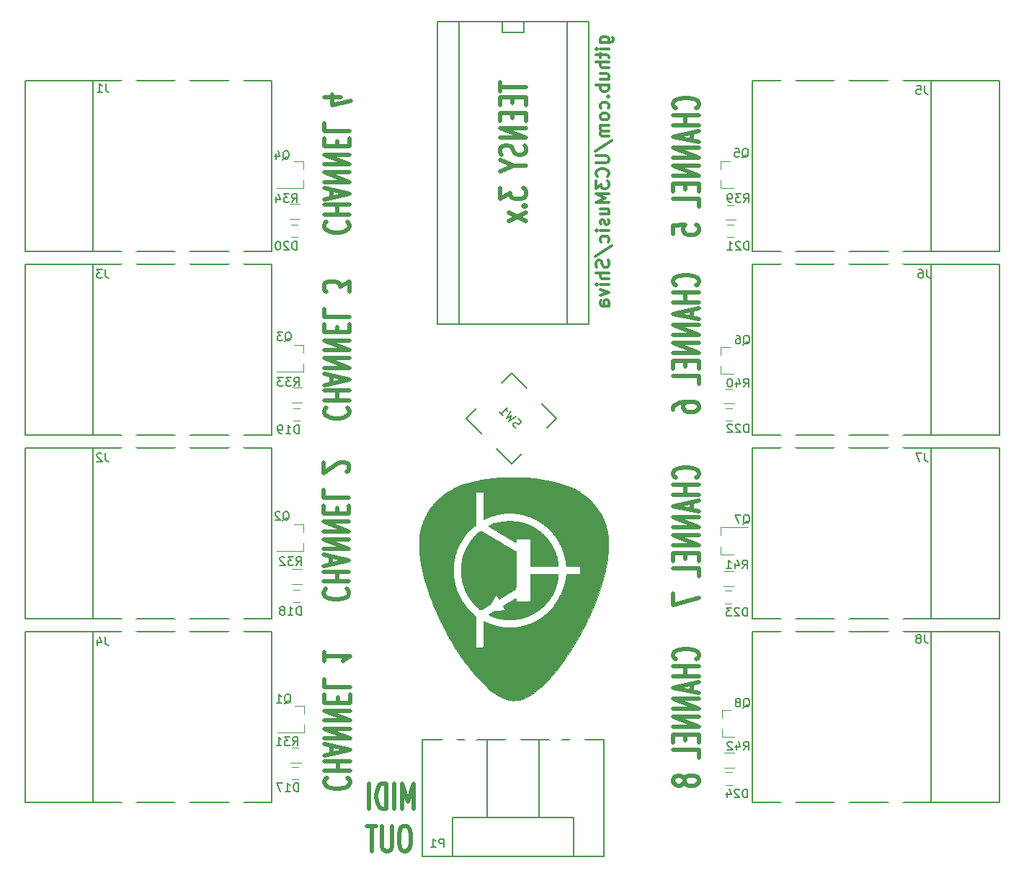
<source format=gbo>
G04 #@! TF.FileFunction,Legend,Bot*
%FSLAX46Y46*%
G04 Gerber Fmt 4.6, Leading zero omitted, Abs format (unit mm)*
G04 Created by KiCad (PCBNEW 4.0.7-e2-6376~58~ubuntu14.04.1) date Mon Apr 16 00:30:28 2018*
%MOMM*%
%LPD*%
G01*
G04 APERTURE LIST*
%ADD10C,0.100000*%
%ADD11C,0.300000*%
%ADD12C,0.500000*%
%ADD13C,0.150000*%
%ADD14C,0.120000*%
%ADD15C,0.010000*%
%ADD16O,3.400000X4.400000*%
%ADD17C,1.150000*%
%ADD18C,1.450000*%
%ADD19R,1.900000X1.700000*%
%ADD20R,2.432000X2.432000*%
%ADD21O,2.432000X2.127200*%
%ADD22C,3.400000*%
%ADD23C,2.900000*%
%ADD24R,2.300000X1.200000*%
G04 APERTURE END LIST*
D10*
D11*
X154491571Y-56612142D02*
X155705857Y-56612142D01*
X155848714Y-56540713D01*
X155920143Y-56469285D01*
X155991571Y-56326428D01*
X155991571Y-56112142D01*
X155920143Y-55969285D01*
X155420143Y-56612142D02*
X155491571Y-56469285D01*
X155491571Y-56183571D01*
X155420143Y-56040713D01*
X155348714Y-55969285D01*
X155205857Y-55897856D01*
X154777286Y-55897856D01*
X154634429Y-55969285D01*
X154563000Y-56040713D01*
X154491571Y-56183571D01*
X154491571Y-56469285D01*
X154563000Y-56612142D01*
X155491571Y-57326428D02*
X154491571Y-57326428D01*
X153991571Y-57326428D02*
X154063000Y-57254999D01*
X154134429Y-57326428D01*
X154063000Y-57397856D01*
X153991571Y-57326428D01*
X154134429Y-57326428D01*
X154491571Y-57826428D02*
X154491571Y-58397857D01*
X153991571Y-58040714D02*
X155277286Y-58040714D01*
X155420143Y-58112142D01*
X155491571Y-58255000D01*
X155491571Y-58397857D01*
X155491571Y-58897857D02*
X153991571Y-58897857D01*
X155491571Y-59540714D02*
X154705857Y-59540714D01*
X154563000Y-59469285D01*
X154491571Y-59326428D01*
X154491571Y-59112143D01*
X154563000Y-58969285D01*
X154634429Y-58897857D01*
X154491571Y-60897857D02*
X155491571Y-60897857D01*
X154491571Y-60255000D02*
X155277286Y-60255000D01*
X155420143Y-60326428D01*
X155491571Y-60469286D01*
X155491571Y-60683571D01*
X155420143Y-60826428D01*
X155348714Y-60897857D01*
X155491571Y-61612143D02*
X153991571Y-61612143D01*
X154563000Y-61612143D02*
X154491571Y-61755000D01*
X154491571Y-62040714D01*
X154563000Y-62183571D01*
X154634429Y-62255000D01*
X154777286Y-62326429D01*
X155205857Y-62326429D01*
X155348714Y-62255000D01*
X155420143Y-62183571D01*
X155491571Y-62040714D01*
X155491571Y-61755000D01*
X155420143Y-61612143D01*
X155348714Y-62969286D02*
X155420143Y-63040714D01*
X155491571Y-62969286D01*
X155420143Y-62897857D01*
X155348714Y-62969286D01*
X155491571Y-62969286D01*
X155420143Y-64326429D02*
X155491571Y-64183572D01*
X155491571Y-63897858D01*
X155420143Y-63755000D01*
X155348714Y-63683572D01*
X155205857Y-63612143D01*
X154777286Y-63612143D01*
X154634429Y-63683572D01*
X154563000Y-63755000D01*
X154491571Y-63897858D01*
X154491571Y-64183572D01*
X154563000Y-64326429D01*
X155491571Y-65183572D02*
X155420143Y-65040714D01*
X155348714Y-64969286D01*
X155205857Y-64897857D01*
X154777286Y-64897857D01*
X154634429Y-64969286D01*
X154563000Y-65040714D01*
X154491571Y-65183572D01*
X154491571Y-65397857D01*
X154563000Y-65540714D01*
X154634429Y-65612143D01*
X154777286Y-65683572D01*
X155205857Y-65683572D01*
X155348714Y-65612143D01*
X155420143Y-65540714D01*
X155491571Y-65397857D01*
X155491571Y-65183572D01*
X155491571Y-66326429D02*
X154491571Y-66326429D01*
X154634429Y-66326429D02*
X154563000Y-66397857D01*
X154491571Y-66540715D01*
X154491571Y-66755000D01*
X154563000Y-66897857D01*
X154705857Y-66969286D01*
X155491571Y-66969286D01*
X154705857Y-66969286D02*
X154563000Y-67040715D01*
X154491571Y-67183572D01*
X154491571Y-67397857D01*
X154563000Y-67540715D01*
X154705857Y-67612143D01*
X155491571Y-67612143D01*
X153920143Y-69397857D02*
X155848714Y-68112143D01*
X153991571Y-69897858D02*
X155205857Y-69897858D01*
X155348714Y-69969286D01*
X155420143Y-70040715D01*
X155491571Y-70183572D01*
X155491571Y-70469286D01*
X155420143Y-70612144D01*
X155348714Y-70683572D01*
X155205857Y-70755001D01*
X153991571Y-70755001D01*
X155348714Y-72326430D02*
X155420143Y-72255001D01*
X155491571Y-72040715D01*
X155491571Y-71897858D01*
X155420143Y-71683573D01*
X155277286Y-71540715D01*
X155134429Y-71469287D01*
X154848714Y-71397858D01*
X154634429Y-71397858D01*
X154348714Y-71469287D01*
X154205857Y-71540715D01*
X154063000Y-71683573D01*
X153991571Y-71897858D01*
X153991571Y-72040715D01*
X154063000Y-72255001D01*
X154134429Y-72326430D01*
X153991571Y-72826430D02*
X153991571Y-73755001D01*
X154563000Y-73255001D01*
X154563000Y-73469287D01*
X154634429Y-73612144D01*
X154705857Y-73683573D01*
X154848714Y-73755001D01*
X155205857Y-73755001D01*
X155348714Y-73683573D01*
X155420143Y-73612144D01*
X155491571Y-73469287D01*
X155491571Y-73040715D01*
X155420143Y-72897858D01*
X155348714Y-72826430D01*
X155491571Y-74397858D02*
X153991571Y-74397858D01*
X155063000Y-74897858D01*
X153991571Y-75397858D01*
X155491571Y-75397858D01*
X154491571Y-76755001D02*
X155491571Y-76755001D01*
X154491571Y-76112144D02*
X155277286Y-76112144D01*
X155420143Y-76183572D01*
X155491571Y-76326430D01*
X155491571Y-76540715D01*
X155420143Y-76683572D01*
X155348714Y-76755001D01*
X155420143Y-77397858D02*
X155491571Y-77540715D01*
X155491571Y-77826430D01*
X155420143Y-77969287D01*
X155277286Y-78040715D01*
X155205857Y-78040715D01*
X155063000Y-77969287D01*
X154991571Y-77826430D01*
X154991571Y-77612144D01*
X154920143Y-77469287D01*
X154777286Y-77397858D01*
X154705857Y-77397858D01*
X154563000Y-77469287D01*
X154491571Y-77612144D01*
X154491571Y-77826430D01*
X154563000Y-77969287D01*
X155491571Y-78683573D02*
X154491571Y-78683573D01*
X153991571Y-78683573D02*
X154063000Y-78612144D01*
X154134429Y-78683573D01*
X154063000Y-78755001D01*
X153991571Y-78683573D01*
X154134429Y-78683573D01*
X155420143Y-80040716D02*
X155491571Y-79897859D01*
X155491571Y-79612145D01*
X155420143Y-79469287D01*
X155348714Y-79397859D01*
X155205857Y-79326430D01*
X154777286Y-79326430D01*
X154634429Y-79397859D01*
X154563000Y-79469287D01*
X154491571Y-79612145D01*
X154491571Y-79897859D01*
X154563000Y-80040716D01*
X153920143Y-81755001D02*
X155848714Y-80469287D01*
X155420143Y-82183573D02*
X155491571Y-82397859D01*
X155491571Y-82755002D01*
X155420143Y-82897859D01*
X155348714Y-82969288D01*
X155205857Y-83040716D01*
X155063000Y-83040716D01*
X154920143Y-82969288D01*
X154848714Y-82897859D01*
X154777286Y-82755002D01*
X154705857Y-82469288D01*
X154634429Y-82326430D01*
X154563000Y-82255002D01*
X154420143Y-82183573D01*
X154277286Y-82183573D01*
X154134429Y-82255002D01*
X154063000Y-82326430D01*
X153991571Y-82469288D01*
X153991571Y-82826430D01*
X154063000Y-83040716D01*
X155491571Y-83683573D02*
X153991571Y-83683573D01*
X155491571Y-84326430D02*
X154705857Y-84326430D01*
X154563000Y-84255001D01*
X154491571Y-84112144D01*
X154491571Y-83897859D01*
X154563000Y-83755001D01*
X154634429Y-83683573D01*
X155491571Y-85040716D02*
X154491571Y-85040716D01*
X153991571Y-85040716D02*
X154063000Y-84969287D01*
X154134429Y-85040716D01*
X154063000Y-85112144D01*
X153991571Y-85040716D01*
X154134429Y-85040716D01*
X154491571Y-85612145D02*
X155491571Y-85969288D01*
X154491571Y-86326430D01*
X155491571Y-87540716D02*
X154705857Y-87540716D01*
X154563000Y-87469287D01*
X154491571Y-87326430D01*
X154491571Y-87040716D01*
X154563000Y-86897859D01*
X155420143Y-87540716D02*
X155491571Y-87397859D01*
X155491571Y-87040716D01*
X155420143Y-86897859D01*
X155277286Y-86826430D01*
X155134429Y-86826430D01*
X154991571Y-86897859D01*
X154920143Y-87040716D01*
X154920143Y-87397859D01*
X154848714Y-87540716D01*
D12*
X142756143Y-61230904D02*
X142756143Y-62373761D01*
X145756143Y-61802333D02*
X142756143Y-61802333D01*
X144184714Y-63040428D02*
X144184714Y-63707095D01*
X145756143Y-63992809D02*
X145756143Y-63040428D01*
X142756143Y-63040428D01*
X142756143Y-63992809D01*
X144184714Y-64849952D02*
X144184714Y-65516619D01*
X145756143Y-65802333D02*
X145756143Y-64849952D01*
X142756143Y-64849952D01*
X142756143Y-65802333D01*
X145756143Y-66659476D02*
X142756143Y-66659476D01*
X145756143Y-67802334D01*
X142756143Y-67802334D01*
X145613286Y-68659476D02*
X145756143Y-68945191D01*
X145756143Y-69421381D01*
X145613286Y-69611857D01*
X145470429Y-69707095D01*
X145184714Y-69802334D01*
X144899000Y-69802334D01*
X144613286Y-69707095D01*
X144470429Y-69611857D01*
X144327571Y-69421381D01*
X144184714Y-69040429D01*
X144041857Y-68849953D01*
X143899000Y-68754714D01*
X143613286Y-68659476D01*
X143327571Y-68659476D01*
X143041857Y-68754714D01*
X142899000Y-68849953D01*
X142756143Y-69040429D01*
X142756143Y-69516619D01*
X142899000Y-69802334D01*
X144327571Y-71040429D02*
X145756143Y-71040429D01*
X142756143Y-70373762D02*
X144327571Y-71040429D01*
X142756143Y-71707096D01*
X142756143Y-73707096D02*
X142756143Y-74945192D01*
X143899000Y-74278525D01*
X143899000Y-74564239D01*
X144041857Y-74754715D01*
X144184714Y-74849953D01*
X144470429Y-74945192D01*
X145184714Y-74945192D01*
X145470429Y-74849953D01*
X145613286Y-74754715D01*
X145756143Y-74564239D01*
X145756143Y-73992811D01*
X145613286Y-73802334D01*
X145470429Y-73707096D01*
X145470429Y-75802334D02*
X145613286Y-75897573D01*
X145756143Y-75802334D01*
X145613286Y-75707096D01*
X145470429Y-75802334D01*
X145756143Y-75802334D01*
X145756143Y-76564239D02*
X143756143Y-77611858D01*
X143756143Y-76564239D02*
X145756143Y-77611858D01*
X165790429Y-129080476D02*
X165933286Y-128985238D01*
X166076143Y-128699523D01*
X166076143Y-128509047D01*
X165933286Y-128223333D01*
X165647571Y-128032857D01*
X165361857Y-127937618D01*
X164790429Y-127842380D01*
X164361857Y-127842380D01*
X163790429Y-127937618D01*
X163504714Y-128032857D01*
X163219000Y-128223333D01*
X163076143Y-128509047D01*
X163076143Y-128699523D01*
X163219000Y-128985238D01*
X163361857Y-129080476D01*
X166076143Y-129937618D02*
X163076143Y-129937618D01*
X164504714Y-129937618D02*
X164504714Y-131080476D01*
X166076143Y-131080476D02*
X163076143Y-131080476D01*
X165219000Y-131937618D02*
X165219000Y-132889999D01*
X166076143Y-131747142D02*
X163076143Y-132413809D01*
X166076143Y-133080476D01*
X166076143Y-133747142D02*
X163076143Y-133747142D01*
X166076143Y-134890000D01*
X163076143Y-134890000D01*
X166076143Y-135842380D02*
X163076143Y-135842380D01*
X166076143Y-136985238D01*
X163076143Y-136985238D01*
X164504714Y-137937618D02*
X164504714Y-138604285D01*
X166076143Y-138889999D02*
X166076143Y-137937618D01*
X163076143Y-137937618D01*
X163076143Y-138889999D01*
X166076143Y-140699523D02*
X166076143Y-139747142D01*
X163076143Y-139747142D01*
X164361857Y-143175715D02*
X164219000Y-142985239D01*
X164076143Y-142890000D01*
X163790429Y-142794762D01*
X163647571Y-142794762D01*
X163361857Y-142890000D01*
X163219000Y-142985239D01*
X163076143Y-143175715D01*
X163076143Y-143556667D01*
X163219000Y-143747143D01*
X163361857Y-143842381D01*
X163647571Y-143937620D01*
X163790429Y-143937620D01*
X164076143Y-143842381D01*
X164219000Y-143747143D01*
X164361857Y-143556667D01*
X164361857Y-143175715D01*
X164504714Y-142985239D01*
X164647571Y-142890000D01*
X164933286Y-142794762D01*
X165504714Y-142794762D01*
X165790429Y-142890000D01*
X165933286Y-142985239D01*
X166076143Y-143175715D01*
X166076143Y-143556667D01*
X165933286Y-143747143D01*
X165790429Y-143842381D01*
X165504714Y-143937620D01*
X164933286Y-143937620D01*
X164647571Y-143842381D01*
X164504714Y-143747143D01*
X164361857Y-143556667D01*
X165790429Y-107744476D02*
X165933286Y-107649238D01*
X166076143Y-107363523D01*
X166076143Y-107173047D01*
X165933286Y-106887333D01*
X165647571Y-106696857D01*
X165361857Y-106601618D01*
X164790429Y-106506380D01*
X164361857Y-106506380D01*
X163790429Y-106601618D01*
X163504714Y-106696857D01*
X163219000Y-106887333D01*
X163076143Y-107173047D01*
X163076143Y-107363523D01*
X163219000Y-107649238D01*
X163361857Y-107744476D01*
X166076143Y-108601618D02*
X163076143Y-108601618D01*
X164504714Y-108601618D02*
X164504714Y-109744476D01*
X166076143Y-109744476D02*
X163076143Y-109744476D01*
X165219000Y-110601618D02*
X165219000Y-111553999D01*
X166076143Y-110411142D02*
X163076143Y-111077809D01*
X166076143Y-111744476D01*
X166076143Y-112411142D02*
X163076143Y-112411142D01*
X166076143Y-113554000D01*
X163076143Y-113554000D01*
X166076143Y-114506380D02*
X163076143Y-114506380D01*
X166076143Y-115649238D01*
X163076143Y-115649238D01*
X164504714Y-116601618D02*
X164504714Y-117268285D01*
X166076143Y-117553999D02*
X166076143Y-116601618D01*
X163076143Y-116601618D01*
X163076143Y-117553999D01*
X166076143Y-119363523D02*
X166076143Y-118411142D01*
X163076143Y-118411142D01*
X163076143Y-121363524D02*
X163076143Y-122696858D01*
X166076143Y-121839715D01*
X165790429Y-85138476D02*
X165933286Y-85043238D01*
X166076143Y-84757523D01*
X166076143Y-84567047D01*
X165933286Y-84281333D01*
X165647571Y-84090857D01*
X165361857Y-83995618D01*
X164790429Y-83900380D01*
X164361857Y-83900380D01*
X163790429Y-83995618D01*
X163504714Y-84090857D01*
X163219000Y-84281333D01*
X163076143Y-84567047D01*
X163076143Y-84757523D01*
X163219000Y-85043238D01*
X163361857Y-85138476D01*
X166076143Y-85995618D02*
X163076143Y-85995618D01*
X164504714Y-85995618D02*
X164504714Y-87138476D01*
X166076143Y-87138476D02*
X163076143Y-87138476D01*
X165219000Y-87995618D02*
X165219000Y-88947999D01*
X166076143Y-87805142D02*
X163076143Y-88471809D01*
X166076143Y-89138476D01*
X166076143Y-89805142D02*
X163076143Y-89805142D01*
X166076143Y-90948000D01*
X163076143Y-90948000D01*
X166076143Y-91900380D02*
X163076143Y-91900380D01*
X166076143Y-93043238D01*
X163076143Y-93043238D01*
X164504714Y-93995618D02*
X164504714Y-94662285D01*
X166076143Y-94947999D02*
X166076143Y-93995618D01*
X163076143Y-93995618D01*
X163076143Y-94947999D01*
X166076143Y-96757523D02*
X166076143Y-95805142D01*
X163076143Y-95805142D01*
X163076143Y-99805143D02*
X163076143Y-99424191D01*
X163219000Y-99233715D01*
X163361857Y-99138477D01*
X163790429Y-98948000D01*
X164361857Y-98852762D01*
X165504714Y-98852762D01*
X165790429Y-98948000D01*
X165933286Y-99043239D01*
X166076143Y-99233715D01*
X166076143Y-99614667D01*
X165933286Y-99805143D01*
X165790429Y-99900381D01*
X165504714Y-99995620D01*
X164790429Y-99995620D01*
X164504714Y-99900381D01*
X164361857Y-99805143D01*
X164219000Y-99614667D01*
X164219000Y-99233715D01*
X164361857Y-99043239D01*
X164504714Y-98948000D01*
X164790429Y-98852762D01*
X165790429Y-64310476D02*
X165933286Y-64215238D01*
X166076143Y-63929523D01*
X166076143Y-63739047D01*
X165933286Y-63453333D01*
X165647571Y-63262857D01*
X165361857Y-63167618D01*
X164790429Y-63072380D01*
X164361857Y-63072380D01*
X163790429Y-63167618D01*
X163504714Y-63262857D01*
X163219000Y-63453333D01*
X163076143Y-63739047D01*
X163076143Y-63929523D01*
X163219000Y-64215238D01*
X163361857Y-64310476D01*
X166076143Y-65167618D02*
X163076143Y-65167618D01*
X164504714Y-65167618D02*
X164504714Y-66310476D01*
X166076143Y-66310476D02*
X163076143Y-66310476D01*
X165219000Y-67167618D02*
X165219000Y-68119999D01*
X166076143Y-66977142D02*
X163076143Y-67643809D01*
X166076143Y-68310476D01*
X166076143Y-68977142D02*
X163076143Y-68977142D01*
X166076143Y-70120000D01*
X163076143Y-70120000D01*
X166076143Y-71072380D02*
X163076143Y-71072380D01*
X166076143Y-72215238D01*
X163076143Y-72215238D01*
X164504714Y-73167618D02*
X164504714Y-73834285D01*
X166076143Y-74119999D02*
X166076143Y-73167618D01*
X163076143Y-73167618D01*
X163076143Y-74119999D01*
X166076143Y-75929523D02*
X166076143Y-74977142D01*
X163076143Y-74977142D01*
X163076143Y-79072381D02*
X163076143Y-78120000D01*
X164504714Y-78024762D01*
X164361857Y-78120000D01*
X164219000Y-78310477D01*
X164219000Y-78786667D01*
X164361857Y-78977143D01*
X164504714Y-79072381D01*
X164790429Y-79167620D01*
X165504714Y-79167620D01*
X165790429Y-79072381D01*
X165933286Y-78977143D01*
X166076143Y-78786667D01*
X166076143Y-78310477D01*
X165933286Y-78120000D01*
X165790429Y-78024762D01*
X122321771Y-77675524D02*
X122178914Y-77770762D01*
X122036057Y-78056477D01*
X122036057Y-78246953D01*
X122178914Y-78532667D01*
X122464629Y-78723143D01*
X122750343Y-78818382D01*
X123321771Y-78913620D01*
X123750343Y-78913620D01*
X124321771Y-78818382D01*
X124607486Y-78723143D01*
X124893200Y-78532667D01*
X125036057Y-78246953D01*
X125036057Y-78056477D01*
X124893200Y-77770762D01*
X124750343Y-77675524D01*
X122036057Y-76818382D02*
X125036057Y-76818382D01*
X123607486Y-76818382D02*
X123607486Y-75675524D01*
X122036057Y-75675524D02*
X125036057Y-75675524D01*
X122893200Y-74818382D02*
X122893200Y-73866001D01*
X122036057Y-75008858D02*
X125036057Y-74342191D01*
X122036057Y-73675524D01*
X122036057Y-73008858D02*
X125036057Y-73008858D01*
X122036057Y-71866000D01*
X125036057Y-71866000D01*
X122036057Y-70913620D02*
X125036057Y-70913620D01*
X122036057Y-69770762D01*
X125036057Y-69770762D01*
X123607486Y-68818382D02*
X123607486Y-68151715D01*
X122036057Y-67866001D02*
X122036057Y-68818382D01*
X125036057Y-68818382D01*
X125036057Y-67866001D01*
X122036057Y-66056477D02*
X122036057Y-67008858D01*
X125036057Y-67008858D01*
X124036057Y-63008857D02*
X122036057Y-63008857D01*
X125178914Y-63485047D02*
X123036057Y-63961238D01*
X123036057Y-62723142D01*
X122321771Y-99519524D02*
X122178914Y-99614762D01*
X122036057Y-99900477D01*
X122036057Y-100090953D01*
X122178914Y-100376667D01*
X122464629Y-100567143D01*
X122750343Y-100662382D01*
X123321771Y-100757620D01*
X123750343Y-100757620D01*
X124321771Y-100662382D01*
X124607486Y-100567143D01*
X124893200Y-100376667D01*
X125036057Y-100090953D01*
X125036057Y-99900477D01*
X124893200Y-99614762D01*
X124750343Y-99519524D01*
X122036057Y-98662382D02*
X125036057Y-98662382D01*
X123607486Y-98662382D02*
X123607486Y-97519524D01*
X122036057Y-97519524D02*
X125036057Y-97519524D01*
X122893200Y-96662382D02*
X122893200Y-95710001D01*
X122036057Y-96852858D02*
X125036057Y-96186191D01*
X122036057Y-95519524D01*
X122036057Y-94852858D02*
X125036057Y-94852858D01*
X122036057Y-93710000D01*
X125036057Y-93710000D01*
X122036057Y-92757620D02*
X125036057Y-92757620D01*
X122036057Y-91614762D01*
X125036057Y-91614762D01*
X123607486Y-90662382D02*
X123607486Y-89995715D01*
X122036057Y-89710001D02*
X122036057Y-90662382D01*
X125036057Y-90662382D01*
X125036057Y-89710001D01*
X122036057Y-87900477D02*
X122036057Y-88852858D01*
X125036057Y-88852858D01*
X125036057Y-85900476D02*
X125036057Y-84662380D01*
X123893200Y-85329047D01*
X123893200Y-85043333D01*
X123750343Y-84852857D01*
X123607486Y-84757619D01*
X123321771Y-84662380D01*
X122607486Y-84662380D01*
X122321771Y-84757619D01*
X122178914Y-84852857D01*
X122036057Y-85043333D01*
X122036057Y-85614761D01*
X122178914Y-85805238D01*
X122321771Y-85900476D01*
X122270971Y-120804724D02*
X122128114Y-120899962D01*
X121985257Y-121185677D01*
X121985257Y-121376153D01*
X122128114Y-121661867D01*
X122413829Y-121852343D01*
X122699543Y-121947582D01*
X123270971Y-122042820D01*
X123699543Y-122042820D01*
X124270971Y-121947582D01*
X124556686Y-121852343D01*
X124842400Y-121661867D01*
X124985257Y-121376153D01*
X124985257Y-121185677D01*
X124842400Y-120899962D01*
X124699543Y-120804724D01*
X121985257Y-119947582D02*
X124985257Y-119947582D01*
X123556686Y-119947582D02*
X123556686Y-118804724D01*
X121985257Y-118804724D02*
X124985257Y-118804724D01*
X122842400Y-117947582D02*
X122842400Y-116995201D01*
X121985257Y-118138058D02*
X124985257Y-117471391D01*
X121985257Y-116804724D01*
X121985257Y-116138058D02*
X124985257Y-116138058D01*
X121985257Y-114995200D01*
X124985257Y-114995200D01*
X121985257Y-114042820D02*
X124985257Y-114042820D01*
X121985257Y-112899962D01*
X124985257Y-112899962D01*
X123556686Y-111947582D02*
X123556686Y-111280915D01*
X121985257Y-110995201D02*
X121985257Y-111947582D01*
X124985257Y-111947582D01*
X124985257Y-110995201D01*
X121985257Y-109185677D02*
X121985257Y-110138058D01*
X124985257Y-110138058D01*
X124699543Y-107090438D02*
X124842400Y-106995200D01*
X124985257Y-106804723D01*
X124985257Y-106328533D01*
X124842400Y-106138057D01*
X124699543Y-106042819D01*
X124413829Y-105947580D01*
X124128114Y-105947580D01*
X123699543Y-106042819D01*
X121985257Y-107185676D01*
X121985257Y-105947580D01*
X122372571Y-143055124D02*
X122229714Y-143150362D01*
X122086857Y-143436077D01*
X122086857Y-143626553D01*
X122229714Y-143912267D01*
X122515429Y-144102743D01*
X122801143Y-144197982D01*
X123372571Y-144293220D01*
X123801143Y-144293220D01*
X124372571Y-144197982D01*
X124658286Y-144102743D01*
X124944000Y-143912267D01*
X125086857Y-143626553D01*
X125086857Y-143436077D01*
X124944000Y-143150362D01*
X124801143Y-143055124D01*
X122086857Y-142197982D02*
X125086857Y-142197982D01*
X123658286Y-142197982D02*
X123658286Y-141055124D01*
X122086857Y-141055124D02*
X125086857Y-141055124D01*
X122944000Y-140197982D02*
X122944000Y-139245601D01*
X122086857Y-140388458D02*
X125086857Y-139721791D01*
X122086857Y-139055124D01*
X122086857Y-138388458D02*
X125086857Y-138388458D01*
X122086857Y-137245600D01*
X125086857Y-137245600D01*
X122086857Y-136293220D02*
X125086857Y-136293220D01*
X122086857Y-135150362D01*
X125086857Y-135150362D01*
X123658286Y-134197982D02*
X123658286Y-133531315D01*
X122086857Y-133245601D02*
X122086857Y-134197982D01*
X125086857Y-134197982D01*
X125086857Y-133245601D01*
X122086857Y-131436077D02*
X122086857Y-132388458D01*
X125086857Y-132388458D01*
X122086857Y-128197980D02*
X122086857Y-129340838D01*
X122086857Y-128769409D02*
X125086857Y-128769409D01*
X124658286Y-128959885D01*
X124372571Y-129150361D01*
X124229714Y-129340838D01*
X132587286Y-146685143D02*
X132587286Y-143685143D01*
X131920619Y-145828000D01*
X131253952Y-143685143D01*
X131253952Y-146685143D01*
X130301572Y-146685143D02*
X130301572Y-143685143D01*
X129349191Y-146685143D02*
X129349191Y-143685143D01*
X128873000Y-143685143D01*
X128587286Y-143828000D01*
X128396810Y-144113714D01*
X128301571Y-144399429D01*
X128206333Y-144970857D01*
X128206333Y-145399429D01*
X128301571Y-145970857D01*
X128396810Y-146256571D01*
X128587286Y-146542286D01*
X128873000Y-146685143D01*
X129349191Y-146685143D01*
X127349191Y-146685143D02*
X127349191Y-143685143D01*
X131730143Y-148685143D02*
X131349191Y-148685143D01*
X131158715Y-148828000D01*
X130968238Y-149113714D01*
X130873000Y-149685143D01*
X130873000Y-150685143D01*
X130968238Y-151256571D01*
X131158715Y-151542286D01*
X131349191Y-151685143D01*
X131730143Y-151685143D01*
X131920619Y-151542286D01*
X132111096Y-151256571D01*
X132206334Y-150685143D01*
X132206334Y-149685143D01*
X132111096Y-149113714D01*
X131920619Y-148828000D01*
X131730143Y-148685143D01*
X130015858Y-148685143D02*
X130015858Y-151113714D01*
X129920619Y-151399429D01*
X129825381Y-151542286D01*
X129634905Y-151685143D01*
X129253953Y-151685143D01*
X129063477Y-151542286D01*
X128968238Y-151399429D01*
X128873000Y-151113714D01*
X128873000Y-148685143D01*
X128206334Y-148685143D02*
X127063477Y-148685143D01*
X127634905Y-151685143D02*
X127634905Y-148685143D01*
D13*
X94910000Y-61120000D02*
X86910000Y-61120000D01*
X86910000Y-61120000D02*
X86910000Y-81120000D01*
X86910000Y-81120000D02*
X94910000Y-81120000D01*
X115910000Y-81120000D02*
X94910000Y-81120000D01*
X94910000Y-81120000D02*
X94910000Y-61120000D01*
X94910000Y-61120000D02*
X115910000Y-61120000D01*
X115910000Y-61120000D02*
X115910000Y-81120000D01*
X94910000Y-82710000D02*
X86910000Y-82710000D01*
X86910000Y-82710000D02*
X86910000Y-102710000D01*
X86910000Y-102710000D02*
X94910000Y-102710000D01*
X115910000Y-102710000D02*
X94910000Y-102710000D01*
X94910000Y-102710000D02*
X94910000Y-82710000D01*
X94910000Y-82710000D02*
X115910000Y-82710000D01*
X115910000Y-82710000D02*
X115910000Y-102710000D01*
X144068800Y-106090501D02*
X138765499Y-100787200D01*
X149372101Y-100787200D02*
X144068800Y-95483899D01*
X144068800Y-95483899D02*
X138765499Y-100787200D01*
X149372101Y-100787200D02*
X144068800Y-106090501D01*
D14*
X168945000Y-120514000D02*
X170145000Y-120514000D01*
X170145000Y-118754000D02*
X168945000Y-118754000D01*
D13*
X193380000Y-145890000D02*
X201380000Y-145890000D01*
X201380000Y-145890000D02*
X201380000Y-125890000D01*
X201380000Y-125890000D02*
X193380000Y-125890000D01*
X172380000Y-125890000D02*
X193380000Y-125890000D01*
X193380000Y-125890000D02*
X193380000Y-145890000D01*
X193380000Y-145890000D02*
X172380000Y-145890000D01*
X172380000Y-145890000D02*
X172380000Y-125890000D01*
X193380000Y-124300000D02*
X201380000Y-124300000D01*
X201380000Y-124300000D02*
X201380000Y-104300000D01*
X201380000Y-104300000D02*
X193380000Y-104300000D01*
X172380000Y-104300000D02*
X193380000Y-104300000D01*
X193380000Y-104300000D02*
X193380000Y-124300000D01*
X193380000Y-124300000D02*
X172380000Y-124300000D01*
X172380000Y-124300000D02*
X172380000Y-104300000D01*
X193380000Y-81120000D02*
X201380000Y-81120000D01*
X201380000Y-81120000D02*
X201380000Y-61120000D01*
X201380000Y-61120000D02*
X193380000Y-61120000D01*
X172380000Y-61120000D02*
X193380000Y-61120000D01*
X193380000Y-61120000D02*
X193380000Y-81120000D01*
X193380000Y-81120000D02*
X172380000Y-81120000D01*
X172380000Y-81120000D02*
X172380000Y-61120000D01*
X193380000Y-102710000D02*
X201380000Y-102710000D01*
X201380000Y-102710000D02*
X201380000Y-82710000D01*
X201380000Y-82710000D02*
X193380000Y-82710000D01*
X172380000Y-82710000D02*
X193380000Y-82710000D01*
X193380000Y-82710000D02*
X193380000Y-102710000D01*
X193380000Y-102710000D02*
X172380000Y-102710000D01*
X172380000Y-102710000D02*
X172380000Y-82710000D01*
X145542000Y-54102000D02*
X145542000Y-55372000D01*
X145542000Y-55372000D02*
X143002000Y-55372000D01*
X143002000Y-55372000D02*
X143002000Y-54102000D01*
X150622000Y-54102000D02*
X137922000Y-54102000D01*
X150622000Y-89662000D02*
X137922000Y-89662000D01*
X137922000Y-54102000D02*
X137922000Y-89662000D01*
X137922000Y-89662000D02*
X135382000Y-89662000D01*
X135382000Y-89662000D02*
X135382000Y-54102000D01*
X135382000Y-54102000D02*
X137922000Y-54102000D01*
X153162000Y-54102000D02*
X153162000Y-89662000D01*
X153162000Y-89662000D02*
X150622000Y-89662000D01*
X150622000Y-89662000D02*
X150622000Y-54102000D01*
X150622000Y-54102000D02*
X153162000Y-54102000D01*
D15*
G36*
X143767249Y-107697579D02*
X143407584Y-107705915D01*
X143079522Y-107719009D01*
X142814253Y-107735417D01*
X142557282Y-107755077D01*
X142346988Y-107771835D01*
X142171675Y-107787013D01*
X142019648Y-107801932D01*
X141879211Y-107817916D01*
X141738668Y-107836284D01*
X141586323Y-107858360D01*
X141410481Y-107885466D01*
X141220957Y-107915494D01*
X140566250Y-108026359D01*
X139965599Y-108142076D01*
X139414648Y-108263906D01*
X138909037Y-108393111D01*
X138444409Y-108530953D01*
X138016405Y-108678694D01*
X137620666Y-108837596D01*
X137252836Y-109008920D01*
X137017862Y-109132370D01*
X136522522Y-109426178D01*
X136073827Y-109738094D01*
X135660625Y-110077001D01*
X135271767Y-110451785D01*
X135026849Y-110718763D01*
X134848402Y-110925538D01*
X134692420Y-111114946D01*
X134553741Y-111295318D01*
X134427203Y-111474984D01*
X134307645Y-111662274D01*
X134189903Y-111865520D01*
X134068817Y-112093053D01*
X133939223Y-112353202D01*
X133795960Y-112654298D01*
X133701521Y-112857584D01*
X133629775Y-113032996D01*
X133554308Y-113252887D01*
X133478930Y-113503698D01*
X133407450Y-113771868D01*
X133343679Y-114043839D01*
X133291428Y-114306050D01*
X133286263Y-114335349D01*
X133262121Y-114512147D01*
X133241864Y-114735133D01*
X133225811Y-114992080D01*
X133214278Y-115270760D01*
X133207581Y-115558945D01*
X133206037Y-115844407D01*
X133209964Y-116114920D01*
X133219676Y-116358254D01*
X133230059Y-116505538D01*
X133309106Y-117201315D01*
X133426931Y-117931643D01*
X133581722Y-118688915D01*
X133771668Y-119465521D01*
X133994954Y-120253851D01*
X134249771Y-121046295D01*
X134438012Y-121577861D01*
X134579902Y-121957164D01*
X134727944Y-122340429D01*
X134877390Y-122715920D01*
X135023492Y-123071900D01*
X135161501Y-123396631D01*
X135286669Y-123678377D01*
X135296305Y-123699405D01*
X135369372Y-123859164D01*
X135439586Y-124014033D01*
X135500642Y-124150009D01*
X135546233Y-124253088D01*
X135559873Y-124284658D01*
X135597622Y-124367544D01*
X135658152Y-124493604D01*
X135737071Y-124654179D01*
X135829987Y-124840609D01*
X135932506Y-125044235D01*
X136040237Y-125256398D01*
X136148787Y-125468436D01*
X136253763Y-125671691D01*
X136350773Y-125857504D01*
X136435425Y-126017213D01*
X136487568Y-126113575D01*
X136554523Y-126234011D01*
X136644108Y-126392660D01*
X136749324Y-126577263D01*
X136863173Y-126775562D01*
X136978654Y-126975299D01*
X137030586Y-127064612D01*
X137135114Y-127245170D01*
X137232476Y-127415516D01*
X137317857Y-127567053D01*
X137386440Y-127691186D01*
X137433412Y-127779319D01*
X137450534Y-127814260D01*
X137493005Y-127896664D01*
X137535390Y-127958593D01*
X137547607Y-127971021D01*
X137579193Y-128007864D01*
X137635427Y-128083676D01*
X137709080Y-128188344D01*
X137792923Y-128311755D01*
X137817038Y-128347986D01*
X137927680Y-128512776D01*
X138053998Y-128697243D01*
X138190094Y-128893113D01*
X138330075Y-129092115D01*
X138468042Y-129285974D01*
X138598101Y-129466417D01*
X138714355Y-129625172D01*
X138810908Y-129753966D01*
X138881864Y-129844524D01*
X138894048Y-129859197D01*
X138962171Y-129942470D01*
X139052683Y-130056775D01*
X139153075Y-130186165D01*
X139238372Y-130298137D01*
X139492057Y-130619920D01*
X139777070Y-130955779D01*
X140085816Y-131298203D01*
X140410702Y-131639679D01*
X140744134Y-131972696D01*
X141078520Y-132289742D01*
X141406265Y-132583305D01*
X141719777Y-132845873D01*
X142011462Y-133069934D01*
X142113468Y-133142359D01*
X142429106Y-133341699D01*
X142770660Y-133523366D01*
X143122625Y-133680466D01*
X143469498Y-133806108D01*
X143795775Y-133893399D01*
X143809019Y-133896169D01*
X144021388Y-133926002D01*
X144266749Y-133937865D01*
X144522476Y-133932008D01*
X144765941Y-133908681D01*
X144908053Y-133884023D01*
X145259883Y-133785509D01*
X145632012Y-133637311D01*
X146019098Y-133442354D01*
X146415800Y-133203565D01*
X146816776Y-132923869D01*
X147170688Y-132644757D01*
X147294292Y-132539013D01*
X147440853Y-132409057D01*
X147602825Y-132262024D01*
X147772658Y-132105048D01*
X147942805Y-131945266D01*
X148105717Y-131789812D01*
X148253847Y-131645821D01*
X148379646Y-131520428D01*
X148475566Y-131420768D01*
X148527506Y-131362186D01*
X148576786Y-131303116D01*
X148654392Y-131211518D01*
X148750344Y-131099114D01*
X148854662Y-130977628D01*
X148872827Y-130956547D01*
X148997137Y-130808950D01*
X149138332Y-130635883D01*
X149278828Y-130459175D01*
X149398193Y-130304425D01*
X149495838Y-130176487D01*
X149586164Y-130060608D01*
X149660943Y-129967166D01*
X149711949Y-129906542D01*
X149722909Y-129894748D01*
X149764282Y-129845932D01*
X149833479Y-129756216D01*
X149925205Y-129632956D01*
X150034169Y-129483507D01*
X150155075Y-129315223D01*
X150282632Y-129135459D01*
X150411544Y-128951570D01*
X150536518Y-128770910D01*
X150622681Y-128644615D01*
X151007840Y-128057770D01*
X151397534Y-127428545D01*
X151782933Y-126771536D01*
X152100970Y-126201363D01*
X152689232Y-125078598D01*
X153222318Y-123971800D01*
X153700870Y-122879345D01*
X154125532Y-121799611D01*
X154496945Y-120730974D01*
X154815755Y-119671812D01*
X155051482Y-118754013D01*
X155075546Y-118650161D01*
X155099086Y-118543777D01*
X155123698Y-118426812D01*
X155150975Y-118291212D01*
X155180458Y-118139497D01*
X152150565Y-118139497D01*
X152150565Y-119105165D01*
X150502716Y-119105165D01*
X150482593Y-119251478D01*
X150466379Y-119334810D01*
X150446934Y-119387799D01*
X150435953Y-119397792D01*
X150423125Y-119424628D01*
X150413710Y-119495475D01*
X150409506Y-119595842D01*
X150409436Y-119611409D01*
X150405872Y-119719695D01*
X150396483Y-119805321D01*
X150383226Y-119851172D01*
X150381848Y-119852826D01*
X150364870Y-119896146D01*
X150351728Y-119976400D01*
X150347408Y-120033111D01*
X150335578Y-120134015D01*
X150312754Y-120191980D01*
X150301839Y-120200453D01*
X150275216Y-120240087D01*
X150263455Y-120326698D01*
X150263123Y-120347910D01*
X150257348Y-120426760D01*
X150242728Y-120474249D01*
X150233860Y-120480511D01*
X150214885Y-120506321D01*
X150205001Y-120570160D01*
X150204597Y-120587941D01*
X150193261Y-120672985D01*
X150165573Y-120738042D01*
X150161628Y-120742853D01*
X150128169Y-120806050D01*
X150111754Y-120880942D01*
X150097730Y-120942258D01*
X150072351Y-120959069D01*
X150071819Y-120958875D01*
X150050295Y-120972730D01*
X150051808Y-121034907D01*
X150050444Y-121108181D01*
X150017662Y-121141714D01*
X149980979Y-121181925D01*
X149970496Y-121229840D01*
X149960072Y-121283317D01*
X149941233Y-121299865D01*
X149917130Y-121324266D01*
X149911971Y-121355997D01*
X149895789Y-121450868D01*
X149846511Y-121498284D01*
X149806420Y-121504704D01*
X149750292Y-121520264D01*
X149738705Y-121555914D01*
X149746199Y-121583644D01*
X149755775Y-121570545D01*
X149786239Y-121535543D01*
X149815034Y-121550414D01*
X149824183Y-121592492D01*
X149813244Y-121640063D01*
X149798092Y-121651017D01*
X149772331Y-121675817D01*
X149753641Y-121724174D01*
X149730143Y-121778980D01*
X149706574Y-121797331D01*
X149681105Y-121821041D01*
X149677869Y-121841225D01*
X149663148Y-121880183D01*
X149650642Y-121885119D01*
X149625830Y-121910000D01*
X149614063Y-121950960D01*
X149580780Y-122010141D01*
X149539817Y-122026028D01*
X149494925Y-122040394D01*
X149499733Y-122074206D01*
X149507910Y-122088078D01*
X149523663Y-122137584D01*
X149496178Y-122188374D01*
X149484206Y-122201755D01*
X149413762Y-122259428D01*
X149355168Y-122291479D01*
X149312947Y-122312727D01*
X149326018Y-122321726D01*
X149334033Y-122322204D01*
X149373900Y-122337835D01*
X149385652Y-122365607D01*
X149360883Y-122382399D01*
X149355980Y-122382584D01*
X149330019Y-122406286D01*
X149326717Y-122426478D01*
X149303293Y-122465274D01*
X149282823Y-122470372D01*
X149247103Y-122494889D01*
X149238929Y-122530121D01*
X149222360Y-122589571D01*
X149182945Y-122648423D01*
X149136125Y-122688777D01*
X149098173Y-122693277D01*
X149059161Y-122698062D01*
X149033267Y-122720097D01*
X149012217Y-122751571D01*
X149035814Y-122749170D01*
X149044583Y-122745907D01*
X149085987Y-122741640D01*
X149089116Y-122770512D01*
X149056980Y-122824182D01*
X148992590Y-122894310D01*
X148990196Y-122896576D01*
X148929930Y-122959434D01*
X148893117Y-123009431D01*
X148887777Y-123024398D01*
X148864107Y-123052091D01*
X148843883Y-123055626D01*
X148804959Y-123072532D01*
X148799989Y-123086979D01*
X148777823Y-123136620D01*
X148729173Y-123183766D01*
X148685028Y-123201939D01*
X148654962Y-123224421D01*
X148653676Y-123233292D01*
X148631510Y-123282933D01*
X148582860Y-123330079D01*
X148538715Y-123348253D01*
X148508648Y-123370734D01*
X148507362Y-123379605D01*
X148485197Y-123429247D01*
X148436546Y-123476393D01*
X148392402Y-123494566D01*
X148362335Y-123517048D01*
X148361049Y-123525919D01*
X148338883Y-123575560D01*
X148290233Y-123622706D01*
X148246088Y-123640879D01*
X148216021Y-123663361D01*
X148214736Y-123672232D01*
X148195735Y-123715918D01*
X148154582Y-123763170D01*
X148115054Y-123787087D01*
X148113129Y-123787193D01*
X148081878Y-123805228D01*
X148027927Y-123849685D01*
X148016234Y-123860349D01*
X147958449Y-123908483D01*
X147917766Y-123932791D01*
X147913695Y-123933506D01*
X147879586Y-123953011D01*
X147827970Y-124000582D01*
X147822252Y-124006663D01*
X147771126Y-124056155D01*
X147736621Y-124079540D01*
X147734626Y-124079819D01*
X147704513Y-124092414D01*
X147649355Y-124134755D01*
X147586663Y-124189554D01*
X147536424Y-124220917D01*
X147514522Y-124226133D01*
X147484433Y-124246784D01*
X147483169Y-124254838D01*
X147458339Y-124282574D01*
X147410012Y-124301904D01*
X147355232Y-124324498D01*
X147336855Y-124346356D01*
X147314335Y-124371535D01*
X147306358Y-124372446D01*
X147274521Y-124381326D01*
X147227190Y-124413795D01*
X147151720Y-124478600D01*
X147147723Y-124482181D01*
X147084236Y-124513683D01*
X147049450Y-124518759D01*
X146993669Y-124539294D01*
X146974409Y-124564508D01*
X146946475Y-124595481D01*
X146929744Y-124593502D01*
X146890152Y-124597920D01*
X146858471Y-124620910D01*
X146793951Y-124657876D01*
X146753692Y-124665073D01*
X146704998Y-124675671D01*
X146693077Y-124691163D01*
X146668277Y-124716924D01*
X146619920Y-124735615D01*
X146565114Y-124759113D01*
X146546763Y-124782681D01*
X146521655Y-124804040D01*
X146471516Y-124811386D01*
X146396281Y-124827907D01*
X146352375Y-124855280D01*
X146288982Y-124890308D01*
X146237415Y-124899174D01*
X146183429Y-124909459D01*
X146166348Y-124928437D01*
X146140624Y-124947779D01*
X146077370Y-124957447D01*
X146063929Y-124957700D01*
X145996228Y-124964717D01*
X145962393Y-124981974D01*
X145961510Y-124985636D01*
X145935924Y-125008834D01*
X145872938Y-125029922D01*
X145858767Y-125032848D01*
X145786054Y-125052385D01*
X145742452Y-125075019D01*
X145739989Y-125078068D01*
X145702656Y-125095438D01*
X145632309Y-125103863D01*
X145621172Y-125104013D01*
X145538673Y-125116031D01*
X145477363Y-125145230D01*
X145474495Y-125147907D01*
X145417720Y-125176582D01*
X145333667Y-125191289D01*
X145315641Y-125191801D01*
X145243119Y-125198401D01*
X145203301Y-125214856D01*
X145200680Y-125221064D01*
X145173474Y-125235852D01*
X145099943Y-125246145D01*
X144992217Y-125250307D01*
X144983649Y-125250326D01*
X144852656Y-125254946D01*
X144776874Y-125269081D01*
X144754439Y-125286905D01*
X144735332Y-125299167D01*
X144683629Y-125309179D01*
X144594280Y-125317259D01*
X144462232Y-125323725D01*
X144282435Y-125328897D01*
X144049838Y-125333093D01*
X144014702Y-125333594D01*
X143691894Y-125336299D01*
X143425655Y-125334673D01*
X143216323Y-125328732D01*
X143064231Y-125318493D01*
X142969717Y-125303975D01*
X142933116Y-125285195D01*
X142934280Y-125277231D01*
X142915959Y-125263953D01*
X142850034Y-125254533D01*
X142747378Y-125250401D01*
X142729711Y-125250326D01*
X142618487Y-125246721D01*
X142540886Y-125236952D01*
X142508769Y-125222588D01*
X142508514Y-125221064D01*
X142482585Y-125202604D01*
X142417942Y-125192468D01*
X142393554Y-125191801D01*
X142307723Y-125181072D01*
X142242728Y-125154594D01*
X142234699Y-125147907D01*
X142173381Y-125118050D01*
X142076132Y-125104351D01*
X142057033Y-125104013D01*
X141977779Y-125098286D01*
X141929807Y-125083773D01*
X141923261Y-125074750D01*
X141898284Y-125052521D01*
X141852194Y-125045488D01*
X141777963Y-125027968D01*
X141737234Y-125001594D01*
X141672643Y-124965438D01*
X141627926Y-124957700D01*
X141563577Y-124947103D01*
X141483168Y-124920802D01*
X141406148Y-124887025D01*
X141351965Y-124854003D01*
X141338007Y-124835017D01*
X141312934Y-124817244D01*
X141264851Y-124811386D01*
X141209857Y-124801369D01*
X141191694Y-124782123D01*
X141166717Y-124759894D01*
X141120628Y-124752861D01*
X141046396Y-124735341D01*
X141005667Y-124708967D01*
X140941117Y-124672143D01*
X140901157Y-124665073D01*
X140852483Y-124653198D01*
X140840542Y-124635810D01*
X140816840Y-124609849D01*
X140796648Y-124606547D01*
X140786949Y-124612092D01*
X140778765Y-124631693D01*
X140771974Y-124669801D01*
X140766448Y-124730865D01*
X140762065Y-124819336D01*
X140758698Y-124939664D01*
X140756224Y-125096300D01*
X140754517Y-125293693D01*
X140753453Y-125536293D01*
X140752907Y-125828552D01*
X140752754Y-126172100D01*
X140752210Y-126558271D01*
X140750588Y-126891401D01*
X140747903Y-127170643D01*
X140744173Y-127395145D01*
X140739412Y-127564061D01*
X140733637Y-127676539D01*
X140726864Y-127731732D01*
X140723491Y-127737653D01*
X140694768Y-127714364D01*
X140691918Y-127701075D01*
X140686036Y-127679511D01*
X140674848Y-127701075D01*
X140649880Y-127717189D01*
X140586132Y-127728277D01*
X140477579Y-127734880D01*
X140318191Y-127737541D01*
X140267481Y-127737653D01*
X139874874Y-127737653D01*
X139874874Y-124053125D01*
X139713936Y-123890896D01*
X139634180Y-123814044D01*
X139568146Y-123756869D01*
X139527860Y-123729626D01*
X139523729Y-123728667D01*
X139496111Y-123705807D01*
X139494459Y-123694527D01*
X139483772Y-123673698D01*
X139477127Y-123677719D01*
X139451715Y-123664665D01*
X139395012Y-123617549D01*
X139315724Y-123545032D01*
X139222558Y-123455778D01*
X139124218Y-123358449D01*
X139029412Y-123261709D01*
X138946846Y-123174219D01*
X138885224Y-123104644D01*
X138853254Y-123061645D01*
X138850680Y-123054383D01*
X138830979Y-123015142D01*
X138783000Y-122960930D01*
X138777524Y-122955769D01*
X138727638Y-122900560D01*
X138704556Y-122857317D01*
X138704367Y-122854747D01*
X138682939Y-122823240D01*
X138673014Y-122821524D01*
X138617936Y-122796557D01*
X138573398Y-122737591D01*
X138558053Y-122677301D01*
X138540242Y-122628003D01*
X138514159Y-122616686D01*
X138475364Y-122593262D01*
X138470265Y-122572792D01*
X138454464Y-122533850D01*
X138441003Y-122528898D01*
X138412785Y-122506465D01*
X138411740Y-122498400D01*
X138402861Y-122466563D01*
X138370391Y-122419232D01*
X138305586Y-122343762D01*
X138302005Y-122339765D01*
X138271093Y-122276986D01*
X138265427Y-122238361D01*
X138247615Y-122189063D01*
X138221533Y-122177746D01*
X138182737Y-122154322D01*
X138177639Y-122133852D01*
X138161838Y-122094910D01*
X138148376Y-122089958D01*
X138126379Y-122064915D01*
X138119113Y-122016801D01*
X138103851Y-121957963D01*
X138075219Y-121943644D01*
X138039298Y-121919389D01*
X138031325Y-121886846D01*
X138017888Y-121830827D01*
X138002063Y-121811962D01*
X137977012Y-121770467D01*
X137972800Y-121740209D01*
X137951823Y-121686441D01*
X137928906Y-121669698D01*
X137892759Y-121630004D01*
X137885012Y-121593411D01*
X137872927Y-121545363D01*
X137855749Y-121533967D01*
X137835203Y-121508538D01*
X137826489Y-121447271D01*
X137826487Y-121446179D01*
X137813400Y-121376483D01*
X137782593Y-121358391D01*
X137747290Y-121332953D01*
X137738699Y-121285234D01*
X137728682Y-121230240D01*
X137709436Y-121212077D01*
X137690094Y-121186353D01*
X137680426Y-121123099D01*
X137680173Y-121109658D01*
X137670655Y-121033907D01*
X137640277Y-121007424D01*
X137636279Y-121007239D01*
X137601432Y-120981065D01*
X137592385Y-120919451D01*
X137583909Y-120857812D01*
X137563487Y-120831669D01*
X137563123Y-120831663D01*
X137543594Y-120805983D01*
X137534049Y-120743029D01*
X137533860Y-120731682D01*
X137525422Y-120661521D01*
X137504798Y-120622472D01*
X137501719Y-120620987D01*
X137479792Y-120588037D01*
X137460620Y-120516569D01*
X137454019Y-120472236D01*
X137440098Y-120391577D01*
X137422211Y-120341859D01*
X137413004Y-120334197D01*
X137398376Y-120307898D01*
X137389171Y-120240767D01*
X137387547Y-120190322D01*
X137381435Y-120104044D01*
X137365755Y-120047265D01*
X137354818Y-120035538D01*
X137336785Y-120003008D01*
X137319999Y-119927379D01*
X137307774Y-119824038D01*
X137306992Y-119813629D01*
X137296432Y-119711023D01*
X137282574Y-119635976D01*
X137268210Y-119603058D01*
X137266564Y-119602630D01*
X137260546Y-119574496D01*
X137255039Y-119494606D01*
X137250218Y-119369729D01*
X137246258Y-119206634D01*
X137243334Y-119012088D01*
X137241620Y-118792861D01*
X137241233Y-118622331D01*
X137241275Y-118607700D01*
X137211971Y-118607700D01*
X137201264Y-118631786D01*
X137192462Y-118627208D01*
X137188960Y-118592480D01*
X137192462Y-118588191D01*
X137209859Y-118592208D01*
X137211971Y-118607700D01*
X137241275Y-118607700D01*
X137242098Y-118327729D01*
X137244660Y-118083405D01*
X137248869Y-117891019D01*
X137254677Y-117752230D01*
X137262032Y-117668697D01*
X137270496Y-117642031D01*
X137286612Y-117615592D01*
X137297240Y-117547470D01*
X137299759Y-117483177D01*
X137309450Y-117362232D01*
X137337315Y-117287782D01*
X137343653Y-117280428D01*
X137374488Y-117214003D01*
X137387265Y-117097730D01*
X137387547Y-117073499D01*
X137392299Y-116984711D01*
X137404572Y-116925497D01*
X137416809Y-116910464D01*
X137435134Y-116884504D01*
X137445326Y-116819652D01*
X137446072Y-116793414D01*
X137453320Y-116712025D01*
X137477347Y-116678487D01*
X137489966Y-116676363D01*
X137520487Y-116657035D01*
X137533063Y-116592964D01*
X137533860Y-116559312D01*
X137540350Y-116486015D01*
X137556563Y-116445246D01*
X137563123Y-116442262D01*
X137582464Y-116416538D01*
X137592133Y-116353284D01*
X137592385Y-116339842D01*
X137601904Y-116264091D01*
X137632282Y-116237608D01*
X137636279Y-116237423D01*
X137668744Y-116215213D01*
X137680094Y-116144332D01*
X137680173Y-116135004D01*
X137687523Y-116067308D01*
X137705596Y-116033469D01*
X137709436Y-116032584D01*
X137731334Y-116007514D01*
X137738699Y-115958509D01*
X137754197Y-115896188D01*
X137782593Y-115867590D01*
X137816701Y-115828427D01*
X137826487Y-115780721D01*
X137836910Y-115727243D01*
X137855749Y-115710695D01*
X137879402Y-115686146D01*
X137885012Y-115651251D01*
X137904080Y-115594982D01*
X137928906Y-115574964D01*
X137965648Y-115535122D01*
X137972800Y-115501490D01*
X137979002Y-115457639D01*
X138004131Y-115410768D01*
X138057972Y-115344403D01*
X138082535Y-115316723D01*
X138114318Y-115257990D01*
X138119113Y-115229951D01*
X138134286Y-115189686D01*
X138148376Y-115183967D01*
X138172151Y-115159458D01*
X138177639Y-115125441D01*
X138195936Y-115077779D01*
X138221533Y-115066916D01*
X138256836Y-115041478D01*
X138265427Y-114993759D01*
X138275444Y-114938766D01*
X138294689Y-114920603D01*
X138320651Y-114896901D01*
X138323952Y-114876709D01*
X138347376Y-114837913D01*
X138367846Y-114832815D01*
X138403548Y-114808229D01*
X138411740Y-114772324D01*
X138432071Y-114717084D01*
X138483513Y-114646926D01*
X138514159Y-114615240D01*
X138574441Y-114552256D01*
X138611251Y-114501977D01*
X138616579Y-114486853D01*
X138635653Y-114446426D01*
X138682317Y-114389486D01*
X138689736Y-114381904D01*
X138738835Y-114324841D01*
X138762506Y-114281685D01*
X138762892Y-114278154D01*
X138786573Y-114251020D01*
X138806786Y-114247561D01*
X138845711Y-114230655D01*
X138850680Y-114216208D01*
X138872846Y-114166567D01*
X138921496Y-114119421D01*
X138965641Y-114101248D01*
X138995708Y-114078766D01*
X138996994Y-114069895D01*
X139015439Y-114023576D01*
X139033572Y-114000631D01*
X139077803Y-113952219D01*
X139134060Y-113887708D01*
X139135798Y-113885670D01*
X139192390Y-113833192D01*
X139242073Y-113808834D01*
X139245533Y-113808621D01*
X139284581Y-113791780D01*
X139289620Y-113777268D01*
X139311786Y-113727627D01*
X139360436Y-113680481D01*
X139404581Y-113662308D01*
X139434648Y-113639826D01*
X139435934Y-113630955D01*
X139455346Y-113586420D01*
X139497463Y-113539155D01*
X139538100Y-113516037D01*
X139539367Y-113515994D01*
X139569401Y-113495324D01*
X139614765Y-113445331D01*
X139616754Y-113442817D01*
X139680137Y-113388631D01*
X139738016Y-113384583D01*
X139799224Y-113385795D01*
X139849825Y-113367366D01*
X139871592Y-113338726D01*
X139862704Y-113320063D01*
X139832825Y-113319458D01*
X139824535Y-113333103D01*
X139796428Y-113360009D01*
X139754902Y-113371087D01*
X139729239Y-113359642D01*
X139728560Y-113355050D01*
X139747336Y-113321795D01*
X139789490Y-113280650D01*
X139833767Y-113249661D01*
X139857804Y-113245315D01*
X139860733Y-113219844D01*
X139863503Y-113140634D01*
X139866072Y-113012472D01*
X139868396Y-112840144D01*
X139870432Y-112628436D01*
X139872136Y-112382135D01*
X139873467Y-112106027D01*
X139874381Y-111804899D01*
X139874834Y-111483536D01*
X139874877Y-111348118D01*
X139874880Y-109433852D01*
X140752760Y-109433852D01*
X140752754Y-112638114D01*
X140825911Y-112638114D01*
X140880907Y-112628287D01*
X140899067Y-112609409D01*
X140923897Y-112581672D01*
X140972224Y-112562343D01*
X141027004Y-112539749D01*
X141045381Y-112517891D01*
X141070442Y-112498273D01*
X141118537Y-112491801D01*
X141173538Y-112482235D01*
X141191694Y-112463864D01*
X141217275Y-112440644D01*
X141280224Y-112419577D01*
X141294113Y-112416714D01*
X141361633Y-112397555D01*
X141395582Y-112375209D01*
X141396533Y-112371494D01*
X141421656Y-112352139D01*
X141471780Y-112345488D01*
X141547015Y-112328967D01*
X141590920Y-112301594D01*
X141654314Y-112266566D01*
X141705881Y-112257700D01*
X141759867Y-112247415D01*
X141776947Y-112228437D01*
X141802908Y-112210112D01*
X141867760Y-112199920D01*
X141893998Y-112199174D01*
X141967301Y-112193081D01*
X142008067Y-112177859D01*
X142011049Y-112171705D01*
X142037106Y-112151462D01*
X142103081Y-112131731D01*
X142143091Y-112124434D01*
X142225732Y-112107288D01*
X142280980Y-112087003D01*
X142291131Y-112078747D01*
X142326819Y-112064825D01*
X142402750Y-112055428D01*
X142478540Y-112052861D01*
X142585775Y-112046988D01*
X142648993Y-112030525D01*
X142661565Y-112018017D01*
X142696188Y-111997269D01*
X142777796Y-111980437D01*
X142876158Y-111971054D01*
X142981758Y-111961417D01*
X143064512Y-111947733D01*
X143106718Y-111932941D01*
X143106936Y-111932741D01*
X143142725Y-111925057D01*
X143225955Y-111918725D01*
X143347031Y-111913753D01*
X143496361Y-111910146D01*
X143664351Y-111907914D01*
X143841405Y-111907061D01*
X144017931Y-111907596D01*
X144184335Y-111909525D01*
X144331022Y-111912856D01*
X144448399Y-111917594D01*
X144526872Y-111923748D01*
X144556847Y-111931325D01*
X144556901Y-111931685D01*
X144583931Y-111944599D01*
X144656186Y-111957748D01*
X144760413Y-111969000D01*
X144812003Y-111972738D01*
X144932445Y-111983661D01*
X145023569Y-111998583D01*
X145072851Y-112015243D01*
X145077805Y-112020757D01*
X145111292Y-112038743D01*
X145188136Y-112050169D01*
X145261644Y-112052861D01*
X145353516Y-112056777D01*
X145416297Y-112066943D01*
X145434782Y-112078383D01*
X145460630Y-112098469D01*
X145525235Y-112117701D01*
X145551832Y-112122623D01*
X145625011Y-112140715D01*
X145665827Y-112163211D01*
X145668883Y-112170257D01*
X145694608Y-112189371D01*
X145757865Y-112198925D01*
X145771302Y-112199174D01*
X145839011Y-112205587D01*
X145872842Y-112221356D01*
X145873722Y-112224697D01*
X145899570Y-112244782D01*
X145964175Y-112264014D01*
X145990772Y-112268937D01*
X146063951Y-112287028D01*
X146104767Y-112309524D01*
X146107823Y-112316571D01*
X146133504Y-112335868D01*
X146196460Y-112345301D01*
X146207804Y-112345488D01*
X146277800Y-112353504D01*
X146316524Y-112373101D01*
X146317972Y-112376050D01*
X146351751Y-112402230D01*
X146393568Y-112411540D01*
X146444800Y-112429718D01*
X146458975Y-112454134D01*
X146485827Y-112481663D01*
X146560099Y-112491799D01*
X146561394Y-112491801D01*
X146629102Y-112498356D01*
X146662933Y-112514475D01*
X146663814Y-112517891D01*
X146688614Y-112543652D01*
X146736971Y-112562343D01*
X146791777Y-112585841D01*
X146810127Y-112609409D01*
X146833380Y-112635840D01*
X146848187Y-112638114D01*
X146912568Y-112651872D01*
X146981302Y-112684680D01*
X147031728Y-112723839D01*
X147044000Y-112747849D01*
X147069179Y-112775331D01*
X147117385Y-112784428D01*
X147172395Y-112793365D01*
X147190542Y-112810518D01*
X147215342Y-112836279D01*
X147263699Y-112854970D01*
X147318505Y-112878468D01*
X147336855Y-112902036D01*
X147360565Y-112927505D01*
X147380749Y-112930741D01*
X147419707Y-112945496D01*
X147424643Y-112958032D01*
X147449004Y-112986877D01*
X147490484Y-113006112D01*
X147563549Y-113044858D01*
X147600219Y-113077054D01*
X147664728Y-113127248D01*
X147709954Y-113147997D01*
X147760989Y-113174209D01*
X147775795Y-113196077D01*
X147798389Y-113222277D01*
X147807148Y-113223368D01*
X147856790Y-113245533D01*
X147903936Y-113294184D01*
X147922109Y-113338328D01*
X147944001Y-113368402D01*
X147952607Y-113369681D01*
X147984443Y-113378561D01*
X148031774Y-113411030D01*
X148107244Y-113475835D01*
X148111241Y-113479416D01*
X148161480Y-113510778D01*
X148183383Y-113515994D01*
X148211186Y-113539663D01*
X148214736Y-113559888D01*
X148230076Y-113598837D01*
X148243129Y-113603782D01*
X148277543Y-113623660D01*
X148339356Y-113675578D01*
X148416965Y-113747964D01*
X148498768Y-113829246D01*
X148573161Y-113907851D01*
X148628543Y-113972208D01*
X148653310Y-114010743D01*
X148653676Y-114013255D01*
X148669057Y-114034448D01*
X148677718Y-114031317D01*
X148710974Y-114039873D01*
X148754815Y-114078980D01*
X148790281Y-114128669D01*
X148799989Y-114160108D01*
X148822539Y-114187868D01*
X148831342Y-114189036D01*
X148884581Y-114213040D01*
X148930251Y-114267905D01*
X148946302Y-114320355D01*
X148959072Y-114352879D01*
X148973458Y-114351283D01*
X149002177Y-114360930D01*
X149019324Y-114393450D01*
X149045592Y-114440966D01*
X149065325Y-114452400D01*
X149091630Y-114474908D01*
X149092616Y-114483060D01*
X149112313Y-114522190D01*
X149160283Y-114576346D01*
X149165772Y-114581519D01*
X149216507Y-114646112D01*
X149238876Y-114709371D01*
X149238929Y-114711804D01*
X149256319Y-114762550D01*
X149282823Y-114774289D01*
X149321207Y-114797848D01*
X149326717Y-114819910D01*
X149340903Y-114850199D01*
X149355980Y-114847446D01*
X149377679Y-114857806D01*
X149385242Y-114904244D01*
X149397484Y-114960106D01*
X149421821Y-114979356D01*
X149457979Y-115004046D01*
X149496518Y-115062625D01*
X149524738Y-115132433D01*
X149531556Y-115175169D01*
X149549093Y-115210214D01*
X149560261Y-115213229D01*
X149587998Y-115238059D01*
X149607327Y-115286386D01*
X149629921Y-115341166D01*
X149651779Y-115359543D01*
X149671397Y-115384604D01*
X149677869Y-115432700D01*
X149693132Y-115491538D01*
X149721763Y-115505856D01*
X149757510Y-115530252D01*
X149765657Y-115564382D01*
X149777912Y-115611932D01*
X149794920Y-115622907D01*
X149815466Y-115648335D01*
X149824180Y-115709603D01*
X149824183Y-115710695D01*
X149837269Y-115780390D01*
X149868077Y-115798483D01*
X149903379Y-115823921D01*
X149911971Y-115871640D01*
X149921987Y-115926633D01*
X149941233Y-115944796D01*
X149964731Y-115969394D01*
X149970496Y-116005412D01*
X149990574Y-116076341D01*
X150014390Y-116109921D01*
X150049418Y-116173315D01*
X150058284Y-116224882D01*
X150068569Y-116278867D01*
X150087547Y-116295948D01*
X150105871Y-116321909D01*
X150116063Y-116386761D01*
X150116809Y-116412999D01*
X150124057Y-116494388D01*
X150148084Y-116527925D01*
X150160703Y-116530050D01*
X150193168Y-116552259D01*
X150204518Y-116623141D01*
X150204597Y-116632469D01*
X150211947Y-116700165D01*
X150230020Y-116734004D01*
X150233860Y-116734888D01*
X150250672Y-116761181D01*
X150261254Y-116828298D01*
X150263123Y-116878763D01*
X150269711Y-116969516D01*
X150287139Y-117024939D01*
X150297426Y-117034073D01*
X150317757Y-117067448D01*
X150335277Y-117143217D01*
X150344837Y-117226718D01*
X150355436Y-117320969D01*
X150370032Y-117386500D01*
X150383690Y-117407930D01*
X150395996Y-117434800D01*
X150405100Y-117505877D01*
X150409323Y-117606863D01*
X150409436Y-117627400D01*
X150412682Y-117732301D01*
X150421270Y-117809904D01*
X150433471Y-117845910D01*
X150435953Y-117846870D01*
X150454662Y-117873096D01*
X150473491Y-117940175D01*
X150482593Y-117993183D01*
X150502716Y-118139497D01*
X152150565Y-118139497D01*
X155180458Y-118139497D01*
X155182512Y-118128929D01*
X155219903Y-117931909D01*
X155264740Y-117692104D01*
X155309305Y-117451824D01*
X155348825Y-117194785D01*
X155381920Y-116890628D01*
X155407927Y-116550473D01*
X155426183Y-116185444D01*
X155436027Y-115806661D01*
X155436796Y-115425248D01*
X155435517Y-115332165D01*
X155431296Y-115100339D01*
X155426722Y-114915557D01*
X155420697Y-114766345D01*
X155412125Y-114641226D01*
X155399909Y-114528726D01*
X155382952Y-114417368D01*
X155360157Y-114295678D01*
X155330426Y-114152179D01*
X155316457Y-114086617D01*
X155263866Y-113852445D01*
X155209434Y-113637633D01*
X155148232Y-113425485D01*
X155075334Y-113199303D01*
X154985811Y-112942389D01*
X154947214Y-112835449D01*
X154894506Y-112705203D01*
X154819684Y-112539806D01*
X154730375Y-112354515D01*
X154634204Y-112164586D01*
X154538798Y-111985275D01*
X154451781Y-111831838D01*
X154416951Y-111774593D01*
X154062724Y-111252369D01*
X153682394Y-110776097D01*
X153269047Y-110338717D01*
X152815772Y-109933165D01*
X152315654Y-109552380D01*
X152092040Y-109399507D01*
X151737451Y-109182465D01*
X151351670Y-108981896D01*
X150929876Y-108795937D01*
X150467253Y-108622725D01*
X149958980Y-108460399D01*
X149400240Y-108307096D01*
X149034090Y-108217573D01*
X148616885Y-108125063D01*
X148179989Y-108037926D01*
X147739387Y-107958915D01*
X147311066Y-107890785D01*
X146911012Y-107836289D01*
X146653457Y-107807440D01*
X146510668Y-107793160D01*
X146374174Y-107779464D01*
X146264566Y-107768418D01*
X146224874Y-107764393D01*
X145958959Y-107742106D01*
X145645905Y-107723907D01*
X145296960Y-107709892D01*
X144923372Y-107700156D01*
X144536392Y-107694795D01*
X144147268Y-107693904D01*
X143767249Y-107697579D01*
X143767249Y-107697579D01*
G37*
X143767249Y-107697579D02*
X143407584Y-107705915D01*
X143079522Y-107719009D01*
X142814253Y-107735417D01*
X142557282Y-107755077D01*
X142346988Y-107771835D01*
X142171675Y-107787013D01*
X142019648Y-107801932D01*
X141879211Y-107817916D01*
X141738668Y-107836284D01*
X141586323Y-107858360D01*
X141410481Y-107885466D01*
X141220957Y-107915494D01*
X140566250Y-108026359D01*
X139965599Y-108142076D01*
X139414648Y-108263906D01*
X138909037Y-108393111D01*
X138444409Y-108530953D01*
X138016405Y-108678694D01*
X137620666Y-108837596D01*
X137252836Y-109008920D01*
X137017862Y-109132370D01*
X136522522Y-109426178D01*
X136073827Y-109738094D01*
X135660625Y-110077001D01*
X135271767Y-110451785D01*
X135026849Y-110718763D01*
X134848402Y-110925538D01*
X134692420Y-111114946D01*
X134553741Y-111295318D01*
X134427203Y-111474984D01*
X134307645Y-111662274D01*
X134189903Y-111865520D01*
X134068817Y-112093053D01*
X133939223Y-112353202D01*
X133795960Y-112654298D01*
X133701521Y-112857584D01*
X133629775Y-113032996D01*
X133554308Y-113252887D01*
X133478930Y-113503698D01*
X133407450Y-113771868D01*
X133343679Y-114043839D01*
X133291428Y-114306050D01*
X133286263Y-114335349D01*
X133262121Y-114512147D01*
X133241864Y-114735133D01*
X133225811Y-114992080D01*
X133214278Y-115270760D01*
X133207581Y-115558945D01*
X133206037Y-115844407D01*
X133209964Y-116114920D01*
X133219676Y-116358254D01*
X133230059Y-116505538D01*
X133309106Y-117201315D01*
X133426931Y-117931643D01*
X133581722Y-118688915D01*
X133771668Y-119465521D01*
X133994954Y-120253851D01*
X134249771Y-121046295D01*
X134438012Y-121577861D01*
X134579902Y-121957164D01*
X134727944Y-122340429D01*
X134877390Y-122715920D01*
X135023492Y-123071900D01*
X135161501Y-123396631D01*
X135286669Y-123678377D01*
X135296305Y-123699405D01*
X135369372Y-123859164D01*
X135439586Y-124014033D01*
X135500642Y-124150009D01*
X135546233Y-124253088D01*
X135559873Y-124284658D01*
X135597622Y-124367544D01*
X135658152Y-124493604D01*
X135737071Y-124654179D01*
X135829987Y-124840609D01*
X135932506Y-125044235D01*
X136040237Y-125256398D01*
X136148787Y-125468436D01*
X136253763Y-125671691D01*
X136350773Y-125857504D01*
X136435425Y-126017213D01*
X136487568Y-126113575D01*
X136554523Y-126234011D01*
X136644108Y-126392660D01*
X136749324Y-126577263D01*
X136863173Y-126775562D01*
X136978654Y-126975299D01*
X137030586Y-127064612D01*
X137135114Y-127245170D01*
X137232476Y-127415516D01*
X137317857Y-127567053D01*
X137386440Y-127691186D01*
X137433412Y-127779319D01*
X137450534Y-127814260D01*
X137493005Y-127896664D01*
X137535390Y-127958593D01*
X137547607Y-127971021D01*
X137579193Y-128007864D01*
X137635427Y-128083676D01*
X137709080Y-128188344D01*
X137792923Y-128311755D01*
X137817038Y-128347986D01*
X137927680Y-128512776D01*
X138053998Y-128697243D01*
X138190094Y-128893113D01*
X138330075Y-129092115D01*
X138468042Y-129285974D01*
X138598101Y-129466417D01*
X138714355Y-129625172D01*
X138810908Y-129753966D01*
X138881864Y-129844524D01*
X138894048Y-129859197D01*
X138962171Y-129942470D01*
X139052683Y-130056775D01*
X139153075Y-130186165D01*
X139238372Y-130298137D01*
X139492057Y-130619920D01*
X139777070Y-130955779D01*
X140085816Y-131298203D01*
X140410702Y-131639679D01*
X140744134Y-131972696D01*
X141078520Y-132289742D01*
X141406265Y-132583305D01*
X141719777Y-132845873D01*
X142011462Y-133069934D01*
X142113468Y-133142359D01*
X142429106Y-133341699D01*
X142770660Y-133523366D01*
X143122625Y-133680466D01*
X143469498Y-133806108D01*
X143795775Y-133893399D01*
X143809019Y-133896169D01*
X144021388Y-133926002D01*
X144266749Y-133937865D01*
X144522476Y-133932008D01*
X144765941Y-133908681D01*
X144908053Y-133884023D01*
X145259883Y-133785509D01*
X145632012Y-133637311D01*
X146019098Y-133442354D01*
X146415800Y-133203565D01*
X146816776Y-132923869D01*
X147170688Y-132644757D01*
X147294292Y-132539013D01*
X147440853Y-132409057D01*
X147602825Y-132262024D01*
X147772658Y-132105048D01*
X147942805Y-131945266D01*
X148105717Y-131789812D01*
X148253847Y-131645821D01*
X148379646Y-131520428D01*
X148475566Y-131420768D01*
X148527506Y-131362186D01*
X148576786Y-131303116D01*
X148654392Y-131211518D01*
X148750344Y-131099114D01*
X148854662Y-130977628D01*
X148872827Y-130956547D01*
X148997137Y-130808950D01*
X149138332Y-130635883D01*
X149278828Y-130459175D01*
X149398193Y-130304425D01*
X149495838Y-130176487D01*
X149586164Y-130060608D01*
X149660943Y-129967166D01*
X149711949Y-129906542D01*
X149722909Y-129894748D01*
X149764282Y-129845932D01*
X149833479Y-129756216D01*
X149925205Y-129632956D01*
X150034169Y-129483507D01*
X150155075Y-129315223D01*
X150282632Y-129135459D01*
X150411544Y-128951570D01*
X150536518Y-128770910D01*
X150622681Y-128644615D01*
X151007840Y-128057770D01*
X151397534Y-127428545D01*
X151782933Y-126771536D01*
X152100970Y-126201363D01*
X152689232Y-125078598D01*
X153222318Y-123971800D01*
X153700870Y-122879345D01*
X154125532Y-121799611D01*
X154496945Y-120730974D01*
X154815755Y-119671812D01*
X155051482Y-118754013D01*
X155075546Y-118650161D01*
X155099086Y-118543777D01*
X155123698Y-118426812D01*
X155150975Y-118291212D01*
X155180458Y-118139497D01*
X152150565Y-118139497D01*
X152150565Y-119105165D01*
X150502716Y-119105165D01*
X150482593Y-119251478D01*
X150466379Y-119334810D01*
X150446934Y-119387799D01*
X150435953Y-119397792D01*
X150423125Y-119424628D01*
X150413710Y-119495475D01*
X150409506Y-119595842D01*
X150409436Y-119611409D01*
X150405872Y-119719695D01*
X150396483Y-119805321D01*
X150383226Y-119851172D01*
X150381848Y-119852826D01*
X150364870Y-119896146D01*
X150351728Y-119976400D01*
X150347408Y-120033111D01*
X150335578Y-120134015D01*
X150312754Y-120191980D01*
X150301839Y-120200453D01*
X150275216Y-120240087D01*
X150263455Y-120326698D01*
X150263123Y-120347910D01*
X150257348Y-120426760D01*
X150242728Y-120474249D01*
X150233860Y-120480511D01*
X150214885Y-120506321D01*
X150205001Y-120570160D01*
X150204597Y-120587941D01*
X150193261Y-120672985D01*
X150165573Y-120738042D01*
X150161628Y-120742853D01*
X150128169Y-120806050D01*
X150111754Y-120880942D01*
X150097730Y-120942258D01*
X150072351Y-120959069D01*
X150071819Y-120958875D01*
X150050295Y-120972730D01*
X150051808Y-121034907D01*
X150050444Y-121108181D01*
X150017662Y-121141714D01*
X149980979Y-121181925D01*
X149970496Y-121229840D01*
X149960072Y-121283317D01*
X149941233Y-121299865D01*
X149917130Y-121324266D01*
X149911971Y-121355997D01*
X149895789Y-121450868D01*
X149846511Y-121498284D01*
X149806420Y-121504704D01*
X149750292Y-121520264D01*
X149738705Y-121555914D01*
X149746199Y-121583644D01*
X149755775Y-121570545D01*
X149786239Y-121535543D01*
X149815034Y-121550414D01*
X149824183Y-121592492D01*
X149813244Y-121640063D01*
X149798092Y-121651017D01*
X149772331Y-121675817D01*
X149753641Y-121724174D01*
X149730143Y-121778980D01*
X149706574Y-121797331D01*
X149681105Y-121821041D01*
X149677869Y-121841225D01*
X149663148Y-121880183D01*
X149650642Y-121885119D01*
X149625830Y-121910000D01*
X149614063Y-121950960D01*
X149580780Y-122010141D01*
X149539817Y-122026028D01*
X149494925Y-122040394D01*
X149499733Y-122074206D01*
X149507910Y-122088078D01*
X149523663Y-122137584D01*
X149496178Y-122188374D01*
X149484206Y-122201755D01*
X149413762Y-122259428D01*
X149355168Y-122291479D01*
X149312947Y-122312727D01*
X149326018Y-122321726D01*
X149334033Y-122322204D01*
X149373900Y-122337835D01*
X149385652Y-122365607D01*
X149360883Y-122382399D01*
X149355980Y-122382584D01*
X149330019Y-122406286D01*
X149326717Y-122426478D01*
X149303293Y-122465274D01*
X149282823Y-122470372D01*
X149247103Y-122494889D01*
X149238929Y-122530121D01*
X149222360Y-122589571D01*
X149182945Y-122648423D01*
X149136125Y-122688777D01*
X149098173Y-122693277D01*
X149059161Y-122698062D01*
X149033267Y-122720097D01*
X149012217Y-122751571D01*
X149035814Y-122749170D01*
X149044583Y-122745907D01*
X149085987Y-122741640D01*
X149089116Y-122770512D01*
X149056980Y-122824182D01*
X148992590Y-122894310D01*
X148990196Y-122896576D01*
X148929930Y-122959434D01*
X148893117Y-123009431D01*
X148887777Y-123024398D01*
X148864107Y-123052091D01*
X148843883Y-123055626D01*
X148804959Y-123072532D01*
X148799989Y-123086979D01*
X148777823Y-123136620D01*
X148729173Y-123183766D01*
X148685028Y-123201939D01*
X148654962Y-123224421D01*
X148653676Y-123233292D01*
X148631510Y-123282933D01*
X148582860Y-123330079D01*
X148538715Y-123348253D01*
X148508648Y-123370734D01*
X148507362Y-123379605D01*
X148485197Y-123429247D01*
X148436546Y-123476393D01*
X148392402Y-123494566D01*
X148362335Y-123517048D01*
X148361049Y-123525919D01*
X148338883Y-123575560D01*
X148290233Y-123622706D01*
X148246088Y-123640879D01*
X148216021Y-123663361D01*
X148214736Y-123672232D01*
X148195735Y-123715918D01*
X148154582Y-123763170D01*
X148115054Y-123787087D01*
X148113129Y-123787193D01*
X148081878Y-123805228D01*
X148027927Y-123849685D01*
X148016234Y-123860349D01*
X147958449Y-123908483D01*
X147917766Y-123932791D01*
X147913695Y-123933506D01*
X147879586Y-123953011D01*
X147827970Y-124000582D01*
X147822252Y-124006663D01*
X147771126Y-124056155D01*
X147736621Y-124079540D01*
X147734626Y-124079819D01*
X147704513Y-124092414D01*
X147649355Y-124134755D01*
X147586663Y-124189554D01*
X147536424Y-124220917D01*
X147514522Y-124226133D01*
X147484433Y-124246784D01*
X147483169Y-124254838D01*
X147458339Y-124282574D01*
X147410012Y-124301904D01*
X147355232Y-124324498D01*
X147336855Y-124346356D01*
X147314335Y-124371535D01*
X147306358Y-124372446D01*
X147274521Y-124381326D01*
X147227190Y-124413795D01*
X147151720Y-124478600D01*
X147147723Y-124482181D01*
X147084236Y-124513683D01*
X147049450Y-124518759D01*
X146993669Y-124539294D01*
X146974409Y-124564508D01*
X146946475Y-124595481D01*
X146929744Y-124593502D01*
X146890152Y-124597920D01*
X146858471Y-124620910D01*
X146793951Y-124657876D01*
X146753692Y-124665073D01*
X146704998Y-124675671D01*
X146693077Y-124691163D01*
X146668277Y-124716924D01*
X146619920Y-124735615D01*
X146565114Y-124759113D01*
X146546763Y-124782681D01*
X146521655Y-124804040D01*
X146471516Y-124811386D01*
X146396281Y-124827907D01*
X146352375Y-124855280D01*
X146288982Y-124890308D01*
X146237415Y-124899174D01*
X146183429Y-124909459D01*
X146166348Y-124928437D01*
X146140624Y-124947779D01*
X146077370Y-124957447D01*
X146063929Y-124957700D01*
X145996228Y-124964717D01*
X145962393Y-124981974D01*
X145961510Y-124985636D01*
X145935924Y-125008834D01*
X145872938Y-125029922D01*
X145858767Y-125032848D01*
X145786054Y-125052385D01*
X145742452Y-125075019D01*
X145739989Y-125078068D01*
X145702656Y-125095438D01*
X145632309Y-125103863D01*
X145621172Y-125104013D01*
X145538673Y-125116031D01*
X145477363Y-125145230D01*
X145474495Y-125147907D01*
X145417720Y-125176582D01*
X145333667Y-125191289D01*
X145315641Y-125191801D01*
X145243119Y-125198401D01*
X145203301Y-125214856D01*
X145200680Y-125221064D01*
X145173474Y-125235852D01*
X145099943Y-125246145D01*
X144992217Y-125250307D01*
X144983649Y-125250326D01*
X144852656Y-125254946D01*
X144776874Y-125269081D01*
X144754439Y-125286905D01*
X144735332Y-125299167D01*
X144683629Y-125309179D01*
X144594280Y-125317259D01*
X144462232Y-125323725D01*
X144282435Y-125328897D01*
X144049838Y-125333093D01*
X144014702Y-125333594D01*
X143691894Y-125336299D01*
X143425655Y-125334673D01*
X143216323Y-125328732D01*
X143064231Y-125318493D01*
X142969717Y-125303975D01*
X142933116Y-125285195D01*
X142934280Y-125277231D01*
X142915959Y-125263953D01*
X142850034Y-125254533D01*
X142747378Y-125250401D01*
X142729711Y-125250326D01*
X142618487Y-125246721D01*
X142540886Y-125236952D01*
X142508769Y-125222588D01*
X142508514Y-125221064D01*
X142482585Y-125202604D01*
X142417942Y-125192468D01*
X142393554Y-125191801D01*
X142307723Y-125181072D01*
X142242728Y-125154594D01*
X142234699Y-125147907D01*
X142173381Y-125118050D01*
X142076132Y-125104351D01*
X142057033Y-125104013D01*
X141977779Y-125098286D01*
X141929807Y-125083773D01*
X141923261Y-125074750D01*
X141898284Y-125052521D01*
X141852194Y-125045488D01*
X141777963Y-125027968D01*
X141737234Y-125001594D01*
X141672643Y-124965438D01*
X141627926Y-124957700D01*
X141563577Y-124947103D01*
X141483168Y-124920802D01*
X141406148Y-124887025D01*
X141351965Y-124854003D01*
X141338007Y-124835017D01*
X141312934Y-124817244D01*
X141264851Y-124811386D01*
X141209857Y-124801369D01*
X141191694Y-124782123D01*
X141166717Y-124759894D01*
X141120628Y-124752861D01*
X141046396Y-124735341D01*
X141005667Y-124708967D01*
X140941117Y-124672143D01*
X140901157Y-124665073D01*
X140852483Y-124653198D01*
X140840542Y-124635810D01*
X140816840Y-124609849D01*
X140796648Y-124606547D01*
X140786949Y-124612092D01*
X140778765Y-124631693D01*
X140771974Y-124669801D01*
X140766448Y-124730865D01*
X140762065Y-124819336D01*
X140758698Y-124939664D01*
X140756224Y-125096300D01*
X140754517Y-125293693D01*
X140753453Y-125536293D01*
X140752907Y-125828552D01*
X140752754Y-126172100D01*
X140752210Y-126558271D01*
X140750588Y-126891401D01*
X140747903Y-127170643D01*
X140744173Y-127395145D01*
X140739412Y-127564061D01*
X140733637Y-127676539D01*
X140726864Y-127731732D01*
X140723491Y-127737653D01*
X140694768Y-127714364D01*
X140691918Y-127701075D01*
X140686036Y-127679511D01*
X140674848Y-127701075D01*
X140649880Y-127717189D01*
X140586132Y-127728277D01*
X140477579Y-127734880D01*
X140318191Y-127737541D01*
X140267481Y-127737653D01*
X139874874Y-127737653D01*
X139874874Y-124053125D01*
X139713936Y-123890896D01*
X139634180Y-123814044D01*
X139568146Y-123756869D01*
X139527860Y-123729626D01*
X139523729Y-123728667D01*
X139496111Y-123705807D01*
X139494459Y-123694527D01*
X139483772Y-123673698D01*
X139477127Y-123677719D01*
X139451715Y-123664665D01*
X139395012Y-123617549D01*
X139315724Y-123545032D01*
X139222558Y-123455778D01*
X139124218Y-123358449D01*
X139029412Y-123261709D01*
X138946846Y-123174219D01*
X138885224Y-123104644D01*
X138853254Y-123061645D01*
X138850680Y-123054383D01*
X138830979Y-123015142D01*
X138783000Y-122960930D01*
X138777524Y-122955769D01*
X138727638Y-122900560D01*
X138704556Y-122857317D01*
X138704367Y-122854747D01*
X138682939Y-122823240D01*
X138673014Y-122821524D01*
X138617936Y-122796557D01*
X138573398Y-122737591D01*
X138558053Y-122677301D01*
X138540242Y-122628003D01*
X138514159Y-122616686D01*
X138475364Y-122593262D01*
X138470265Y-122572792D01*
X138454464Y-122533850D01*
X138441003Y-122528898D01*
X138412785Y-122506465D01*
X138411740Y-122498400D01*
X138402861Y-122466563D01*
X138370391Y-122419232D01*
X138305586Y-122343762D01*
X138302005Y-122339765D01*
X138271093Y-122276986D01*
X138265427Y-122238361D01*
X138247615Y-122189063D01*
X138221533Y-122177746D01*
X138182737Y-122154322D01*
X138177639Y-122133852D01*
X138161838Y-122094910D01*
X138148376Y-122089958D01*
X138126379Y-122064915D01*
X138119113Y-122016801D01*
X138103851Y-121957963D01*
X138075219Y-121943644D01*
X138039298Y-121919389D01*
X138031325Y-121886846D01*
X138017888Y-121830827D01*
X138002063Y-121811962D01*
X137977012Y-121770467D01*
X137972800Y-121740209D01*
X137951823Y-121686441D01*
X137928906Y-121669698D01*
X137892759Y-121630004D01*
X137885012Y-121593411D01*
X137872927Y-121545363D01*
X137855749Y-121533967D01*
X137835203Y-121508538D01*
X137826489Y-121447271D01*
X137826487Y-121446179D01*
X137813400Y-121376483D01*
X137782593Y-121358391D01*
X137747290Y-121332953D01*
X137738699Y-121285234D01*
X137728682Y-121230240D01*
X137709436Y-121212077D01*
X137690094Y-121186353D01*
X137680426Y-121123099D01*
X137680173Y-121109658D01*
X137670655Y-121033907D01*
X137640277Y-121007424D01*
X137636279Y-121007239D01*
X137601432Y-120981065D01*
X137592385Y-120919451D01*
X137583909Y-120857812D01*
X137563487Y-120831669D01*
X137563123Y-120831663D01*
X137543594Y-120805983D01*
X137534049Y-120743029D01*
X137533860Y-120731682D01*
X137525422Y-120661521D01*
X137504798Y-120622472D01*
X137501719Y-120620987D01*
X137479792Y-120588037D01*
X137460620Y-120516569D01*
X137454019Y-120472236D01*
X137440098Y-120391577D01*
X137422211Y-120341859D01*
X137413004Y-120334197D01*
X137398376Y-120307898D01*
X137389171Y-120240767D01*
X137387547Y-120190322D01*
X137381435Y-120104044D01*
X137365755Y-120047265D01*
X137354818Y-120035538D01*
X137336785Y-120003008D01*
X137319999Y-119927379D01*
X137307774Y-119824038D01*
X137306992Y-119813629D01*
X137296432Y-119711023D01*
X137282574Y-119635976D01*
X137268210Y-119603058D01*
X137266564Y-119602630D01*
X137260546Y-119574496D01*
X137255039Y-119494606D01*
X137250218Y-119369729D01*
X137246258Y-119206634D01*
X137243334Y-119012088D01*
X137241620Y-118792861D01*
X137241233Y-118622331D01*
X137241275Y-118607700D01*
X137211971Y-118607700D01*
X137201264Y-118631786D01*
X137192462Y-118627208D01*
X137188960Y-118592480D01*
X137192462Y-118588191D01*
X137209859Y-118592208D01*
X137211971Y-118607700D01*
X137241275Y-118607700D01*
X137242098Y-118327729D01*
X137244660Y-118083405D01*
X137248869Y-117891019D01*
X137254677Y-117752230D01*
X137262032Y-117668697D01*
X137270496Y-117642031D01*
X137286612Y-117615592D01*
X137297240Y-117547470D01*
X137299759Y-117483177D01*
X137309450Y-117362232D01*
X137337315Y-117287782D01*
X137343653Y-117280428D01*
X137374488Y-117214003D01*
X137387265Y-117097730D01*
X137387547Y-117073499D01*
X137392299Y-116984711D01*
X137404572Y-116925497D01*
X137416809Y-116910464D01*
X137435134Y-116884504D01*
X137445326Y-116819652D01*
X137446072Y-116793414D01*
X137453320Y-116712025D01*
X137477347Y-116678487D01*
X137489966Y-116676363D01*
X137520487Y-116657035D01*
X137533063Y-116592964D01*
X137533860Y-116559312D01*
X137540350Y-116486015D01*
X137556563Y-116445246D01*
X137563123Y-116442262D01*
X137582464Y-116416538D01*
X137592133Y-116353284D01*
X137592385Y-116339842D01*
X137601904Y-116264091D01*
X137632282Y-116237608D01*
X137636279Y-116237423D01*
X137668744Y-116215213D01*
X137680094Y-116144332D01*
X137680173Y-116135004D01*
X137687523Y-116067308D01*
X137705596Y-116033469D01*
X137709436Y-116032584D01*
X137731334Y-116007514D01*
X137738699Y-115958509D01*
X137754197Y-115896188D01*
X137782593Y-115867590D01*
X137816701Y-115828427D01*
X137826487Y-115780721D01*
X137836910Y-115727243D01*
X137855749Y-115710695D01*
X137879402Y-115686146D01*
X137885012Y-115651251D01*
X137904080Y-115594982D01*
X137928906Y-115574964D01*
X137965648Y-115535122D01*
X137972800Y-115501490D01*
X137979002Y-115457639D01*
X138004131Y-115410768D01*
X138057972Y-115344403D01*
X138082535Y-115316723D01*
X138114318Y-115257990D01*
X138119113Y-115229951D01*
X138134286Y-115189686D01*
X138148376Y-115183967D01*
X138172151Y-115159458D01*
X138177639Y-115125441D01*
X138195936Y-115077779D01*
X138221533Y-115066916D01*
X138256836Y-115041478D01*
X138265427Y-114993759D01*
X138275444Y-114938766D01*
X138294689Y-114920603D01*
X138320651Y-114896901D01*
X138323952Y-114876709D01*
X138347376Y-114837913D01*
X138367846Y-114832815D01*
X138403548Y-114808229D01*
X138411740Y-114772324D01*
X138432071Y-114717084D01*
X138483513Y-114646926D01*
X138514159Y-114615240D01*
X138574441Y-114552256D01*
X138611251Y-114501977D01*
X138616579Y-114486853D01*
X138635653Y-114446426D01*
X138682317Y-114389486D01*
X138689736Y-114381904D01*
X138738835Y-114324841D01*
X138762506Y-114281685D01*
X138762892Y-114278154D01*
X138786573Y-114251020D01*
X138806786Y-114247561D01*
X138845711Y-114230655D01*
X138850680Y-114216208D01*
X138872846Y-114166567D01*
X138921496Y-114119421D01*
X138965641Y-114101248D01*
X138995708Y-114078766D01*
X138996994Y-114069895D01*
X139015439Y-114023576D01*
X139033572Y-114000631D01*
X139077803Y-113952219D01*
X139134060Y-113887708D01*
X139135798Y-113885670D01*
X139192390Y-113833192D01*
X139242073Y-113808834D01*
X139245533Y-113808621D01*
X139284581Y-113791780D01*
X139289620Y-113777268D01*
X139311786Y-113727627D01*
X139360436Y-113680481D01*
X139404581Y-113662308D01*
X139434648Y-113639826D01*
X139435934Y-113630955D01*
X139455346Y-113586420D01*
X139497463Y-113539155D01*
X139538100Y-113516037D01*
X139539367Y-113515994D01*
X139569401Y-113495324D01*
X139614765Y-113445331D01*
X139616754Y-113442817D01*
X139680137Y-113388631D01*
X139738016Y-113384583D01*
X139799224Y-113385795D01*
X139849825Y-113367366D01*
X139871592Y-113338726D01*
X139862704Y-113320063D01*
X139832825Y-113319458D01*
X139824535Y-113333103D01*
X139796428Y-113360009D01*
X139754902Y-113371087D01*
X139729239Y-113359642D01*
X139728560Y-113355050D01*
X139747336Y-113321795D01*
X139789490Y-113280650D01*
X139833767Y-113249661D01*
X139857804Y-113245315D01*
X139860733Y-113219844D01*
X139863503Y-113140634D01*
X139866072Y-113012472D01*
X139868396Y-112840144D01*
X139870432Y-112628436D01*
X139872136Y-112382135D01*
X139873467Y-112106027D01*
X139874381Y-111804899D01*
X139874834Y-111483536D01*
X139874877Y-111348118D01*
X139874880Y-109433852D01*
X140752760Y-109433852D01*
X140752754Y-112638114D01*
X140825911Y-112638114D01*
X140880907Y-112628287D01*
X140899067Y-112609409D01*
X140923897Y-112581672D01*
X140972224Y-112562343D01*
X141027004Y-112539749D01*
X141045381Y-112517891D01*
X141070442Y-112498273D01*
X141118537Y-112491801D01*
X141173538Y-112482235D01*
X141191694Y-112463864D01*
X141217275Y-112440644D01*
X141280224Y-112419577D01*
X141294113Y-112416714D01*
X141361633Y-112397555D01*
X141395582Y-112375209D01*
X141396533Y-112371494D01*
X141421656Y-112352139D01*
X141471780Y-112345488D01*
X141547015Y-112328967D01*
X141590920Y-112301594D01*
X141654314Y-112266566D01*
X141705881Y-112257700D01*
X141759867Y-112247415D01*
X141776947Y-112228437D01*
X141802908Y-112210112D01*
X141867760Y-112199920D01*
X141893998Y-112199174D01*
X141967301Y-112193081D01*
X142008067Y-112177859D01*
X142011049Y-112171705D01*
X142037106Y-112151462D01*
X142103081Y-112131731D01*
X142143091Y-112124434D01*
X142225732Y-112107288D01*
X142280980Y-112087003D01*
X142291131Y-112078747D01*
X142326819Y-112064825D01*
X142402750Y-112055428D01*
X142478540Y-112052861D01*
X142585775Y-112046988D01*
X142648993Y-112030525D01*
X142661565Y-112018017D01*
X142696188Y-111997269D01*
X142777796Y-111980437D01*
X142876158Y-111971054D01*
X142981758Y-111961417D01*
X143064512Y-111947733D01*
X143106718Y-111932941D01*
X143106936Y-111932741D01*
X143142725Y-111925057D01*
X143225955Y-111918725D01*
X143347031Y-111913753D01*
X143496361Y-111910146D01*
X143664351Y-111907914D01*
X143841405Y-111907061D01*
X144017931Y-111907596D01*
X144184335Y-111909525D01*
X144331022Y-111912856D01*
X144448399Y-111917594D01*
X144526872Y-111923748D01*
X144556847Y-111931325D01*
X144556901Y-111931685D01*
X144583931Y-111944599D01*
X144656186Y-111957748D01*
X144760413Y-111969000D01*
X144812003Y-111972738D01*
X144932445Y-111983661D01*
X145023569Y-111998583D01*
X145072851Y-112015243D01*
X145077805Y-112020757D01*
X145111292Y-112038743D01*
X145188136Y-112050169D01*
X145261644Y-112052861D01*
X145353516Y-112056777D01*
X145416297Y-112066943D01*
X145434782Y-112078383D01*
X145460630Y-112098469D01*
X145525235Y-112117701D01*
X145551832Y-112122623D01*
X145625011Y-112140715D01*
X145665827Y-112163211D01*
X145668883Y-112170257D01*
X145694608Y-112189371D01*
X145757865Y-112198925D01*
X145771302Y-112199174D01*
X145839011Y-112205587D01*
X145872842Y-112221356D01*
X145873722Y-112224697D01*
X145899570Y-112244782D01*
X145964175Y-112264014D01*
X145990772Y-112268937D01*
X146063951Y-112287028D01*
X146104767Y-112309524D01*
X146107823Y-112316571D01*
X146133504Y-112335868D01*
X146196460Y-112345301D01*
X146207804Y-112345488D01*
X146277800Y-112353504D01*
X146316524Y-112373101D01*
X146317972Y-112376050D01*
X146351751Y-112402230D01*
X146393568Y-112411540D01*
X146444800Y-112429718D01*
X146458975Y-112454134D01*
X146485827Y-112481663D01*
X146560099Y-112491799D01*
X146561394Y-112491801D01*
X146629102Y-112498356D01*
X146662933Y-112514475D01*
X146663814Y-112517891D01*
X146688614Y-112543652D01*
X146736971Y-112562343D01*
X146791777Y-112585841D01*
X146810127Y-112609409D01*
X146833380Y-112635840D01*
X146848187Y-112638114D01*
X146912568Y-112651872D01*
X146981302Y-112684680D01*
X147031728Y-112723839D01*
X147044000Y-112747849D01*
X147069179Y-112775331D01*
X147117385Y-112784428D01*
X147172395Y-112793365D01*
X147190542Y-112810518D01*
X147215342Y-112836279D01*
X147263699Y-112854970D01*
X147318505Y-112878468D01*
X147336855Y-112902036D01*
X147360565Y-112927505D01*
X147380749Y-112930741D01*
X147419707Y-112945496D01*
X147424643Y-112958032D01*
X147449004Y-112986877D01*
X147490484Y-113006112D01*
X147563549Y-113044858D01*
X147600219Y-113077054D01*
X147664728Y-113127248D01*
X147709954Y-113147997D01*
X147760989Y-113174209D01*
X147775795Y-113196077D01*
X147798389Y-113222277D01*
X147807148Y-113223368D01*
X147856790Y-113245533D01*
X147903936Y-113294184D01*
X147922109Y-113338328D01*
X147944001Y-113368402D01*
X147952607Y-113369681D01*
X147984443Y-113378561D01*
X148031774Y-113411030D01*
X148107244Y-113475835D01*
X148111241Y-113479416D01*
X148161480Y-113510778D01*
X148183383Y-113515994D01*
X148211186Y-113539663D01*
X148214736Y-113559888D01*
X148230076Y-113598837D01*
X148243129Y-113603782D01*
X148277543Y-113623660D01*
X148339356Y-113675578D01*
X148416965Y-113747964D01*
X148498768Y-113829246D01*
X148573161Y-113907851D01*
X148628543Y-113972208D01*
X148653310Y-114010743D01*
X148653676Y-114013255D01*
X148669057Y-114034448D01*
X148677718Y-114031317D01*
X148710974Y-114039873D01*
X148754815Y-114078980D01*
X148790281Y-114128669D01*
X148799989Y-114160108D01*
X148822539Y-114187868D01*
X148831342Y-114189036D01*
X148884581Y-114213040D01*
X148930251Y-114267905D01*
X148946302Y-114320355D01*
X148959072Y-114352879D01*
X148973458Y-114351283D01*
X149002177Y-114360930D01*
X149019324Y-114393450D01*
X149045592Y-114440966D01*
X149065325Y-114452400D01*
X149091630Y-114474908D01*
X149092616Y-114483060D01*
X149112313Y-114522190D01*
X149160283Y-114576346D01*
X149165772Y-114581519D01*
X149216507Y-114646112D01*
X149238876Y-114709371D01*
X149238929Y-114711804D01*
X149256319Y-114762550D01*
X149282823Y-114774289D01*
X149321207Y-114797848D01*
X149326717Y-114819910D01*
X149340903Y-114850199D01*
X149355980Y-114847446D01*
X149377679Y-114857806D01*
X149385242Y-114904244D01*
X149397484Y-114960106D01*
X149421821Y-114979356D01*
X149457979Y-115004046D01*
X149496518Y-115062625D01*
X149524738Y-115132433D01*
X149531556Y-115175169D01*
X149549093Y-115210214D01*
X149560261Y-115213229D01*
X149587998Y-115238059D01*
X149607327Y-115286386D01*
X149629921Y-115341166D01*
X149651779Y-115359543D01*
X149671397Y-115384604D01*
X149677869Y-115432700D01*
X149693132Y-115491538D01*
X149721763Y-115505856D01*
X149757510Y-115530252D01*
X149765657Y-115564382D01*
X149777912Y-115611932D01*
X149794920Y-115622907D01*
X149815466Y-115648335D01*
X149824180Y-115709603D01*
X149824183Y-115710695D01*
X149837269Y-115780390D01*
X149868077Y-115798483D01*
X149903379Y-115823921D01*
X149911971Y-115871640D01*
X149921987Y-115926633D01*
X149941233Y-115944796D01*
X149964731Y-115969394D01*
X149970496Y-116005412D01*
X149990574Y-116076341D01*
X150014390Y-116109921D01*
X150049418Y-116173315D01*
X150058284Y-116224882D01*
X150068569Y-116278867D01*
X150087547Y-116295948D01*
X150105871Y-116321909D01*
X150116063Y-116386761D01*
X150116809Y-116412999D01*
X150124057Y-116494388D01*
X150148084Y-116527925D01*
X150160703Y-116530050D01*
X150193168Y-116552259D01*
X150204518Y-116623141D01*
X150204597Y-116632469D01*
X150211947Y-116700165D01*
X150230020Y-116734004D01*
X150233860Y-116734888D01*
X150250672Y-116761181D01*
X150261254Y-116828298D01*
X150263123Y-116878763D01*
X150269711Y-116969516D01*
X150287139Y-117024939D01*
X150297426Y-117034073D01*
X150317757Y-117067448D01*
X150335277Y-117143217D01*
X150344837Y-117226718D01*
X150355436Y-117320969D01*
X150370032Y-117386500D01*
X150383690Y-117407930D01*
X150395996Y-117434800D01*
X150405100Y-117505877D01*
X150409323Y-117606863D01*
X150409436Y-117627400D01*
X150412682Y-117732301D01*
X150421270Y-117809904D01*
X150433471Y-117845910D01*
X150435953Y-117846870D01*
X150454662Y-117873096D01*
X150473491Y-117940175D01*
X150482593Y-117993183D01*
X150502716Y-118139497D01*
X152150565Y-118139497D01*
X155180458Y-118139497D01*
X155182512Y-118128929D01*
X155219903Y-117931909D01*
X155264740Y-117692104D01*
X155309305Y-117451824D01*
X155348825Y-117194785D01*
X155381920Y-116890628D01*
X155407927Y-116550473D01*
X155426183Y-116185444D01*
X155436027Y-115806661D01*
X155436796Y-115425248D01*
X155435517Y-115332165D01*
X155431296Y-115100339D01*
X155426722Y-114915557D01*
X155420697Y-114766345D01*
X155412125Y-114641226D01*
X155399909Y-114528726D01*
X155382952Y-114417368D01*
X155360157Y-114295678D01*
X155330426Y-114152179D01*
X155316457Y-114086617D01*
X155263866Y-113852445D01*
X155209434Y-113637633D01*
X155148232Y-113425485D01*
X155075334Y-113199303D01*
X154985811Y-112942389D01*
X154947214Y-112835449D01*
X154894506Y-112705203D01*
X154819684Y-112539806D01*
X154730375Y-112354515D01*
X154634204Y-112164586D01*
X154538798Y-111985275D01*
X154451781Y-111831838D01*
X154416951Y-111774593D01*
X154062724Y-111252369D01*
X153682394Y-110776097D01*
X153269047Y-110338717D01*
X152815772Y-109933165D01*
X152315654Y-109552380D01*
X152092040Y-109399507D01*
X151737451Y-109182465D01*
X151351670Y-108981896D01*
X150929876Y-108795937D01*
X150467253Y-108622725D01*
X149958980Y-108460399D01*
X149400240Y-108307096D01*
X149034090Y-108217573D01*
X148616885Y-108125063D01*
X148179989Y-108037926D01*
X147739387Y-107958915D01*
X147311066Y-107890785D01*
X146911012Y-107836289D01*
X146653457Y-107807440D01*
X146510668Y-107793160D01*
X146374174Y-107779464D01*
X146264566Y-107768418D01*
X146224874Y-107764393D01*
X145958959Y-107742106D01*
X145645905Y-107723907D01*
X145296960Y-107709892D01*
X144923372Y-107700156D01*
X144536392Y-107694795D01*
X144147268Y-107693904D01*
X143767249Y-107697579D01*
G36*
X146312662Y-122324059D02*
X144556901Y-122324059D01*
X144556901Y-122133852D01*
X144555619Y-122031604D01*
X144548380Y-121974654D01*
X144530100Y-121949778D01*
X144495693Y-121943754D01*
X144483745Y-121943644D01*
X144424907Y-121958907D01*
X144410588Y-121987538D01*
X144385150Y-122022841D01*
X144337431Y-122031432D01*
X144282415Y-122039881D01*
X144264275Y-122056087D01*
X144240924Y-122084288D01*
X144182788Y-122124104D01*
X144161855Y-122135898D01*
X144096988Y-122175978D01*
X144061627Y-122207835D01*
X144059436Y-122213663D01*
X144035787Y-122234014D01*
X144017632Y-122236271D01*
X143961199Y-122254945D01*
X143936624Y-122272849D01*
X143875167Y-122319679D01*
X143802403Y-122361576D01*
X143737390Y-122389070D01*
X143699184Y-122392689D01*
X143697759Y-122391567D01*
X143682010Y-122398245D01*
X143679021Y-122421601D01*
X143654673Y-122461642D01*
X143605865Y-122470372D01*
X143550868Y-122480200D01*
X143532708Y-122499077D01*
X143507878Y-122526814D01*
X143459551Y-122546144D01*
X143404771Y-122568737D01*
X143386394Y-122590595D01*
X143363771Y-122615650D01*
X143355042Y-122616686D01*
X143308298Y-122634497D01*
X143282900Y-122653264D01*
X143205964Y-122719628D01*
X143157699Y-122753286D01*
X143125464Y-122762986D01*
X143124266Y-122762999D01*
X143101342Y-122788034D01*
X143093768Y-122836156D01*
X143103595Y-122891152D01*
X143122473Y-122909312D01*
X143150210Y-122934142D01*
X143169539Y-122982469D01*
X143192133Y-123037249D01*
X143213991Y-123055626D01*
X143235583Y-123080022D01*
X143240081Y-123111020D01*
X143260449Y-123165543D01*
X143283975Y-123183259D01*
X143317380Y-123222232D01*
X143327869Y-123274177D01*
X143327869Y-123348253D01*
X143005980Y-123348253D01*
X142876635Y-123350356D01*
X142772104Y-123356061D01*
X142704196Y-123364456D01*
X142684090Y-123373068D01*
X142656671Y-123383682D01*
X142581728Y-123394945D01*
X142470231Y-123405609D01*
X142333151Y-123414423D01*
X142311482Y-123415489D01*
X142158448Y-123425006D01*
X142037662Y-123437102D01*
X141958033Y-123450653D01*
X141928629Y-123463830D01*
X141894602Y-123491916D01*
X141876928Y-123494566D01*
X141839409Y-123507088D01*
X141835288Y-123516513D01*
X141811538Y-123545191D01*
X141754952Y-123583396D01*
X141687025Y-123618894D01*
X141629250Y-123639452D01*
X141616762Y-123640879D01*
X141574116Y-123664514D01*
X141560815Y-123686628D01*
X141531820Y-123716886D01*
X141513790Y-123714164D01*
X141488567Y-123720678D01*
X141484321Y-123741572D01*
X141459109Y-123778640D01*
X141411164Y-123787193D01*
X141356170Y-123797210D01*
X141338007Y-123816455D01*
X141361709Y-123842417D01*
X141381901Y-123845718D01*
X141420848Y-123861224D01*
X141425795Y-123874423D01*
X141450625Y-123902160D01*
X141498952Y-123921489D01*
X141553732Y-123944083D01*
X141572109Y-123965941D01*
X141597786Y-123983403D01*
X141660675Y-123991879D01*
X141671397Y-123992031D01*
X141751322Y-124004912D01*
X141787530Y-124035925D01*
X141827224Y-124072072D01*
X141863817Y-124079819D01*
X141911864Y-124091904D01*
X141923261Y-124109082D01*
X141949190Y-124127542D01*
X142013833Y-124137678D01*
X142038221Y-124138345D01*
X142122397Y-124147302D01*
X142184225Y-124169433D01*
X142191850Y-124175323D01*
X142246293Y-124203273D01*
X142326359Y-124221232D01*
X142332938Y-124221917D01*
X142403754Y-124235145D01*
X142443324Y-124254992D01*
X142445112Y-124258095D01*
X142477601Y-124274367D01*
X142547673Y-124283750D01*
X142580536Y-124284658D01*
X142687573Y-124294510D01*
X142789627Y-124318779D01*
X142804883Y-124324414D01*
X142887901Y-124346769D01*
X143001397Y-124363769D01*
X143093768Y-124370461D01*
X143192524Y-124377529D01*
X143264727Y-124389854D01*
X143293729Y-124403862D01*
X143324928Y-124412642D01*
X143406240Y-124420146D01*
X143529260Y-124425971D01*
X143685582Y-124429713D01*
X143858763Y-124430971D01*
X144033732Y-124429697D01*
X144183418Y-124426134D01*
X144299577Y-124420673D01*
X144373968Y-124413708D01*
X144398348Y-124405628D01*
X144398208Y-124405351D01*
X144417751Y-124392451D01*
X144483485Y-124379886D01*
X144583100Y-124369701D01*
X144631222Y-124366669D01*
X144749103Y-124356828D01*
X144845907Y-124342015D01*
X144905611Y-124324921D01*
X144914546Y-124319133D01*
X144962695Y-124298650D01*
X145045107Y-124286299D01*
X145089482Y-124284658D01*
X145171006Y-124279188D01*
X145221685Y-124265258D01*
X145229943Y-124255395D01*
X145255562Y-124235618D01*
X145318111Y-124226250D01*
X145326769Y-124226133D01*
X145412799Y-124213242D01*
X145480398Y-124183169D01*
X145550315Y-124152020D01*
X145632305Y-124139275D01*
X145697052Y-124130765D01*
X145727140Y-124111286D01*
X145727408Y-124109082D01*
X145752269Y-124086448D01*
X145794972Y-124079819D01*
X145872950Y-124062113D01*
X145919338Y-124036856D01*
X145992270Y-124001797D01*
X146041982Y-123992962D01*
X146093395Y-123981200D01*
X146107823Y-123962769D01*
X146131351Y-123936415D01*
X146149346Y-123933506D01*
X146201524Y-123920373D01*
X146274452Y-123888728D01*
X146345096Y-123850204D01*
X146390427Y-123816435D01*
X146395573Y-123809140D01*
X146429121Y-123790409D01*
X146457831Y-123787193D01*
X146520243Y-123766039D01*
X146546763Y-123743299D01*
X146596584Y-123706113D01*
X146623503Y-123699405D01*
X146660113Y-123684204D01*
X146663814Y-123673314D01*
X146688614Y-123647553D01*
X146736971Y-123628863D01*
X146791777Y-123605365D01*
X146810127Y-123581796D01*
X146833837Y-123556327D01*
X146854021Y-123553091D01*
X146892987Y-123538975D01*
X146897915Y-123527001D01*
X146922715Y-123501240D01*
X146971072Y-123482549D01*
X147025878Y-123459051D01*
X147044229Y-123435483D01*
X147066785Y-123407935D01*
X147075581Y-123406778D01*
X147122325Y-123388966D01*
X147147723Y-123370200D01*
X147224659Y-123303836D01*
X147272924Y-123270177D01*
X147305159Y-123260478D01*
X147306358Y-123260464D01*
X147335811Y-123243458D01*
X147336855Y-123237511D01*
X147359594Y-123208934D01*
X147415535Y-123168288D01*
X147427749Y-123160866D01*
X147492052Y-123114146D01*
X147579384Y-123039450D01*
X147672728Y-122951478D01*
X147689134Y-122935086D01*
X147771369Y-122855664D01*
X147840278Y-122795639D01*
X147884174Y-122764981D01*
X147890867Y-122762999D01*
X147920685Y-122740414D01*
X147922109Y-122730834D01*
X147941704Y-122695616D01*
X147993173Y-122633695D01*
X148065539Y-122558232D01*
X148068422Y-122555402D01*
X148141370Y-122479501D01*
X148193796Y-122416419D01*
X148214709Y-122379427D01*
X148214736Y-122378769D01*
X148234506Y-122337691D01*
X148282632Y-122282563D01*
X148287892Y-122277602D01*
X148337334Y-122226987D01*
X148360756Y-122193576D01*
X148361049Y-122191684D01*
X148382552Y-122152977D01*
X148429129Y-122111164D01*
X148473882Y-122090047D01*
X148476009Y-122089958D01*
X148500920Y-122065302D01*
X148507362Y-122027472D01*
X148527936Y-121965071D01*
X148577727Y-121899820D01*
X148580519Y-121897187D01*
X148630757Y-121838185D01*
X148653553Y-121786842D01*
X148653676Y-121784097D01*
X148669051Y-121744266D01*
X148682938Y-121738806D01*
X148708900Y-121715104D01*
X148712201Y-121694912D01*
X148735625Y-121656116D01*
X148756095Y-121651017D01*
X148791398Y-121625579D01*
X148799989Y-121577861D01*
X148809314Y-121522857D01*
X148827216Y-121504704D01*
X148852285Y-121479836D01*
X148864489Y-121438863D01*
X148885546Y-121390542D01*
X148910419Y-121380338D01*
X148937216Y-121360542D01*
X148946302Y-121299865D01*
X148953608Y-121238210D01*
X148971208Y-121212084D01*
X148971507Y-121212077D01*
X148985690Y-121236810D01*
X148983847Y-121292550D01*
X148979672Y-121342863D01*
X148993068Y-121340749D01*
X148999765Y-121331886D01*
X149016258Y-121275835D01*
X149016811Y-121196378D01*
X149016313Y-121192114D01*
X149017323Y-121113118D01*
X149047753Y-121076722D01*
X149048347Y-121076490D01*
X149082750Y-121037206D01*
X149092616Y-120989477D01*
X149103039Y-120935999D01*
X149121878Y-120919451D01*
X149144108Y-120894474D01*
X149151141Y-120848384D01*
X149168661Y-120774153D01*
X149195035Y-120733424D01*
X149224920Y-120675404D01*
X149238805Y-120592997D01*
X149238929Y-120585020D01*
X149246142Y-120516498D01*
X149263923Y-120481628D01*
X149268192Y-120480511D01*
X149290421Y-120455533D01*
X149297454Y-120409444D01*
X149314974Y-120335213D01*
X149341348Y-120294484D01*
X149371205Y-120233165D01*
X149384904Y-120135916D01*
X149385242Y-120116817D01*
X149390242Y-120037554D01*
X149402911Y-119989584D01*
X149410782Y-119983045D01*
X149427628Y-119956687D01*
X149443397Y-119889027D01*
X149450965Y-119830653D01*
X149465024Y-119742705D01*
X149485183Y-119682497D01*
X149498582Y-119667270D01*
X149516086Y-119631855D01*
X149527190Y-119541540D01*
X149531511Y-119399636D01*
X149531556Y-119380722D01*
X149531556Y-119105165D01*
X146312662Y-119105165D01*
X146312662Y-122324059D01*
X146312662Y-122324059D01*
G37*
X146312662Y-122324059D02*
X144556901Y-122324059D01*
X144556901Y-122133852D01*
X144555619Y-122031604D01*
X144548380Y-121974654D01*
X144530100Y-121949778D01*
X144495693Y-121943754D01*
X144483745Y-121943644D01*
X144424907Y-121958907D01*
X144410588Y-121987538D01*
X144385150Y-122022841D01*
X144337431Y-122031432D01*
X144282415Y-122039881D01*
X144264275Y-122056087D01*
X144240924Y-122084288D01*
X144182788Y-122124104D01*
X144161855Y-122135898D01*
X144096988Y-122175978D01*
X144061627Y-122207835D01*
X144059436Y-122213663D01*
X144035787Y-122234014D01*
X144017632Y-122236271D01*
X143961199Y-122254945D01*
X143936624Y-122272849D01*
X143875167Y-122319679D01*
X143802403Y-122361576D01*
X143737390Y-122389070D01*
X143699184Y-122392689D01*
X143697759Y-122391567D01*
X143682010Y-122398245D01*
X143679021Y-122421601D01*
X143654673Y-122461642D01*
X143605865Y-122470372D01*
X143550868Y-122480200D01*
X143532708Y-122499077D01*
X143507878Y-122526814D01*
X143459551Y-122546144D01*
X143404771Y-122568737D01*
X143386394Y-122590595D01*
X143363771Y-122615650D01*
X143355042Y-122616686D01*
X143308298Y-122634497D01*
X143282900Y-122653264D01*
X143205964Y-122719628D01*
X143157699Y-122753286D01*
X143125464Y-122762986D01*
X143124266Y-122762999D01*
X143101342Y-122788034D01*
X143093768Y-122836156D01*
X143103595Y-122891152D01*
X143122473Y-122909312D01*
X143150210Y-122934142D01*
X143169539Y-122982469D01*
X143192133Y-123037249D01*
X143213991Y-123055626D01*
X143235583Y-123080022D01*
X143240081Y-123111020D01*
X143260449Y-123165543D01*
X143283975Y-123183259D01*
X143317380Y-123222232D01*
X143327869Y-123274177D01*
X143327869Y-123348253D01*
X143005980Y-123348253D01*
X142876635Y-123350356D01*
X142772104Y-123356061D01*
X142704196Y-123364456D01*
X142684090Y-123373068D01*
X142656671Y-123383682D01*
X142581728Y-123394945D01*
X142470231Y-123405609D01*
X142333151Y-123414423D01*
X142311482Y-123415489D01*
X142158448Y-123425006D01*
X142037662Y-123437102D01*
X141958033Y-123450653D01*
X141928629Y-123463830D01*
X141894602Y-123491916D01*
X141876928Y-123494566D01*
X141839409Y-123507088D01*
X141835288Y-123516513D01*
X141811538Y-123545191D01*
X141754952Y-123583396D01*
X141687025Y-123618894D01*
X141629250Y-123639452D01*
X141616762Y-123640879D01*
X141574116Y-123664514D01*
X141560815Y-123686628D01*
X141531820Y-123716886D01*
X141513790Y-123714164D01*
X141488567Y-123720678D01*
X141484321Y-123741572D01*
X141459109Y-123778640D01*
X141411164Y-123787193D01*
X141356170Y-123797210D01*
X141338007Y-123816455D01*
X141361709Y-123842417D01*
X141381901Y-123845718D01*
X141420848Y-123861224D01*
X141425795Y-123874423D01*
X141450625Y-123902160D01*
X141498952Y-123921489D01*
X141553732Y-123944083D01*
X141572109Y-123965941D01*
X141597786Y-123983403D01*
X141660675Y-123991879D01*
X141671397Y-123992031D01*
X141751322Y-124004912D01*
X141787530Y-124035925D01*
X141827224Y-124072072D01*
X141863817Y-124079819D01*
X141911864Y-124091904D01*
X141923261Y-124109082D01*
X141949190Y-124127542D01*
X142013833Y-124137678D01*
X142038221Y-124138345D01*
X142122397Y-124147302D01*
X142184225Y-124169433D01*
X142191850Y-124175323D01*
X142246293Y-124203273D01*
X142326359Y-124221232D01*
X142332938Y-124221917D01*
X142403754Y-124235145D01*
X142443324Y-124254992D01*
X142445112Y-124258095D01*
X142477601Y-124274367D01*
X142547673Y-124283750D01*
X142580536Y-124284658D01*
X142687573Y-124294510D01*
X142789627Y-124318779D01*
X142804883Y-124324414D01*
X142887901Y-124346769D01*
X143001397Y-124363769D01*
X143093768Y-124370461D01*
X143192524Y-124377529D01*
X143264727Y-124389854D01*
X143293729Y-124403862D01*
X143324928Y-124412642D01*
X143406240Y-124420146D01*
X143529260Y-124425971D01*
X143685582Y-124429713D01*
X143858763Y-124430971D01*
X144033732Y-124429697D01*
X144183418Y-124426134D01*
X144299577Y-124420673D01*
X144373968Y-124413708D01*
X144398348Y-124405628D01*
X144398208Y-124405351D01*
X144417751Y-124392451D01*
X144483485Y-124379886D01*
X144583100Y-124369701D01*
X144631222Y-124366669D01*
X144749103Y-124356828D01*
X144845907Y-124342015D01*
X144905611Y-124324921D01*
X144914546Y-124319133D01*
X144962695Y-124298650D01*
X145045107Y-124286299D01*
X145089482Y-124284658D01*
X145171006Y-124279188D01*
X145221685Y-124265258D01*
X145229943Y-124255395D01*
X145255562Y-124235618D01*
X145318111Y-124226250D01*
X145326769Y-124226133D01*
X145412799Y-124213242D01*
X145480398Y-124183169D01*
X145550315Y-124152020D01*
X145632305Y-124139275D01*
X145697052Y-124130765D01*
X145727140Y-124111286D01*
X145727408Y-124109082D01*
X145752269Y-124086448D01*
X145794972Y-124079819D01*
X145872950Y-124062113D01*
X145919338Y-124036856D01*
X145992270Y-124001797D01*
X146041982Y-123992962D01*
X146093395Y-123981200D01*
X146107823Y-123962769D01*
X146131351Y-123936415D01*
X146149346Y-123933506D01*
X146201524Y-123920373D01*
X146274452Y-123888728D01*
X146345096Y-123850204D01*
X146390427Y-123816435D01*
X146395573Y-123809140D01*
X146429121Y-123790409D01*
X146457831Y-123787193D01*
X146520243Y-123766039D01*
X146546763Y-123743299D01*
X146596584Y-123706113D01*
X146623503Y-123699405D01*
X146660113Y-123684204D01*
X146663814Y-123673314D01*
X146688614Y-123647553D01*
X146736971Y-123628863D01*
X146791777Y-123605365D01*
X146810127Y-123581796D01*
X146833837Y-123556327D01*
X146854021Y-123553091D01*
X146892987Y-123538975D01*
X146897915Y-123527001D01*
X146922715Y-123501240D01*
X146971072Y-123482549D01*
X147025878Y-123459051D01*
X147044229Y-123435483D01*
X147066785Y-123407935D01*
X147075581Y-123406778D01*
X147122325Y-123388966D01*
X147147723Y-123370200D01*
X147224659Y-123303836D01*
X147272924Y-123270177D01*
X147305159Y-123260478D01*
X147306358Y-123260464D01*
X147335811Y-123243458D01*
X147336855Y-123237511D01*
X147359594Y-123208934D01*
X147415535Y-123168288D01*
X147427749Y-123160866D01*
X147492052Y-123114146D01*
X147579384Y-123039450D01*
X147672728Y-122951478D01*
X147689134Y-122935086D01*
X147771369Y-122855664D01*
X147840278Y-122795639D01*
X147884174Y-122764981D01*
X147890867Y-122762999D01*
X147920685Y-122740414D01*
X147922109Y-122730834D01*
X147941704Y-122695616D01*
X147993173Y-122633695D01*
X148065539Y-122558232D01*
X148068422Y-122555402D01*
X148141370Y-122479501D01*
X148193796Y-122416419D01*
X148214709Y-122379427D01*
X148214736Y-122378769D01*
X148234506Y-122337691D01*
X148282632Y-122282563D01*
X148287892Y-122277602D01*
X148337334Y-122226987D01*
X148360756Y-122193576D01*
X148361049Y-122191684D01*
X148382552Y-122152977D01*
X148429129Y-122111164D01*
X148473882Y-122090047D01*
X148476009Y-122089958D01*
X148500920Y-122065302D01*
X148507362Y-122027472D01*
X148527936Y-121965071D01*
X148577727Y-121899820D01*
X148580519Y-121897187D01*
X148630757Y-121838185D01*
X148653553Y-121786842D01*
X148653676Y-121784097D01*
X148669051Y-121744266D01*
X148682938Y-121738806D01*
X148708900Y-121715104D01*
X148712201Y-121694912D01*
X148735625Y-121656116D01*
X148756095Y-121651017D01*
X148791398Y-121625579D01*
X148799989Y-121577861D01*
X148809314Y-121522857D01*
X148827216Y-121504704D01*
X148852285Y-121479836D01*
X148864489Y-121438863D01*
X148885546Y-121390542D01*
X148910419Y-121380338D01*
X148937216Y-121360542D01*
X148946302Y-121299865D01*
X148953608Y-121238210D01*
X148971208Y-121212084D01*
X148971507Y-121212077D01*
X148985690Y-121236810D01*
X148983847Y-121292550D01*
X148979672Y-121342863D01*
X148993068Y-121340749D01*
X148999765Y-121331886D01*
X149016258Y-121275835D01*
X149016811Y-121196378D01*
X149016313Y-121192114D01*
X149017323Y-121113118D01*
X149047753Y-121076722D01*
X149048347Y-121076490D01*
X149082750Y-121037206D01*
X149092616Y-120989477D01*
X149103039Y-120935999D01*
X149121878Y-120919451D01*
X149144108Y-120894474D01*
X149151141Y-120848384D01*
X149168661Y-120774153D01*
X149195035Y-120733424D01*
X149224920Y-120675404D01*
X149238805Y-120592997D01*
X149238929Y-120585020D01*
X149246142Y-120516498D01*
X149263923Y-120481628D01*
X149268192Y-120480511D01*
X149290421Y-120455533D01*
X149297454Y-120409444D01*
X149314974Y-120335213D01*
X149341348Y-120294484D01*
X149371205Y-120233165D01*
X149384904Y-120135916D01*
X149385242Y-120116817D01*
X149390242Y-120037554D01*
X149402911Y-119989584D01*
X149410782Y-119983045D01*
X149427628Y-119956687D01*
X149443397Y-119889027D01*
X149450965Y-119830653D01*
X149465024Y-119742705D01*
X149485183Y-119682497D01*
X149498582Y-119667270D01*
X149516086Y-119631855D01*
X149527190Y-119541540D01*
X149531511Y-119399636D01*
X149531556Y-119380722D01*
X149531556Y-119105165D01*
X146312662Y-119105165D01*
X146312662Y-122324059D01*
G36*
X140402304Y-114005130D02*
X140346543Y-114042590D01*
X140289892Y-114093932D01*
X140238698Y-114125655D01*
X140216250Y-114130511D01*
X140175521Y-114151915D01*
X140126867Y-114203117D01*
X140081757Y-114249098D01*
X140047674Y-114260415D01*
X140046764Y-114259915D01*
X140022977Y-114266168D01*
X140021187Y-114277187D01*
X139999121Y-114328046D01*
X139950492Y-114375747D01*
X139906227Y-114393875D01*
X139876139Y-114414681D01*
X139874874Y-114422803D01*
X139857457Y-114467622D01*
X139817848Y-114516415D01*
X139775004Y-114549212D01*
X139752603Y-114551593D01*
X139730456Y-114559229D01*
X139728560Y-114571584D01*
X139708747Y-114610811D01*
X139658474Y-114670744D01*
X139626141Y-114703028D01*
X139565875Y-114765886D01*
X139529062Y-114815882D01*
X139523722Y-114830850D01*
X139500052Y-114858543D01*
X139479828Y-114862077D01*
X139444081Y-114886474D01*
X139435934Y-114920603D01*
X139423679Y-114968154D01*
X139406671Y-114979128D01*
X139380710Y-115002830D01*
X139377408Y-115023022D01*
X139353985Y-115061818D01*
X139333514Y-115066916D01*
X139294583Y-115083370D01*
X139289620Y-115097414D01*
X139280741Y-115129250D01*
X139248271Y-115176582D01*
X139183466Y-115252051D01*
X139179885Y-115256049D01*
X139148523Y-115306288D01*
X139143307Y-115328190D01*
X139124480Y-115358299D01*
X139117217Y-115359543D01*
X139091567Y-115384371D01*
X139072465Y-115433896D01*
X139049756Y-115482636D01*
X139025398Y-115490695D01*
X139001366Y-115498198D01*
X138996994Y-115520851D01*
X138978380Y-115583127D01*
X138960415Y-115609350D01*
X138895518Y-115685331D01*
X138862403Y-115737019D01*
X138851230Y-115781263D01*
X138850680Y-115797248D01*
X138839945Y-115845485D01*
X138824590Y-115857008D01*
X138798829Y-115881808D01*
X138780138Y-115930165D01*
X138756640Y-115984971D01*
X138733072Y-116003322D01*
X138711492Y-116028367D01*
X138704367Y-116076478D01*
X138695429Y-116131488D01*
X138678276Y-116149635D01*
X138652515Y-116174435D01*
X138633825Y-116222792D01*
X138610327Y-116277598D01*
X138586759Y-116295948D01*
X138566603Y-116321379D01*
X138558056Y-116382652D01*
X138558053Y-116383736D01*
X138549577Y-116445375D01*
X138529155Y-116471518D01*
X138528791Y-116471524D01*
X138506561Y-116496502D01*
X138499528Y-116542591D01*
X138482008Y-116616822D01*
X138455634Y-116657551D01*
X138423777Y-116717616D01*
X138411740Y-116791324D01*
X138403446Y-116853860D01*
X138383396Y-116881158D01*
X138382477Y-116881202D01*
X138364153Y-116907162D01*
X138353961Y-116972015D01*
X138353215Y-116998253D01*
X138345967Y-117079641D01*
X138321940Y-117113179D01*
X138309321Y-117115303D01*
X138283678Y-117128934D01*
X138269999Y-117177181D01*
X138265486Y-117271075D01*
X138265427Y-117288441D01*
X138261137Y-117382328D01*
X138250013Y-117449069D01*
X138237798Y-117471332D01*
X138222554Y-117503349D01*
X138210094Y-117577232D01*
X138203632Y-117666792D01*
X138193814Y-117777177D01*
X138175092Y-117859503D01*
X138158104Y-117891487D01*
X138146129Y-117931277D01*
X138136102Y-118018216D01*
X138128076Y-118142459D01*
X138122101Y-118294159D01*
X138118229Y-118463469D01*
X138116511Y-118640542D01*
X138116997Y-118815532D01*
X138119740Y-118978593D01*
X138124790Y-119119877D01*
X138132199Y-119229539D01*
X138142018Y-119297731D01*
X138150695Y-119315654D01*
X138167106Y-119347721D01*
X138183076Y-119423815D01*
X138195840Y-119529483D01*
X138198770Y-119566825D01*
X138209143Y-119677163D01*
X138222362Y-119760868D01*
X138236070Y-119804299D01*
X138240346Y-119807469D01*
X138254655Y-119833794D01*
X138263736Y-119901100D01*
X138265427Y-119953782D01*
X138270628Y-120037247D01*
X138283928Y-120090223D01*
X138294344Y-120100096D01*
X138316558Y-120125960D01*
X138336978Y-120190602D01*
X138341978Y-120217147D01*
X138359312Y-120290304D01*
X138379927Y-120331129D01*
X138386217Y-120334197D01*
X138402955Y-120359969D01*
X138411469Y-120423496D01*
X138411740Y-120438707D01*
X138423557Y-120521677D01*
X138452336Y-120583518D01*
X138455634Y-120587110D01*
X138490662Y-120650504D01*
X138499528Y-120702071D01*
X138509813Y-120756056D01*
X138528791Y-120773137D01*
X138548373Y-120798804D01*
X138557882Y-120861670D01*
X138558053Y-120872426D01*
X138570934Y-120952351D01*
X138601947Y-120988558D01*
X138638094Y-121028252D01*
X138645841Y-121064846D01*
X138657926Y-121112893D01*
X138675104Y-121124289D01*
X138697452Y-121149233D01*
X138704367Y-121194315D01*
X138720712Y-121255001D01*
X138748261Y-121281185D01*
X138784408Y-121320879D01*
X138792155Y-121357472D01*
X138804240Y-121405520D01*
X138821418Y-121416916D01*
X138845007Y-121441485D01*
X138850680Y-121476839D01*
X138871183Y-121537337D01*
X138920828Y-121601722D01*
X138923837Y-121604561D01*
X138974572Y-121669153D01*
X138996941Y-121732412D01*
X138996994Y-121734845D01*
X139014383Y-121785592D01*
X139040888Y-121797331D01*
X139079683Y-121820755D01*
X139084782Y-121841225D01*
X139100583Y-121880167D01*
X139114044Y-121885119D01*
X139139779Y-121908916D01*
X139143307Y-121930410D01*
X139163406Y-121980139D01*
X139212213Y-122039486D01*
X139216464Y-122043501D01*
X139265981Y-122094883D01*
X139289347Y-122129939D01*
X139289620Y-122131982D01*
X139306921Y-122168829D01*
X139326199Y-122193452D01*
X139392563Y-122270388D01*
X139426221Y-122318653D01*
X139435920Y-122350888D01*
X139435934Y-122352087D01*
X139459616Y-122379136D01*
X139479828Y-122382584D01*
X139518768Y-122398468D01*
X139523722Y-122412002D01*
X139543280Y-122440423D01*
X139596329Y-122501009D01*
X139674434Y-122585167D01*
X139769156Y-122684301D01*
X139872059Y-122789818D01*
X139974707Y-122893123D01*
X140068662Y-122985624D01*
X140145488Y-123058724D01*
X140196747Y-123103831D01*
X140213018Y-123114151D01*
X140252478Y-123136416D01*
X140293586Y-123185357D01*
X140314165Y-123234191D01*
X140314262Y-123236427D01*
X140321987Y-123256374D01*
X140343077Y-123231202D01*
X140366738Y-123207393D01*
X140371891Y-123223886D01*
X140397251Y-123251374D01*
X140445496Y-123260464D01*
X140500506Y-123251527D01*
X140518653Y-123234374D01*
X140543452Y-123208613D01*
X140591809Y-123189923D01*
X140646615Y-123166425D01*
X140664966Y-123142856D01*
X140688676Y-123117387D01*
X140708860Y-123114151D01*
X140747826Y-123100035D01*
X140752754Y-123088061D01*
X140777554Y-123062300D01*
X140825911Y-123043609D01*
X140880717Y-123020111D01*
X140899067Y-122996543D01*
X140923636Y-122973386D01*
X140958870Y-122967838D01*
X141019721Y-122948705D01*
X141089472Y-122901918D01*
X141097568Y-122894681D01*
X141159236Y-122846158D01*
X141208122Y-122822096D01*
X141213342Y-122821524D01*
X141247574Y-122805113D01*
X141250219Y-122795434D01*
X141275019Y-122769673D01*
X141323376Y-122750983D01*
X141378182Y-122727484D01*
X141396533Y-122703916D01*
X141419089Y-122676368D01*
X141427886Y-122675211D01*
X141477527Y-122653045D01*
X141524673Y-122604395D01*
X141542846Y-122560251D01*
X141566514Y-122532447D01*
X141586740Y-122528898D01*
X141622388Y-122504143D01*
X141630634Y-122466412D01*
X141651208Y-122404011D01*
X141700999Y-122338760D01*
X141703791Y-122336127D01*
X141754029Y-122277125D01*
X141776825Y-122225782D01*
X141776947Y-122223037D01*
X141790681Y-122183183D01*
X141803038Y-122177746D01*
X141828799Y-122152946D01*
X141847489Y-122104589D01*
X141870987Y-122049783D01*
X141894556Y-122031432D01*
X141920025Y-122007722D01*
X141923261Y-121987538D01*
X141937377Y-121948572D01*
X141949351Y-121943644D01*
X141975112Y-121918844D01*
X141993803Y-121870488D01*
X142017301Y-121815681D01*
X142040869Y-121797331D01*
X142066339Y-121773621D01*
X142069574Y-121753437D01*
X142085375Y-121714495D01*
X142098837Y-121709543D01*
X142122612Y-121685034D01*
X142128100Y-121651017D01*
X142146397Y-121603355D01*
X142171994Y-121592492D01*
X142210789Y-121569068D01*
X142215888Y-121548598D01*
X142232793Y-121509674D01*
X142247240Y-121504704D01*
X142300423Y-121528679D01*
X142346122Y-121583429D01*
X142362201Y-121635693D01*
X142382357Y-121686951D01*
X142431285Y-121747026D01*
X142435358Y-121750874D01*
X142486092Y-121815466D01*
X142508461Y-121878725D01*
X142508514Y-121881159D01*
X142524808Y-121930754D01*
X142549970Y-121943644D01*
X142598599Y-121966023D01*
X142608495Y-121980223D01*
X142627713Y-122001742D01*
X142642635Y-121980223D01*
X142676269Y-121946435D01*
X142688619Y-121943644D01*
X142733084Y-121925950D01*
X142758322Y-121907066D01*
X142834316Y-121841839D01*
X142884241Y-121808558D01*
X142923298Y-121797672D01*
X142932985Y-121797331D01*
X142983617Y-121777198D01*
X143043395Y-121728320D01*
X143047311Y-121724174D01*
X143111903Y-121673439D01*
X143175162Y-121651070D01*
X143177596Y-121651017D01*
X143227260Y-121639681D01*
X143240081Y-121622312D01*
X143264911Y-121594576D01*
X143313238Y-121575246D01*
X143368018Y-121552653D01*
X143386394Y-121530794D01*
X143409018Y-121505739D01*
X143417747Y-121504704D01*
X143464491Y-121486893D01*
X143489889Y-121468126D01*
X143565883Y-121402899D01*
X143615808Y-121369617D01*
X143654865Y-121358732D01*
X143664552Y-121358391D01*
X143715184Y-121338258D01*
X143774961Y-121289380D01*
X143778878Y-121285234D01*
X143843470Y-121234499D01*
X143906729Y-121212130D01*
X143909163Y-121212077D01*
X143958827Y-121200741D01*
X143971648Y-121183372D01*
X143996477Y-121155636D01*
X144044805Y-121136306D01*
X144099585Y-121113712D01*
X144117961Y-121091854D01*
X144140481Y-121066675D01*
X144148459Y-121065764D01*
X144180295Y-121056884D01*
X144227627Y-121024415D01*
X144303097Y-120959610D01*
X144307094Y-120956029D01*
X144365828Y-120924246D01*
X144393867Y-120919451D01*
X144447461Y-120900010D01*
X144498376Y-120860925D01*
X144509289Y-120848829D01*
X144518753Y-120833218D01*
X144526873Y-120810102D01*
X144533750Y-120775486D01*
X144539489Y-120725379D01*
X144544191Y-120655788D01*
X144547961Y-120562720D01*
X144550901Y-120442182D01*
X144553114Y-120290182D01*
X144554704Y-120102727D01*
X144555773Y-119875824D01*
X144556424Y-119605481D01*
X144556760Y-119287705D01*
X144556885Y-118918504D01*
X144556901Y-118593068D01*
X144556901Y-116383736D01*
X144483745Y-116383736D01*
X144428748Y-116373909D01*
X144410588Y-116355031D01*
X144385763Y-116327274D01*
X144337634Y-116308016D01*
X144289146Y-116286015D01*
X144280835Y-116263564D01*
X144270228Y-116242934D01*
X144236739Y-116237423D01*
X144188255Y-116225709D01*
X144176487Y-116208718D01*
X144151657Y-116180981D01*
X144103330Y-116161652D01*
X144048608Y-116140943D01*
X144030173Y-116122662D01*
X144005737Y-116099738D01*
X143945244Y-116069013D01*
X143927754Y-116061847D01*
X143861235Y-116026479D01*
X143826699Y-115990016D01*
X143825335Y-115983229D01*
X143800227Y-115954068D01*
X143752178Y-115944796D01*
X143697181Y-115934969D01*
X143679021Y-115916091D01*
X143654192Y-115888355D01*
X143605865Y-115869025D01*
X143551084Y-115846431D01*
X143532708Y-115824573D01*
X143508960Y-115801412D01*
X143488814Y-115798483D01*
X143449868Y-115782977D01*
X143444920Y-115769778D01*
X143420090Y-115742041D01*
X143371763Y-115722711D01*
X143316983Y-115700118D01*
X143298606Y-115678260D01*
X143274070Y-115657053D01*
X143240081Y-115652170D01*
X143192530Y-115639915D01*
X143181556Y-115622907D01*
X143157854Y-115596946D01*
X143137662Y-115593644D01*
X143098866Y-115570220D01*
X143093768Y-115549750D01*
X143068330Y-115514447D01*
X143020611Y-115505856D01*
X142965614Y-115496029D01*
X142947454Y-115477151D01*
X142922625Y-115449414D01*
X142874298Y-115430085D01*
X142819518Y-115407491D01*
X142801141Y-115385633D01*
X142777393Y-115362472D01*
X142757247Y-115359543D01*
X142718301Y-115344037D01*
X142713353Y-115330838D01*
X142688524Y-115303101D01*
X142640196Y-115283771D01*
X142585416Y-115261178D01*
X142567040Y-115239320D01*
X142542503Y-115218113D01*
X142508514Y-115213229D01*
X142460963Y-115200975D01*
X142449989Y-115183967D01*
X142426521Y-115157485D01*
X142409226Y-115154704D01*
X142364051Y-115131100D01*
X142351619Y-115110810D01*
X142311925Y-115074663D01*
X142275331Y-115066916D01*
X142227280Y-115055059D01*
X142215888Y-115038211D01*
X142191058Y-115010474D01*
X142142731Y-114991145D01*
X142087951Y-114968551D01*
X142069574Y-114946693D01*
X142045826Y-114923532D01*
X142025680Y-114920603D01*
X141986734Y-114905097D01*
X141981786Y-114891898D01*
X141956957Y-114864161D01*
X141908630Y-114844831D01*
X141853849Y-114822238D01*
X141835473Y-114800380D01*
X141810936Y-114779173D01*
X141776947Y-114774289D01*
X141729397Y-114762035D01*
X141718422Y-114745027D01*
X141694721Y-114719065D01*
X141674528Y-114715764D01*
X141635733Y-114692340D01*
X141630634Y-114671870D01*
X141605196Y-114636567D01*
X141557477Y-114627976D01*
X141502484Y-114617959D01*
X141484321Y-114598713D01*
X141460772Y-114572407D01*
X141442517Y-114569451D01*
X141387553Y-114550185D01*
X141360680Y-114529417D01*
X141299845Y-114487634D01*
X141256170Y-114468920D01*
X141205820Y-114442646D01*
X141191694Y-114421165D01*
X141167963Y-114396944D01*
X141147800Y-114393875D01*
X141108858Y-114378074D01*
X141103906Y-114364612D01*
X141080378Y-114338258D01*
X141062383Y-114335349D01*
X141010716Y-114322022D01*
X140942694Y-114290055D01*
X140879745Y-114251470D01*
X140843295Y-114218290D01*
X140840727Y-114210983D01*
X140816742Y-114191481D01*
X140796648Y-114189036D01*
X140757706Y-114173235D01*
X140752754Y-114159773D01*
X140729205Y-114133466D01*
X140710950Y-114130511D01*
X140654748Y-114111637D01*
X140630478Y-114093591D01*
X140576045Y-114055100D01*
X140508062Y-114019569D01*
X140450007Y-113999548D01*
X140402304Y-114005130D01*
X140402304Y-114005130D01*
G37*
X140402304Y-114005130D02*
X140346543Y-114042590D01*
X140289892Y-114093932D01*
X140238698Y-114125655D01*
X140216250Y-114130511D01*
X140175521Y-114151915D01*
X140126867Y-114203117D01*
X140081757Y-114249098D01*
X140047674Y-114260415D01*
X140046764Y-114259915D01*
X140022977Y-114266168D01*
X140021187Y-114277187D01*
X139999121Y-114328046D01*
X139950492Y-114375747D01*
X139906227Y-114393875D01*
X139876139Y-114414681D01*
X139874874Y-114422803D01*
X139857457Y-114467622D01*
X139817848Y-114516415D01*
X139775004Y-114549212D01*
X139752603Y-114551593D01*
X139730456Y-114559229D01*
X139728560Y-114571584D01*
X139708747Y-114610811D01*
X139658474Y-114670744D01*
X139626141Y-114703028D01*
X139565875Y-114765886D01*
X139529062Y-114815882D01*
X139523722Y-114830850D01*
X139500052Y-114858543D01*
X139479828Y-114862077D01*
X139444081Y-114886474D01*
X139435934Y-114920603D01*
X139423679Y-114968154D01*
X139406671Y-114979128D01*
X139380710Y-115002830D01*
X139377408Y-115023022D01*
X139353985Y-115061818D01*
X139333514Y-115066916D01*
X139294583Y-115083370D01*
X139289620Y-115097414D01*
X139280741Y-115129250D01*
X139248271Y-115176582D01*
X139183466Y-115252051D01*
X139179885Y-115256049D01*
X139148523Y-115306288D01*
X139143307Y-115328190D01*
X139124480Y-115358299D01*
X139117217Y-115359543D01*
X139091567Y-115384371D01*
X139072465Y-115433896D01*
X139049756Y-115482636D01*
X139025398Y-115490695D01*
X139001366Y-115498198D01*
X138996994Y-115520851D01*
X138978380Y-115583127D01*
X138960415Y-115609350D01*
X138895518Y-115685331D01*
X138862403Y-115737019D01*
X138851230Y-115781263D01*
X138850680Y-115797248D01*
X138839945Y-115845485D01*
X138824590Y-115857008D01*
X138798829Y-115881808D01*
X138780138Y-115930165D01*
X138756640Y-115984971D01*
X138733072Y-116003322D01*
X138711492Y-116028367D01*
X138704367Y-116076478D01*
X138695429Y-116131488D01*
X138678276Y-116149635D01*
X138652515Y-116174435D01*
X138633825Y-116222792D01*
X138610327Y-116277598D01*
X138586759Y-116295948D01*
X138566603Y-116321379D01*
X138558056Y-116382652D01*
X138558053Y-116383736D01*
X138549577Y-116445375D01*
X138529155Y-116471518D01*
X138528791Y-116471524D01*
X138506561Y-116496502D01*
X138499528Y-116542591D01*
X138482008Y-116616822D01*
X138455634Y-116657551D01*
X138423777Y-116717616D01*
X138411740Y-116791324D01*
X138403446Y-116853860D01*
X138383396Y-116881158D01*
X138382477Y-116881202D01*
X138364153Y-116907162D01*
X138353961Y-116972015D01*
X138353215Y-116998253D01*
X138345967Y-117079641D01*
X138321940Y-117113179D01*
X138309321Y-117115303D01*
X138283678Y-117128934D01*
X138269999Y-117177181D01*
X138265486Y-117271075D01*
X138265427Y-117288441D01*
X138261137Y-117382328D01*
X138250013Y-117449069D01*
X138237798Y-117471332D01*
X138222554Y-117503349D01*
X138210094Y-117577232D01*
X138203632Y-117666792D01*
X138193814Y-117777177D01*
X138175092Y-117859503D01*
X138158104Y-117891487D01*
X138146129Y-117931277D01*
X138136102Y-118018216D01*
X138128076Y-118142459D01*
X138122101Y-118294159D01*
X138118229Y-118463469D01*
X138116511Y-118640542D01*
X138116997Y-118815532D01*
X138119740Y-118978593D01*
X138124790Y-119119877D01*
X138132199Y-119229539D01*
X138142018Y-119297731D01*
X138150695Y-119315654D01*
X138167106Y-119347721D01*
X138183076Y-119423815D01*
X138195840Y-119529483D01*
X138198770Y-119566825D01*
X138209143Y-119677163D01*
X138222362Y-119760868D01*
X138236070Y-119804299D01*
X138240346Y-119807469D01*
X138254655Y-119833794D01*
X138263736Y-119901100D01*
X138265427Y-119953782D01*
X138270628Y-120037247D01*
X138283928Y-120090223D01*
X138294344Y-120100096D01*
X138316558Y-120125960D01*
X138336978Y-120190602D01*
X138341978Y-120217147D01*
X138359312Y-120290304D01*
X138379927Y-120331129D01*
X138386217Y-120334197D01*
X138402955Y-120359969D01*
X138411469Y-120423496D01*
X138411740Y-120438707D01*
X138423557Y-120521677D01*
X138452336Y-120583518D01*
X138455634Y-120587110D01*
X138490662Y-120650504D01*
X138499528Y-120702071D01*
X138509813Y-120756056D01*
X138528791Y-120773137D01*
X138548373Y-120798804D01*
X138557882Y-120861670D01*
X138558053Y-120872426D01*
X138570934Y-120952351D01*
X138601947Y-120988558D01*
X138638094Y-121028252D01*
X138645841Y-121064846D01*
X138657926Y-121112893D01*
X138675104Y-121124289D01*
X138697452Y-121149233D01*
X138704367Y-121194315D01*
X138720712Y-121255001D01*
X138748261Y-121281185D01*
X138784408Y-121320879D01*
X138792155Y-121357472D01*
X138804240Y-121405520D01*
X138821418Y-121416916D01*
X138845007Y-121441485D01*
X138850680Y-121476839D01*
X138871183Y-121537337D01*
X138920828Y-121601722D01*
X138923837Y-121604561D01*
X138974572Y-121669153D01*
X138996941Y-121732412D01*
X138996994Y-121734845D01*
X139014383Y-121785592D01*
X139040888Y-121797331D01*
X139079683Y-121820755D01*
X139084782Y-121841225D01*
X139100583Y-121880167D01*
X139114044Y-121885119D01*
X139139779Y-121908916D01*
X139143307Y-121930410D01*
X139163406Y-121980139D01*
X139212213Y-122039486D01*
X139216464Y-122043501D01*
X139265981Y-122094883D01*
X139289347Y-122129939D01*
X139289620Y-122131982D01*
X139306921Y-122168829D01*
X139326199Y-122193452D01*
X139392563Y-122270388D01*
X139426221Y-122318653D01*
X139435920Y-122350888D01*
X139435934Y-122352087D01*
X139459616Y-122379136D01*
X139479828Y-122382584D01*
X139518768Y-122398468D01*
X139523722Y-122412002D01*
X139543280Y-122440423D01*
X139596329Y-122501009D01*
X139674434Y-122585167D01*
X139769156Y-122684301D01*
X139872059Y-122789818D01*
X139974707Y-122893123D01*
X140068662Y-122985624D01*
X140145488Y-123058724D01*
X140196747Y-123103831D01*
X140213018Y-123114151D01*
X140252478Y-123136416D01*
X140293586Y-123185357D01*
X140314165Y-123234191D01*
X140314262Y-123236427D01*
X140321987Y-123256374D01*
X140343077Y-123231202D01*
X140366738Y-123207393D01*
X140371891Y-123223886D01*
X140397251Y-123251374D01*
X140445496Y-123260464D01*
X140500506Y-123251527D01*
X140518653Y-123234374D01*
X140543452Y-123208613D01*
X140591809Y-123189923D01*
X140646615Y-123166425D01*
X140664966Y-123142856D01*
X140688676Y-123117387D01*
X140708860Y-123114151D01*
X140747826Y-123100035D01*
X140752754Y-123088061D01*
X140777554Y-123062300D01*
X140825911Y-123043609D01*
X140880717Y-123020111D01*
X140899067Y-122996543D01*
X140923636Y-122973386D01*
X140958870Y-122967838D01*
X141019721Y-122948705D01*
X141089472Y-122901918D01*
X141097568Y-122894681D01*
X141159236Y-122846158D01*
X141208122Y-122822096D01*
X141213342Y-122821524D01*
X141247574Y-122805113D01*
X141250219Y-122795434D01*
X141275019Y-122769673D01*
X141323376Y-122750983D01*
X141378182Y-122727484D01*
X141396533Y-122703916D01*
X141419089Y-122676368D01*
X141427886Y-122675211D01*
X141477527Y-122653045D01*
X141524673Y-122604395D01*
X141542846Y-122560251D01*
X141566514Y-122532447D01*
X141586740Y-122528898D01*
X141622388Y-122504143D01*
X141630634Y-122466412D01*
X141651208Y-122404011D01*
X141700999Y-122338760D01*
X141703791Y-122336127D01*
X141754029Y-122277125D01*
X141776825Y-122225782D01*
X141776947Y-122223037D01*
X141790681Y-122183183D01*
X141803038Y-122177746D01*
X141828799Y-122152946D01*
X141847489Y-122104589D01*
X141870987Y-122049783D01*
X141894556Y-122031432D01*
X141920025Y-122007722D01*
X141923261Y-121987538D01*
X141937377Y-121948572D01*
X141949351Y-121943644D01*
X141975112Y-121918844D01*
X141993803Y-121870488D01*
X142017301Y-121815681D01*
X142040869Y-121797331D01*
X142066339Y-121773621D01*
X142069574Y-121753437D01*
X142085375Y-121714495D01*
X142098837Y-121709543D01*
X142122612Y-121685034D01*
X142128100Y-121651017D01*
X142146397Y-121603355D01*
X142171994Y-121592492D01*
X142210789Y-121569068D01*
X142215888Y-121548598D01*
X142232793Y-121509674D01*
X142247240Y-121504704D01*
X142300423Y-121528679D01*
X142346122Y-121583429D01*
X142362201Y-121635693D01*
X142382357Y-121686951D01*
X142431285Y-121747026D01*
X142435358Y-121750874D01*
X142486092Y-121815466D01*
X142508461Y-121878725D01*
X142508514Y-121881159D01*
X142524808Y-121930754D01*
X142549970Y-121943644D01*
X142598599Y-121966023D01*
X142608495Y-121980223D01*
X142627713Y-122001742D01*
X142642635Y-121980223D01*
X142676269Y-121946435D01*
X142688619Y-121943644D01*
X142733084Y-121925950D01*
X142758322Y-121907066D01*
X142834316Y-121841839D01*
X142884241Y-121808558D01*
X142923298Y-121797672D01*
X142932985Y-121797331D01*
X142983617Y-121777198D01*
X143043395Y-121728320D01*
X143047311Y-121724174D01*
X143111903Y-121673439D01*
X143175162Y-121651070D01*
X143177596Y-121651017D01*
X143227260Y-121639681D01*
X143240081Y-121622312D01*
X143264911Y-121594576D01*
X143313238Y-121575246D01*
X143368018Y-121552653D01*
X143386394Y-121530794D01*
X143409018Y-121505739D01*
X143417747Y-121504704D01*
X143464491Y-121486893D01*
X143489889Y-121468126D01*
X143565883Y-121402899D01*
X143615808Y-121369617D01*
X143654865Y-121358732D01*
X143664552Y-121358391D01*
X143715184Y-121338258D01*
X143774961Y-121289380D01*
X143778878Y-121285234D01*
X143843470Y-121234499D01*
X143906729Y-121212130D01*
X143909163Y-121212077D01*
X143958827Y-121200741D01*
X143971648Y-121183372D01*
X143996477Y-121155636D01*
X144044805Y-121136306D01*
X144099585Y-121113712D01*
X144117961Y-121091854D01*
X144140481Y-121066675D01*
X144148459Y-121065764D01*
X144180295Y-121056884D01*
X144227627Y-121024415D01*
X144303097Y-120959610D01*
X144307094Y-120956029D01*
X144365828Y-120924246D01*
X144393867Y-120919451D01*
X144447461Y-120900010D01*
X144498376Y-120860925D01*
X144509289Y-120848829D01*
X144518753Y-120833218D01*
X144526873Y-120810102D01*
X144533750Y-120775486D01*
X144539489Y-120725379D01*
X144544191Y-120655788D01*
X144547961Y-120562720D01*
X144550901Y-120442182D01*
X144553114Y-120290182D01*
X144554704Y-120102727D01*
X144555773Y-119875824D01*
X144556424Y-119605481D01*
X144556760Y-119287705D01*
X144556885Y-118918504D01*
X144556901Y-118593068D01*
X144556901Y-116383736D01*
X144483745Y-116383736D01*
X144428748Y-116373909D01*
X144410588Y-116355031D01*
X144385763Y-116327274D01*
X144337634Y-116308016D01*
X144289146Y-116286015D01*
X144280835Y-116263564D01*
X144270228Y-116242934D01*
X144236739Y-116237423D01*
X144188255Y-116225709D01*
X144176487Y-116208718D01*
X144151657Y-116180981D01*
X144103330Y-116161652D01*
X144048608Y-116140943D01*
X144030173Y-116122662D01*
X144005737Y-116099738D01*
X143945244Y-116069013D01*
X143927754Y-116061847D01*
X143861235Y-116026479D01*
X143826699Y-115990016D01*
X143825335Y-115983229D01*
X143800227Y-115954068D01*
X143752178Y-115944796D01*
X143697181Y-115934969D01*
X143679021Y-115916091D01*
X143654192Y-115888355D01*
X143605865Y-115869025D01*
X143551084Y-115846431D01*
X143532708Y-115824573D01*
X143508960Y-115801412D01*
X143488814Y-115798483D01*
X143449868Y-115782977D01*
X143444920Y-115769778D01*
X143420090Y-115742041D01*
X143371763Y-115722711D01*
X143316983Y-115700118D01*
X143298606Y-115678260D01*
X143274070Y-115657053D01*
X143240081Y-115652170D01*
X143192530Y-115639915D01*
X143181556Y-115622907D01*
X143157854Y-115596946D01*
X143137662Y-115593644D01*
X143098866Y-115570220D01*
X143093768Y-115549750D01*
X143068330Y-115514447D01*
X143020611Y-115505856D01*
X142965614Y-115496029D01*
X142947454Y-115477151D01*
X142922625Y-115449414D01*
X142874298Y-115430085D01*
X142819518Y-115407491D01*
X142801141Y-115385633D01*
X142777393Y-115362472D01*
X142757247Y-115359543D01*
X142718301Y-115344037D01*
X142713353Y-115330838D01*
X142688524Y-115303101D01*
X142640196Y-115283771D01*
X142585416Y-115261178D01*
X142567040Y-115239320D01*
X142542503Y-115218113D01*
X142508514Y-115213229D01*
X142460963Y-115200975D01*
X142449989Y-115183967D01*
X142426521Y-115157485D01*
X142409226Y-115154704D01*
X142364051Y-115131100D01*
X142351619Y-115110810D01*
X142311925Y-115074663D01*
X142275331Y-115066916D01*
X142227280Y-115055059D01*
X142215888Y-115038211D01*
X142191058Y-115010474D01*
X142142731Y-114991145D01*
X142087951Y-114968551D01*
X142069574Y-114946693D01*
X142045826Y-114923532D01*
X142025680Y-114920603D01*
X141986734Y-114905097D01*
X141981786Y-114891898D01*
X141956957Y-114864161D01*
X141908630Y-114844831D01*
X141853849Y-114822238D01*
X141835473Y-114800380D01*
X141810936Y-114779173D01*
X141776947Y-114774289D01*
X141729397Y-114762035D01*
X141718422Y-114745027D01*
X141694721Y-114719065D01*
X141674528Y-114715764D01*
X141635733Y-114692340D01*
X141630634Y-114671870D01*
X141605196Y-114636567D01*
X141557477Y-114627976D01*
X141502484Y-114617959D01*
X141484321Y-114598713D01*
X141460772Y-114572407D01*
X141442517Y-114569451D01*
X141387553Y-114550185D01*
X141360680Y-114529417D01*
X141299845Y-114487634D01*
X141256170Y-114468920D01*
X141205820Y-114442646D01*
X141191694Y-114421165D01*
X141167963Y-114396944D01*
X141147800Y-114393875D01*
X141108858Y-114378074D01*
X141103906Y-114364612D01*
X141080378Y-114338258D01*
X141062383Y-114335349D01*
X141010716Y-114322022D01*
X140942694Y-114290055D01*
X140879745Y-114251470D01*
X140843295Y-114218290D01*
X140840727Y-114210983D01*
X140816742Y-114191481D01*
X140796648Y-114189036D01*
X140757706Y-114173235D01*
X140752754Y-114159773D01*
X140729205Y-114133466D01*
X140710950Y-114130511D01*
X140654748Y-114111637D01*
X140630478Y-114093591D01*
X140576045Y-114055100D01*
X140508062Y-114019569D01*
X140450007Y-113999548D01*
X140402304Y-114005130D01*
G36*
X149093466Y-122609691D02*
X149092616Y-122616686D01*
X149114884Y-122645098D01*
X149121878Y-122645948D01*
X149150291Y-122623680D01*
X149151141Y-122616686D01*
X149128873Y-122588273D01*
X149121878Y-122587423D01*
X149093466Y-122609691D01*
X149093466Y-122609691D01*
G37*
X149093466Y-122609691D02*
X149092616Y-122616686D01*
X149114884Y-122645098D01*
X149121878Y-122645948D01*
X149150291Y-122623680D01*
X149151141Y-122616686D01*
X149128873Y-122588273D01*
X149121878Y-122587423D01*
X149093466Y-122609691D01*
G36*
X149151141Y-122543529D02*
X149165772Y-122558160D01*
X149180404Y-122543529D01*
X149165772Y-122528898D01*
X149151141Y-122543529D01*
X149151141Y-122543529D01*
G37*
X149151141Y-122543529D02*
X149165772Y-122558160D01*
X149180404Y-122543529D01*
X149165772Y-122528898D01*
X149151141Y-122543529D01*
G36*
X149239779Y-122404852D02*
X149238929Y-122411847D01*
X149261197Y-122440259D01*
X149268192Y-122441110D01*
X149296604Y-122418841D01*
X149297454Y-122411847D01*
X149275186Y-122383435D01*
X149268192Y-122382584D01*
X149239779Y-122404852D01*
X149239779Y-122404852D01*
G37*
X149239779Y-122404852D02*
X149238929Y-122411847D01*
X149261197Y-122440259D01*
X149268192Y-122441110D01*
X149296604Y-122418841D01*
X149297454Y-122411847D01*
X149275186Y-122383435D01*
X149268192Y-122382584D01*
X149239779Y-122404852D01*
G36*
X149414505Y-122221640D02*
X149429136Y-122236271D01*
X149443768Y-122221640D01*
X149429136Y-122207008D01*
X149414505Y-122221640D01*
X149414505Y-122221640D01*
G37*
X149414505Y-122221640D02*
X149429136Y-122236271D01*
X149443768Y-122221640D01*
X149429136Y-122207008D01*
X149414505Y-122221640D01*
G36*
X149385242Y-122163114D02*
X149399874Y-122177746D01*
X149414505Y-122163114D01*
X149399874Y-122148483D01*
X149385242Y-122163114D01*
X149385242Y-122163114D01*
G37*
X149385242Y-122163114D02*
X149399874Y-122177746D01*
X149414505Y-122163114D01*
X149399874Y-122148483D01*
X149385242Y-122163114D01*
G36*
X149599835Y-121807085D02*
X149596333Y-121841813D01*
X149599835Y-121846102D01*
X149617232Y-121842085D01*
X149619344Y-121826594D01*
X149608637Y-121802507D01*
X149599835Y-121807085D01*
X149599835Y-121807085D01*
G37*
X149599835Y-121807085D02*
X149596333Y-121841813D01*
X149599835Y-121846102D01*
X149617232Y-121842085D01*
X149619344Y-121826594D01*
X149608637Y-121802507D01*
X149599835Y-121807085D01*
G36*
X149687623Y-121660772D02*
X149691640Y-121678168D01*
X149707132Y-121680280D01*
X149731218Y-121669573D01*
X149726640Y-121660772D01*
X149691912Y-121657270D01*
X149687623Y-121660772D01*
X149687623Y-121660772D01*
G37*
X149687623Y-121660772D02*
X149691640Y-121678168D01*
X149707132Y-121680280D01*
X149731218Y-121669573D01*
X149726640Y-121660772D01*
X149691912Y-121657270D01*
X149687623Y-121660772D01*
G36*
X148926794Y-121455933D02*
X148923292Y-121490661D01*
X148926794Y-121494950D01*
X148944191Y-121490933D01*
X148946302Y-121475441D01*
X148935596Y-121451355D01*
X148926794Y-121455933D01*
X148926794Y-121455933D01*
G37*
X148926794Y-121455933D02*
X148923292Y-121490661D01*
X148926794Y-121494950D01*
X148944191Y-121490933D01*
X148946302Y-121475441D01*
X148935596Y-121451355D01*
X148926794Y-121455933D01*
G36*
X149892462Y-121221832D02*
X149888960Y-121256560D01*
X149892462Y-121260849D01*
X149909859Y-121256832D01*
X149911971Y-121241340D01*
X149901264Y-121217254D01*
X149892462Y-121221832D01*
X149892462Y-121221832D01*
G37*
X149892462Y-121221832D02*
X149888960Y-121256560D01*
X149892462Y-121260849D01*
X149909859Y-121256832D01*
X149911971Y-121241340D01*
X149901264Y-121217254D01*
X149892462Y-121221832D01*
G36*
X149980555Y-121025166D02*
X149985127Y-121036501D01*
X150011423Y-121064417D01*
X150016117Y-121065764D01*
X150028686Y-121043124D01*
X150029021Y-121036501D01*
X150006525Y-121008363D01*
X149998032Y-121007239D01*
X149980555Y-121025166D01*
X149980555Y-121025166D01*
G37*
X149980555Y-121025166D02*
X149985127Y-121036501D01*
X150011423Y-121064417D01*
X150016117Y-121065764D01*
X150028686Y-121043124D01*
X150029021Y-121036501D01*
X150006525Y-121008363D01*
X149998032Y-121007239D01*
X149980555Y-121025166D01*
G36*
X143766895Y-112838835D02*
X143648549Y-112843224D01*
X143511362Y-112850621D01*
X143367138Y-112860144D01*
X143227680Y-112870912D01*
X143104792Y-112882046D01*
X143010277Y-112892663D01*
X142955939Y-112901884D01*
X142947454Y-112906034D01*
X142921206Y-112920474D01*
X142854430Y-112929464D01*
X142808457Y-112930921D01*
X142704389Y-112940463D01*
X142610256Y-112964162D01*
X142585642Y-112974815D01*
X142498135Y-113004538D01*
X142397208Y-113018397D01*
X142388119Y-113018529D01*
X142314451Y-113026038D01*
X142276282Y-113045087D01*
X142274413Y-113051205D01*
X142254609Y-113070976D01*
X142192483Y-113059970D01*
X142120784Y-113033350D01*
X142079195Y-113030023D01*
X142069574Y-113063121D01*
X142059570Y-113095477D01*
X142019510Y-113104305D01*
X141959839Y-113098272D01*
X141850104Y-113082569D01*
X142025680Y-113162203D01*
X141930577Y-113163523D01*
X141865814Y-113171426D01*
X141835738Y-113188901D01*
X141835473Y-113190848D01*
X141809905Y-113212789D01*
X141746983Y-113233214D01*
X141733053Y-113236068D01*
X141665520Y-113255715D01*
X141631579Y-113279253D01*
X141630634Y-113283219D01*
X141605584Y-113304222D01*
X141557477Y-113311156D01*
X141502473Y-113320481D01*
X141484321Y-113338383D01*
X141459519Y-113363576D01*
X141420772Y-113374962D01*
X141369381Y-113395235D01*
X141344126Y-113426599D01*
X141353509Y-113452074D01*
X141379463Y-113457469D01*
X141419945Y-113472542D01*
X141425795Y-113486732D01*
X141450161Y-113510939D01*
X141481190Y-113515994D01*
X141536076Y-113537251D01*
X141554140Y-113561743D01*
X141583135Y-113592001D01*
X141601165Y-113589279D01*
X141626388Y-113595793D01*
X141630634Y-113616687D01*
X141655846Y-113653756D01*
X141703791Y-113662308D01*
X141758787Y-113672135D01*
X141776947Y-113691013D01*
X141801777Y-113718750D01*
X141850104Y-113738079D01*
X141904884Y-113760673D01*
X141923261Y-113782531D01*
X141947009Y-113805692D01*
X141967155Y-113808621D01*
X142006101Y-113824127D01*
X142011049Y-113837326D01*
X142035878Y-113865063D01*
X142084206Y-113884393D01*
X142138986Y-113906986D01*
X142157362Y-113928844D01*
X142181759Y-113950437D01*
X142212757Y-113954935D01*
X142267280Y-113975302D01*
X142284995Y-113998829D01*
X142325069Y-114037770D01*
X142348378Y-114042723D01*
X142379372Y-114056681D01*
X142376832Y-114071985D01*
X142387192Y-114093684D01*
X142433631Y-114101248D01*
X142489448Y-114110868D01*
X142508514Y-114129953D01*
X142533344Y-114157690D01*
X142581671Y-114177019D01*
X142636451Y-114199613D01*
X142654828Y-114221471D01*
X142678576Y-114244632D01*
X142698722Y-114247561D01*
X142737649Y-114264275D01*
X142742616Y-114278551D01*
X142760543Y-114296028D01*
X142771878Y-114291455D01*
X142798843Y-114293775D01*
X142801141Y-114304360D01*
X142824815Y-114331843D01*
X142845035Y-114335349D01*
X142883977Y-114351150D01*
X142888929Y-114364612D01*
X142913478Y-114388264D01*
X142948373Y-114393875D01*
X143004611Y-114412868D01*
X143024596Y-114437601D01*
X143051026Y-114468062D01*
X143065212Y-114466594D01*
X143102140Y-114472613D01*
X143133212Y-114496025D01*
X143182696Y-114532143D01*
X143208728Y-114540188D01*
X143238817Y-114560839D01*
X143240081Y-114568893D01*
X143264911Y-114596630D01*
X143313238Y-114615959D01*
X143367985Y-114637457D01*
X143386394Y-114657239D01*
X143411157Y-114680604D01*
X143459551Y-114698518D01*
X143514357Y-114722016D01*
X143532708Y-114745584D01*
X143556418Y-114771054D01*
X143576602Y-114774289D01*
X143615544Y-114790090D01*
X143620496Y-114803552D01*
X143645044Y-114827205D01*
X143679940Y-114832815D01*
X143736209Y-114851883D01*
X143756227Y-114876709D01*
X143796133Y-114913719D01*
X143828465Y-114920603D01*
X143874290Y-114933474D01*
X143883860Y-114949865D01*
X143907561Y-114975827D01*
X143927754Y-114979128D01*
X143966700Y-114994634D01*
X143971648Y-115007833D01*
X143996477Y-115035570D01*
X144044805Y-115054900D01*
X144099585Y-115077493D01*
X144117961Y-115099351D01*
X144142537Y-115120448D01*
X144177405Y-115125441D01*
X144233674Y-115144510D01*
X144253693Y-115169335D01*
X144290537Y-115208226D01*
X144311299Y-115213229D01*
X144348188Y-115230077D01*
X144352063Y-115242492D01*
X144376611Y-115266145D01*
X144411506Y-115271755D01*
X144467776Y-115290823D01*
X144487794Y-115315649D01*
X144513688Y-115359537D01*
X144534760Y-115348745D01*
X144549534Y-115287025D01*
X144556535Y-115178126D01*
X144556901Y-115140073D01*
X144556901Y-114920603D01*
X146312662Y-114920603D01*
X146312662Y-118139497D01*
X149534426Y-118139497D01*
X149529384Y-117846870D01*
X149524059Y-117697622D01*
X149513857Y-117602849D01*
X149498249Y-117558662D01*
X149489523Y-117554243D01*
X149465940Y-117527009D01*
X149450600Y-117453034D01*
X149447666Y-117415246D01*
X149438223Y-117331766D01*
X149422202Y-117277020D01*
X149412935Y-117266494D01*
X149396285Y-117234064D01*
X149386412Y-117163509D01*
X149385242Y-117125406D01*
X149374862Y-117026063D01*
X149347541Y-116957425D01*
X149341348Y-116950178D01*
X149306321Y-116886785D01*
X149297454Y-116835218D01*
X149287170Y-116781232D01*
X149268192Y-116764151D01*
X149249867Y-116738191D01*
X149239675Y-116673338D01*
X149238929Y-116647100D01*
X149231681Y-116565712D01*
X149207654Y-116532174D01*
X149195035Y-116530050D01*
X149159732Y-116504612D01*
X149151141Y-116456893D01*
X149141124Y-116401899D01*
X149121878Y-116383736D01*
X149102296Y-116358070D01*
X149092787Y-116295203D01*
X149092616Y-116284448D01*
X149079735Y-116204523D01*
X149048722Y-116168316D01*
X149012575Y-116128621D01*
X149004828Y-116092028D01*
X148992743Y-116043981D01*
X148975565Y-116032584D01*
X148953218Y-116007641D01*
X148946302Y-115962558D01*
X148929958Y-115901872D01*
X148902408Y-115875689D01*
X148866262Y-115835995D01*
X148858514Y-115799401D01*
X148846430Y-115751354D01*
X148829252Y-115739958D01*
X148803290Y-115716256D01*
X148799989Y-115696064D01*
X148784483Y-115657117D01*
X148771284Y-115652170D01*
X148743547Y-115627340D01*
X148724217Y-115579013D01*
X148701624Y-115524233D01*
X148679766Y-115505856D01*
X148654711Y-115483232D01*
X148653676Y-115474503D01*
X148635864Y-115427760D01*
X148617097Y-115402362D01*
X148550269Y-115324940D01*
X148516498Y-115276879D01*
X148507362Y-115246858D01*
X148484044Y-115213757D01*
X148463468Y-115202647D01*
X148427675Y-115163042D01*
X148419574Y-115124633D01*
X148408453Y-115083596D01*
X148390312Y-115081547D01*
X148363382Y-115078441D01*
X148361049Y-115067246D01*
X148341305Y-115026874D01*
X148293235Y-114972098D01*
X148287892Y-114967060D01*
X148238446Y-114916403D01*
X148215027Y-114882904D01*
X148214736Y-114881003D01*
X148196494Y-114841552D01*
X148155562Y-114796350D01*
X148112629Y-114765385D01*
X148092465Y-114762884D01*
X148073020Y-114751675D01*
X148068422Y-114721590D01*
X148046435Y-114665042D01*
X147995265Y-114610498D01*
X147943622Y-114560874D01*
X147922109Y-114518647D01*
X147922109Y-114518611D01*
X147902511Y-114484373D01*
X147890756Y-114481663D01*
X147841115Y-114459497D01*
X147793969Y-114410847D01*
X147775795Y-114366702D01*
X147753314Y-114336635D01*
X147744443Y-114335349D01*
X147697699Y-114317538D01*
X147672301Y-114298771D01*
X147595365Y-114232407D01*
X147547100Y-114198749D01*
X147514865Y-114189049D01*
X147513666Y-114189036D01*
X147486617Y-114165354D01*
X147483169Y-114145142D01*
X147466664Y-114106211D01*
X147452576Y-114101248D01*
X147413002Y-114082206D01*
X147356507Y-114035610D01*
X147348826Y-114028091D01*
X147288108Y-113978639D01*
X147237188Y-113955224D01*
X147233106Y-113954935D01*
X147195025Y-113938705D01*
X147190542Y-113925672D01*
X147168001Y-113897593D01*
X147159189Y-113896409D01*
X147112446Y-113878598D01*
X147087048Y-113859831D01*
X147010111Y-113793467D01*
X146961847Y-113759808D01*
X146929611Y-113750109D01*
X146928413Y-113750096D01*
X146899000Y-113728966D01*
X146897915Y-113721391D01*
X146873086Y-113693654D01*
X146824759Y-113674324D01*
X146769978Y-113651731D01*
X146751602Y-113629873D01*
X146727854Y-113606712D01*
X146707708Y-113603782D01*
X146668762Y-113588277D01*
X146663814Y-113575077D01*
X146638984Y-113547341D01*
X146590657Y-113528011D01*
X146535877Y-113505418D01*
X146517500Y-113483559D01*
X146492440Y-113463941D01*
X146444344Y-113457469D01*
X146389347Y-113447642D01*
X146371187Y-113428764D01*
X146346358Y-113401027D01*
X146298030Y-113381698D01*
X146243250Y-113359104D01*
X146224874Y-113337246D01*
X146199877Y-113317420D01*
X146153807Y-113311156D01*
X146079576Y-113293636D01*
X146038847Y-113267262D01*
X145974297Y-113230438D01*
X145934337Y-113223368D01*
X145885663Y-113211493D01*
X145873722Y-113194105D01*
X145847997Y-113174763D01*
X145784743Y-113165095D01*
X145771302Y-113164842D01*
X145703605Y-113157579D01*
X145669767Y-113139719D01*
X145668883Y-113135926D01*
X145643018Y-113113711D01*
X145578376Y-113093291D01*
X145551832Y-113088291D01*
X145478674Y-113070957D01*
X145437850Y-113050342D01*
X145434782Y-113044052D01*
X145408483Y-113029387D01*
X145341352Y-113020158D01*
X145290907Y-113018529D01*
X145200154Y-113011941D01*
X145144731Y-112994512D01*
X145135597Y-112984226D01*
X145102222Y-112963894D01*
X145026453Y-112946375D01*
X144942952Y-112936814D01*
X144848711Y-112926848D01*
X144783180Y-112913899D01*
X144761740Y-112902259D01*
X144734233Y-112894575D01*
X144658640Y-112885284D01*
X144545355Y-112875116D01*
X144404771Y-112864806D01*
X144247279Y-112855084D01*
X144083275Y-112846685D01*
X143923150Y-112840339D01*
X143854597Y-112838335D01*
X143766895Y-112838835D01*
X143766895Y-112838835D01*
G37*
X143766895Y-112838835D02*
X143648549Y-112843224D01*
X143511362Y-112850621D01*
X143367138Y-112860144D01*
X143227680Y-112870912D01*
X143104792Y-112882046D01*
X143010277Y-112892663D01*
X142955939Y-112901884D01*
X142947454Y-112906034D01*
X142921206Y-112920474D01*
X142854430Y-112929464D01*
X142808457Y-112930921D01*
X142704389Y-112940463D01*
X142610256Y-112964162D01*
X142585642Y-112974815D01*
X142498135Y-113004538D01*
X142397208Y-113018397D01*
X142388119Y-113018529D01*
X142314451Y-113026038D01*
X142276282Y-113045087D01*
X142274413Y-113051205D01*
X142254609Y-113070976D01*
X142192483Y-113059970D01*
X142120784Y-113033350D01*
X142079195Y-113030023D01*
X142069574Y-113063121D01*
X142059570Y-113095477D01*
X142019510Y-113104305D01*
X141959839Y-113098272D01*
X141850104Y-113082569D01*
X142025680Y-113162203D01*
X141930577Y-113163523D01*
X141865814Y-113171426D01*
X141835738Y-113188901D01*
X141835473Y-113190848D01*
X141809905Y-113212789D01*
X141746983Y-113233214D01*
X141733053Y-113236068D01*
X141665520Y-113255715D01*
X141631579Y-113279253D01*
X141630634Y-113283219D01*
X141605584Y-113304222D01*
X141557477Y-113311156D01*
X141502473Y-113320481D01*
X141484321Y-113338383D01*
X141459519Y-113363576D01*
X141420772Y-113374962D01*
X141369381Y-113395235D01*
X141344126Y-113426599D01*
X141353509Y-113452074D01*
X141379463Y-113457469D01*
X141419945Y-113472542D01*
X141425795Y-113486732D01*
X141450161Y-113510939D01*
X141481190Y-113515994D01*
X141536076Y-113537251D01*
X141554140Y-113561743D01*
X141583135Y-113592001D01*
X141601165Y-113589279D01*
X141626388Y-113595793D01*
X141630634Y-113616687D01*
X141655846Y-113653756D01*
X141703791Y-113662308D01*
X141758787Y-113672135D01*
X141776947Y-113691013D01*
X141801777Y-113718750D01*
X141850104Y-113738079D01*
X141904884Y-113760673D01*
X141923261Y-113782531D01*
X141947009Y-113805692D01*
X141967155Y-113808621D01*
X142006101Y-113824127D01*
X142011049Y-113837326D01*
X142035878Y-113865063D01*
X142084206Y-113884393D01*
X142138986Y-113906986D01*
X142157362Y-113928844D01*
X142181759Y-113950437D01*
X142212757Y-113954935D01*
X142267280Y-113975302D01*
X142284995Y-113998829D01*
X142325069Y-114037770D01*
X142348378Y-114042723D01*
X142379372Y-114056681D01*
X142376832Y-114071985D01*
X142387192Y-114093684D01*
X142433631Y-114101248D01*
X142489448Y-114110868D01*
X142508514Y-114129953D01*
X142533344Y-114157690D01*
X142581671Y-114177019D01*
X142636451Y-114199613D01*
X142654828Y-114221471D01*
X142678576Y-114244632D01*
X142698722Y-114247561D01*
X142737649Y-114264275D01*
X142742616Y-114278551D01*
X142760543Y-114296028D01*
X142771878Y-114291455D01*
X142798843Y-114293775D01*
X142801141Y-114304360D01*
X142824815Y-114331843D01*
X142845035Y-114335349D01*
X142883977Y-114351150D01*
X142888929Y-114364612D01*
X142913478Y-114388264D01*
X142948373Y-114393875D01*
X143004611Y-114412868D01*
X143024596Y-114437601D01*
X143051026Y-114468062D01*
X143065212Y-114466594D01*
X143102140Y-114472613D01*
X143133212Y-114496025D01*
X143182696Y-114532143D01*
X143208728Y-114540188D01*
X143238817Y-114560839D01*
X143240081Y-114568893D01*
X143264911Y-114596630D01*
X143313238Y-114615959D01*
X143367985Y-114637457D01*
X143386394Y-114657239D01*
X143411157Y-114680604D01*
X143459551Y-114698518D01*
X143514357Y-114722016D01*
X143532708Y-114745584D01*
X143556418Y-114771054D01*
X143576602Y-114774289D01*
X143615544Y-114790090D01*
X143620496Y-114803552D01*
X143645044Y-114827205D01*
X143679940Y-114832815D01*
X143736209Y-114851883D01*
X143756227Y-114876709D01*
X143796133Y-114913719D01*
X143828465Y-114920603D01*
X143874290Y-114933474D01*
X143883860Y-114949865D01*
X143907561Y-114975827D01*
X143927754Y-114979128D01*
X143966700Y-114994634D01*
X143971648Y-115007833D01*
X143996477Y-115035570D01*
X144044805Y-115054900D01*
X144099585Y-115077493D01*
X144117961Y-115099351D01*
X144142537Y-115120448D01*
X144177405Y-115125441D01*
X144233674Y-115144510D01*
X144253693Y-115169335D01*
X144290537Y-115208226D01*
X144311299Y-115213229D01*
X144348188Y-115230077D01*
X144352063Y-115242492D01*
X144376611Y-115266145D01*
X144411506Y-115271755D01*
X144467776Y-115290823D01*
X144487794Y-115315649D01*
X144513688Y-115359537D01*
X144534760Y-115348745D01*
X144549534Y-115287025D01*
X144556535Y-115178126D01*
X144556901Y-115140073D01*
X144556901Y-114920603D01*
X146312662Y-114920603D01*
X146312662Y-118139497D01*
X149534426Y-118139497D01*
X149529384Y-117846870D01*
X149524059Y-117697622D01*
X149513857Y-117602849D01*
X149498249Y-117558662D01*
X149489523Y-117554243D01*
X149465940Y-117527009D01*
X149450600Y-117453034D01*
X149447666Y-117415246D01*
X149438223Y-117331766D01*
X149422202Y-117277020D01*
X149412935Y-117266494D01*
X149396285Y-117234064D01*
X149386412Y-117163509D01*
X149385242Y-117125406D01*
X149374862Y-117026063D01*
X149347541Y-116957425D01*
X149341348Y-116950178D01*
X149306321Y-116886785D01*
X149297454Y-116835218D01*
X149287170Y-116781232D01*
X149268192Y-116764151D01*
X149249867Y-116738191D01*
X149239675Y-116673338D01*
X149238929Y-116647100D01*
X149231681Y-116565712D01*
X149207654Y-116532174D01*
X149195035Y-116530050D01*
X149159732Y-116504612D01*
X149151141Y-116456893D01*
X149141124Y-116401899D01*
X149121878Y-116383736D01*
X149102296Y-116358070D01*
X149092787Y-116295203D01*
X149092616Y-116284448D01*
X149079735Y-116204523D01*
X149048722Y-116168316D01*
X149012575Y-116128621D01*
X149004828Y-116092028D01*
X148992743Y-116043981D01*
X148975565Y-116032584D01*
X148953218Y-116007641D01*
X148946302Y-115962558D01*
X148929958Y-115901872D01*
X148902408Y-115875689D01*
X148866262Y-115835995D01*
X148858514Y-115799401D01*
X148846430Y-115751354D01*
X148829252Y-115739958D01*
X148803290Y-115716256D01*
X148799989Y-115696064D01*
X148784483Y-115657117D01*
X148771284Y-115652170D01*
X148743547Y-115627340D01*
X148724217Y-115579013D01*
X148701624Y-115524233D01*
X148679766Y-115505856D01*
X148654711Y-115483232D01*
X148653676Y-115474503D01*
X148635864Y-115427760D01*
X148617097Y-115402362D01*
X148550269Y-115324940D01*
X148516498Y-115276879D01*
X148507362Y-115246858D01*
X148484044Y-115213757D01*
X148463468Y-115202647D01*
X148427675Y-115163042D01*
X148419574Y-115124633D01*
X148408453Y-115083596D01*
X148390312Y-115081547D01*
X148363382Y-115078441D01*
X148361049Y-115067246D01*
X148341305Y-115026874D01*
X148293235Y-114972098D01*
X148287892Y-114967060D01*
X148238446Y-114916403D01*
X148215027Y-114882904D01*
X148214736Y-114881003D01*
X148196494Y-114841552D01*
X148155562Y-114796350D01*
X148112629Y-114765385D01*
X148092465Y-114762884D01*
X148073020Y-114751675D01*
X148068422Y-114721590D01*
X148046435Y-114665042D01*
X147995265Y-114610498D01*
X147943622Y-114560874D01*
X147922109Y-114518647D01*
X147922109Y-114518611D01*
X147902511Y-114484373D01*
X147890756Y-114481663D01*
X147841115Y-114459497D01*
X147793969Y-114410847D01*
X147775795Y-114366702D01*
X147753314Y-114336635D01*
X147744443Y-114335349D01*
X147697699Y-114317538D01*
X147672301Y-114298771D01*
X147595365Y-114232407D01*
X147547100Y-114198749D01*
X147514865Y-114189049D01*
X147513666Y-114189036D01*
X147486617Y-114165354D01*
X147483169Y-114145142D01*
X147466664Y-114106211D01*
X147452576Y-114101248D01*
X147413002Y-114082206D01*
X147356507Y-114035610D01*
X147348826Y-114028091D01*
X147288108Y-113978639D01*
X147237188Y-113955224D01*
X147233106Y-113954935D01*
X147195025Y-113938705D01*
X147190542Y-113925672D01*
X147168001Y-113897593D01*
X147159189Y-113896409D01*
X147112446Y-113878598D01*
X147087048Y-113859831D01*
X147010111Y-113793467D01*
X146961847Y-113759808D01*
X146929611Y-113750109D01*
X146928413Y-113750096D01*
X146899000Y-113728966D01*
X146897915Y-113721391D01*
X146873086Y-113693654D01*
X146824759Y-113674324D01*
X146769978Y-113651731D01*
X146751602Y-113629873D01*
X146727854Y-113606712D01*
X146707708Y-113603782D01*
X146668762Y-113588277D01*
X146663814Y-113575077D01*
X146638984Y-113547341D01*
X146590657Y-113528011D01*
X146535877Y-113505418D01*
X146517500Y-113483559D01*
X146492440Y-113463941D01*
X146444344Y-113457469D01*
X146389347Y-113447642D01*
X146371187Y-113428764D01*
X146346358Y-113401027D01*
X146298030Y-113381698D01*
X146243250Y-113359104D01*
X146224874Y-113337246D01*
X146199877Y-113317420D01*
X146153807Y-113311156D01*
X146079576Y-113293636D01*
X146038847Y-113267262D01*
X145974297Y-113230438D01*
X145934337Y-113223368D01*
X145885663Y-113211493D01*
X145873722Y-113194105D01*
X145847997Y-113174763D01*
X145784743Y-113165095D01*
X145771302Y-113164842D01*
X145703605Y-113157579D01*
X145669767Y-113139719D01*
X145668883Y-113135926D01*
X145643018Y-113113711D01*
X145578376Y-113093291D01*
X145551832Y-113088291D01*
X145478674Y-113070957D01*
X145437850Y-113050342D01*
X145434782Y-113044052D01*
X145408483Y-113029387D01*
X145341352Y-113020158D01*
X145290907Y-113018529D01*
X145200154Y-113011941D01*
X145144731Y-112994512D01*
X145135597Y-112984226D01*
X145102222Y-112963894D01*
X145026453Y-112946375D01*
X144942952Y-112936814D01*
X144848711Y-112926848D01*
X144783180Y-112913899D01*
X144761740Y-112902259D01*
X144734233Y-112894575D01*
X144658640Y-112885284D01*
X144545355Y-112875116D01*
X144404771Y-112864806D01*
X144247279Y-112855084D01*
X144083275Y-112846685D01*
X143923150Y-112840339D01*
X143854597Y-112838335D01*
X143766895Y-112838835D01*
D13*
X94910000Y-104300000D02*
X86910000Y-104300000D01*
X86910000Y-104300000D02*
X86910000Y-124300000D01*
X86910000Y-124300000D02*
X94910000Y-124300000D01*
X115910000Y-124300000D02*
X94910000Y-124300000D01*
X94910000Y-124300000D02*
X94910000Y-104300000D01*
X94910000Y-104300000D02*
X115910000Y-104300000D01*
X115910000Y-104300000D02*
X115910000Y-124300000D01*
X94910000Y-125890000D02*
X86910000Y-125890000D01*
X86910000Y-125890000D02*
X86910000Y-145890000D01*
X86910000Y-145890000D02*
X94910000Y-145890000D01*
X115910000Y-145890000D02*
X94910000Y-145890000D01*
X94910000Y-145890000D02*
X94910000Y-125890000D01*
X94910000Y-125890000D02*
X115910000Y-125890000D01*
X115910000Y-125890000D02*
X115910000Y-145890000D01*
X141224000Y-138557000D02*
X141224000Y-147701000D01*
X147320000Y-138557000D02*
X147320000Y-147701000D01*
X151384000Y-152273000D02*
X151384000Y-147701000D01*
X151384000Y-147701000D02*
X137160000Y-147701000D01*
X137160000Y-147701000D02*
X137160000Y-152273000D01*
X133604000Y-152273000D02*
X133604000Y-138557000D01*
X133604000Y-138557000D02*
X154940000Y-138557000D01*
X154940000Y-138557000D02*
X154940000Y-152273000D01*
X154872000Y-152273000D02*
X133672000Y-152273000D01*
D14*
X119733600Y-134564000D02*
X119733600Y-135494000D01*
X119733600Y-137724000D02*
X119733600Y-136794000D01*
X119733600Y-137724000D02*
X116573600Y-137724000D01*
X119733600Y-134564000D02*
X118273600Y-134564000D01*
X119632000Y-113228000D02*
X119632000Y-114158000D01*
X119632000Y-116388000D02*
X119632000Y-115458000D01*
X119632000Y-116388000D02*
X116472000Y-116388000D01*
X119632000Y-113228000D02*
X118172000Y-113228000D01*
X119632000Y-92146000D02*
X119632000Y-93076000D01*
X119632000Y-95306000D02*
X119632000Y-94376000D01*
X119632000Y-95306000D02*
X116472000Y-95306000D01*
X119632000Y-92146000D02*
X118172000Y-92146000D01*
X119632000Y-70556000D02*
X119632000Y-71486000D01*
X119632000Y-73716000D02*
X119632000Y-72786000D01*
X119632000Y-73716000D02*
X116472000Y-73716000D01*
X119632000Y-70556000D02*
X118172000Y-70556000D01*
X168658000Y-73716000D02*
X168658000Y-72786000D01*
X168658000Y-70556000D02*
X168658000Y-71486000D01*
X168658000Y-70556000D02*
X171818000Y-70556000D01*
X168658000Y-73716000D02*
X170118000Y-73716000D01*
X168658000Y-95560000D02*
X168658000Y-94630000D01*
X168658000Y-92400000D02*
X168658000Y-93330000D01*
X168658000Y-92400000D02*
X171818000Y-92400000D01*
X168658000Y-95560000D02*
X170118000Y-95560000D01*
X168658000Y-116769000D02*
X168658000Y-115839000D01*
X168658000Y-113609000D02*
X168658000Y-114539000D01*
X168658000Y-113609000D02*
X171818000Y-113609000D01*
X168658000Y-116769000D02*
X170118000Y-116769000D01*
X168785000Y-138232000D02*
X168785000Y-137302000D01*
X168785000Y-135072000D02*
X168785000Y-136002000D01*
X168785000Y-135072000D02*
X171945000Y-135072000D01*
X168785000Y-138232000D02*
X170245000Y-138232000D01*
X119719600Y-141744000D02*
X116519600Y-141744000D01*
X116519600Y-143244000D02*
X119719600Y-143244000D01*
X116519600Y-143244000D02*
X116519600Y-141744000D01*
X117872000Y-122416000D02*
X121072000Y-122416000D01*
X121072000Y-120916000D02*
X117872000Y-120916000D01*
X121072000Y-120916000D02*
X121072000Y-122416000D01*
X119872000Y-99580000D02*
X116672000Y-99580000D01*
X116672000Y-101080000D02*
X119872000Y-101080000D01*
X116672000Y-101080000D02*
X116672000Y-99580000D01*
X119618000Y-77990000D02*
X116418000Y-77990000D01*
X116418000Y-79490000D02*
X119618000Y-79490000D01*
X116418000Y-79490000D02*
X116418000Y-77990000D01*
X168799000Y-79490000D02*
X171999000Y-79490000D01*
X171999000Y-77990000D02*
X168799000Y-77990000D01*
X171999000Y-77990000D02*
X171999000Y-79490000D01*
X168672000Y-101080000D02*
X171872000Y-101080000D01*
X171872000Y-99580000D02*
X168672000Y-99580000D01*
X171872000Y-99580000D02*
X171872000Y-101080000D01*
X168545000Y-122543000D02*
X171745000Y-122543000D01*
X171745000Y-121043000D02*
X168545000Y-121043000D01*
X171745000Y-121043000D02*
X171745000Y-122543000D01*
X168672000Y-143879000D02*
X171872000Y-143879000D01*
X171872000Y-142379000D02*
X168672000Y-142379000D01*
X171872000Y-142379000D02*
X171872000Y-143879000D01*
X119319600Y-139480400D02*
X118119600Y-139480400D01*
X118119600Y-141240400D02*
X119319600Y-141240400D01*
X169072000Y-99051000D02*
X170272000Y-99051000D01*
X170272000Y-97291000D02*
X169072000Y-97291000D01*
X119472000Y-97164000D02*
X118272000Y-97164000D01*
X118272000Y-98924000D02*
X119472000Y-98924000D01*
X169199000Y-77461000D02*
X170399000Y-77461000D01*
X170399000Y-75701000D02*
X169199000Y-75701000D01*
X118272000Y-120260000D02*
X119472000Y-120260000D01*
X119472000Y-118500000D02*
X118272000Y-118500000D01*
X169072000Y-141850000D02*
X170272000Y-141850000D01*
X170272000Y-140090000D02*
X169072000Y-140090000D01*
X119218000Y-75574000D02*
X118018000Y-75574000D01*
X118018000Y-77334000D02*
X119218000Y-77334000D01*
D13*
X96408833Y-61428381D02*
X96408833Y-62142667D01*
X96456453Y-62285524D01*
X96551691Y-62380762D01*
X96694548Y-62428381D01*
X96789786Y-62428381D01*
X95408833Y-62428381D02*
X95980262Y-62428381D01*
X95694548Y-62428381D02*
X95694548Y-61428381D01*
X95789786Y-61571238D01*
X95885024Y-61666476D01*
X95980262Y-61714095D01*
X96345333Y-83272381D02*
X96345333Y-83986667D01*
X96392953Y-84129524D01*
X96488191Y-84224762D01*
X96631048Y-84272381D01*
X96726286Y-84272381D01*
X95964381Y-83272381D02*
X95345333Y-83272381D01*
X95678667Y-83653333D01*
X95535809Y-83653333D01*
X95440571Y-83700952D01*
X95392952Y-83748571D01*
X95345333Y-83843810D01*
X95345333Y-84081905D01*
X95392952Y-84177143D01*
X95440571Y-84224762D01*
X95535809Y-84272381D01*
X95821524Y-84272381D01*
X95916762Y-84224762D01*
X95964381Y-84177143D01*
X144572999Y-101863819D02*
X144438312Y-101796475D01*
X144269953Y-101628116D01*
X144236281Y-101527101D01*
X144236281Y-101459757D01*
X144269953Y-101358742D01*
X144337296Y-101291399D01*
X144438311Y-101257727D01*
X144505655Y-101257727D01*
X144606671Y-101291398D01*
X144775030Y-101392414D01*
X144876045Y-101426086D01*
X144943388Y-101426086D01*
X145044404Y-101392414D01*
X145111747Y-101325071D01*
X145145419Y-101224055D01*
X145145419Y-101156712D01*
X145111747Y-101055697D01*
X144943388Y-100887338D01*
X144808701Y-100819994D01*
X144606671Y-100550620D02*
X143731205Y-101089369D01*
X144101594Y-100449604D01*
X143461831Y-100819994D01*
X144000579Y-99944529D01*
X142653709Y-100011872D02*
X143057770Y-100415933D01*
X142855740Y-100213903D02*
X143562847Y-99506796D01*
X143529175Y-99675155D01*
X143529175Y-99809842D01*
X143562847Y-99910857D01*
X171203857Y-118435381D02*
X171537191Y-117959190D01*
X171775286Y-118435381D02*
X171775286Y-117435381D01*
X171394333Y-117435381D01*
X171299095Y-117483000D01*
X171251476Y-117530619D01*
X171203857Y-117625857D01*
X171203857Y-117768714D01*
X171251476Y-117863952D01*
X171299095Y-117911571D01*
X171394333Y-117959190D01*
X171775286Y-117959190D01*
X170346714Y-117768714D02*
X170346714Y-118435381D01*
X170584810Y-117387762D02*
X170822905Y-118102048D01*
X170203857Y-118102048D01*
X169299095Y-118435381D02*
X169870524Y-118435381D01*
X169584810Y-118435381D02*
X169584810Y-117435381D01*
X169680048Y-117578238D01*
X169775286Y-117673476D01*
X169870524Y-117721095D01*
X192611333Y-126198381D02*
X192611333Y-126912667D01*
X192658953Y-127055524D01*
X192754191Y-127150762D01*
X192897048Y-127198381D01*
X192992286Y-127198381D01*
X191992286Y-126626952D02*
X192087524Y-126579333D01*
X192135143Y-126531714D01*
X192182762Y-126436476D01*
X192182762Y-126388857D01*
X192135143Y-126293619D01*
X192087524Y-126246000D01*
X191992286Y-126198381D01*
X191801809Y-126198381D01*
X191706571Y-126246000D01*
X191658952Y-126293619D01*
X191611333Y-126388857D01*
X191611333Y-126436476D01*
X191658952Y-126531714D01*
X191706571Y-126579333D01*
X191801809Y-126626952D01*
X191992286Y-126626952D01*
X192087524Y-126674571D01*
X192135143Y-126722190D01*
X192182762Y-126817429D01*
X192182762Y-127007905D01*
X192135143Y-127103143D01*
X192087524Y-127150762D01*
X191992286Y-127198381D01*
X191801809Y-127198381D01*
X191706571Y-127150762D01*
X191658952Y-127103143D01*
X191611333Y-127007905D01*
X191611333Y-126817429D01*
X191658952Y-126722190D01*
X191706571Y-126674571D01*
X191801809Y-126626952D01*
X192611333Y-104862381D02*
X192611333Y-105576667D01*
X192658953Y-105719524D01*
X192754191Y-105814762D01*
X192897048Y-105862381D01*
X192992286Y-105862381D01*
X192230381Y-104862381D02*
X191563714Y-104862381D01*
X191992286Y-105862381D01*
X192611333Y-61682381D02*
X192611333Y-62396667D01*
X192658953Y-62539524D01*
X192754191Y-62634762D01*
X192897048Y-62682381D01*
X192992286Y-62682381D01*
X191658952Y-61682381D02*
X192135143Y-61682381D01*
X192182762Y-62158571D01*
X192135143Y-62110952D01*
X192039905Y-62063333D01*
X191801809Y-62063333D01*
X191706571Y-62110952D01*
X191658952Y-62158571D01*
X191611333Y-62253810D01*
X191611333Y-62491905D01*
X191658952Y-62587143D01*
X191706571Y-62634762D01*
X191801809Y-62682381D01*
X192039905Y-62682381D01*
X192135143Y-62634762D01*
X192182762Y-62587143D01*
X192865333Y-83272381D02*
X192865333Y-83986667D01*
X192912953Y-84129524D01*
X193008191Y-84224762D01*
X193151048Y-84272381D01*
X193246286Y-84272381D01*
X191960571Y-83272381D02*
X192151048Y-83272381D01*
X192246286Y-83320000D01*
X192293905Y-83367619D01*
X192389143Y-83510476D01*
X192436762Y-83700952D01*
X192436762Y-84081905D01*
X192389143Y-84177143D01*
X192341524Y-84224762D01*
X192246286Y-84272381D01*
X192055809Y-84272381D01*
X191960571Y-84224762D01*
X191912952Y-84177143D01*
X191865333Y-84081905D01*
X191865333Y-83843810D01*
X191912952Y-83748571D01*
X191960571Y-83700952D01*
X192055809Y-83653333D01*
X192246286Y-83653333D01*
X192341524Y-83700952D01*
X192389143Y-83748571D01*
X192436762Y-83843810D01*
X96345333Y-104862381D02*
X96345333Y-105576667D01*
X96392953Y-105719524D01*
X96488191Y-105814762D01*
X96631048Y-105862381D01*
X96726286Y-105862381D01*
X95916762Y-104957619D02*
X95869143Y-104910000D01*
X95773905Y-104862381D01*
X95535809Y-104862381D01*
X95440571Y-104910000D01*
X95392952Y-104957619D01*
X95345333Y-105052857D01*
X95345333Y-105148095D01*
X95392952Y-105290952D01*
X95964381Y-105862381D01*
X95345333Y-105862381D01*
X96345333Y-126452381D02*
X96345333Y-127166667D01*
X96392953Y-127309524D01*
X96488191Y-127404762D01*
X96631048Y-127452381D01*
X96726286Y-127452381D01*
X95440571Y-126785714D02*
X95440571Y-127452381D01*
X95678667Y-126404762D02*
X95916762Y-127119048D01*
X95297714Y-127119048D01*
X136120095Y-151201381D02*
X136120095Y-150201381D01*
X135739142Y-150201381D01*
X135643904Y-150249000D01*
X135596285Y-150296619D01*
X135548666Y-150391857D01*
X135548666Y-150534714D01*
X135596285Y-150629952D01*
X135643904Y-150677571D01*
X135739142Y-150725190D01*
X136120095Y-150725190D01*
X134596285Y-151201381D02*
X135167714Y-151201381D01*
X134882000Y-151201381D02*
X134882000Y-150201381D01*
X134977238Y-150344238D01*
X135072476Y-150439476D01*
X135167714Y-150487095D01*
X117392438Y-134304019D02*
X117487676Y-134256400D01*
X117582914Y-134161162D01*
X117725771Y-134018305D01*
X117821010Y-133970686D01*
X117916248Y-133970686D01*
X117868629Y-134208781D02*
X117963867Y-134161162D01*
X118059105Y-134065924D01*
X118106724Y-133875448D01*
X118106724Y-133542114D01*
X118059105Y-133351638D01*
X117963867Y-133256400D01*
X117868629Y-133208781D01*
X117678152Y-133208781D01*
X117582914Y-133256400D01*
X117487676Y-133351638D01*
X117440057Y-133542114D01*
X117440057Y-133875448D01*
X117487676Y-134065924D01*
X117582914Y-134161162D01*
X117678152Y-134208781D01*
X117868629Y-134208781D01*
X116487676Y-134208781D02*
X117059105Y-134208781D01*
X116773391Y-134208781D02*
X116773391Y-133208781D01*
X116868629Y-133351638D01*
X116963867Y-133446876D01*
X117059105Y-133494495D01*
X117189238Y-112815619D02*
X117284476Y-112768000D01*
X117379714Y-112672762D01*
X117522571Y-112529905D01*
X117617810Y-112482286D01*
X117713048Y-112482286D01*
X117665429Y-112720381D02*
X117760667Y-112672762D01*
X117855905Y-112577524D01*
X117903524Y-112387048D01*
X117903524Y-112053714D01*
X117855905Y-111863238D01*
X117760667Y-111768000D01*
X117665429Y-111720381D01*
X117474952Y-111720381D01*
X117379714Y-111768000D01*
X117284476Y-111863238D01*
X117236857Y-112053714D01*
X117236857Y-112387048D01*
X117284476Y-112577524D01*
X117379714Y-112672762D01*
X117474952Y-112720381D01*
X117665429Y-112720381D01*
X116855905Y-111815619D02*
X116808286Y-111768000D01*
X116713048Y-111720381D01*
X116474952Y-111720381D01*
X116379714Y-111768000D01*
X116332095Y-111815619D01*
X116284476Y-111910857D01*
X116284476Y-112006095D01*
X116332095Y-112148952D01*
X116903524Y-112720381D01*
X116284476Y-112720381D01*
X117443238Y-91733619D02*
X117538476Y-91686000D01*
X117633714Y-91590762D01*
X117776571Y-91447905D01*
X117871810Y-91400286D01*
X117967048Y-91400286D01*
X117919429Y-91638381D02*
X118014667Y-91590762D01*
X118109905Y-91495524D01*
X118157524Y-91305048D01*
X118157524Y-90971714D01*
X118109905Y-90781238D01*
X118014667Y-90686000D01*
X117919429Y-90638381D01*
X117728952Y-90638381D01*
X117633714Y-90686000D01*
X117538476Y-90781238D01*
X117490857Y-90971714D01*
X117490857Y-91305048D01*
X117538476Y-91495524D01*
X117633714Y-91590762D01*
X117728952Y-91638381D01*
X117919429Y-91638381D01*
X117157524Y-90638381D02*
X116538476Y-90638381D01*
X116871810Y-91019333D01*
X116728952Y-91019333D01*
X116633714Y-91066952D01*
X116586095Y-91114571D01*
X116538476Y-91209810D01*
X116538476Y-91447905D01*
X116586095Y-91543143D01*
X116633714Y-91590762D01*
X116728952Y-91638381D01*
X117014667Y-91638381D01*
X117109905Y-91590762D01*
X117157524Y-91543143D01*
X117189238Y-70397619D02*
X117284476Y-70350000D01*
X117379714Y-70254762D01*
X117522571Y-70111905D01*
X117617810Y-70064286D01*
X117713048Y-70064286D01*
X117665429Y-70302381D02*
X117760667Y-70254762D01*
X117855905Y-70159524D01*
X117903524Y-69969048D01*
X117903524Y-69635714D01*
X117855905Y-69445238D01*
X117760667Y-69350000D01*
X117665429Y-69302381D01*
X117474952Y-69302381D01*
X117379714Y-69350000D01*
X117284476Y-69445238D01*
X117236857Y-69635714D01*
X117236857Y-69969048D01*
X117284476Y-70159524D01*
X117379714Y-70254762D01*
X117474952Y-70302381D01*
X117665429Y-70302381D01*
X116379714Y-69635714D02*
X116379714Y-70302381D01*
X116617810Y-69254762D02*
X116855905Y-69969048D01*
X116236857Y-69969048D01*
X171164238Y-70143619D02*
X171259476Y-70096000D01*
X171354714Y-70000762D01*
X171497571Y-69857905D01*
X171592810Y-69810286D01*
X171688048Y-69810286D01*
X171640429Y-70048381D02*
X171735667Y-70000762D01*
X171830905Y-69905524D01*
X171878524Y-69715048D01*
X171878524Y-69381714D01*
X171830905Y-69191238D01*
X171735667Y-69096000D01*
X171640429Y-69048381D01*
X171449952Y-69048381D01*
X171354714Y-69096000D01*
X171259476Y-69191238D01*
X171211857Y-69381714D01*
X171211857Y-69715048D01*
X171259476Y-69905524D01*
X171354714Y-70000762D01*
X171449952Y-70048381D01*
X171640429Y-70048381D01*
X170307095Y-69048381D02*
X170783286Y-69048381D01*
X170830905Y-69524571D01*
X170783286Y-69476952D01*
X170688048Y-69429333D01*
X170449952Y-69429333D01*
X170354714Y-69476952D01*
X170307095Y-69524571D01*
X170259476Y-69619810D01*
X170259476Y-69857905D01*
X170307095Y-69953143D01*
X170354714Y-70000762D01*
X170449952Y-70048381D01*
X170688048Y-70048381D01*
X170783286Y-70000762D01*
X170830905Y-69953143D01*
X171291238Y-92114619D02*
X171386476Y-92067000D01*
X171481714Y-91971762D01*
X171624571Y-91828905D01*
X171719810Y-91781286D01*
X171815048Y-91781286D01*
X171767429Y-92019381D02*
X171862667Y-91971762D01*
X171957905Y-91876524D01*
X172005524Y-91686048D01*
X172005524Y-91352714D01*
X171957905Y-91162238D01*
X171862667Y-91067000D01*
X171767429Y-91019381D01*
X171576952Y-91019381D01*
X171481714Y-91067000D01*
X171386476Y-91162238D01*
X171338857Y-91352714D01*
X171338857Y-91686048D01*
X171386476Y-91876524D01*
X171481714Y-91971762D01*
X171576952Y-92019381D01*
X171767429Y-92019381D01*
X170481714Y-91019381D02*
X170672191Y-91019381D01*
X170767429Y-91067000D01*
X170815048Y-91114619D01*
X170910286Y-91257476D01*
X170957905Y-91447952D01*
X170957905Y-91828905D01*
X170910286Y-91924143D01*
X170862667Y-91971762D01*
X170767429Y-92019381D01*
X170576952Y-92019381D01*
X170481714Y-91971762D01*
X170434095Y-91924143D01*
X170386476Y-91828905D01*
X170386476Y-91590810D01*
X170434095Y-91495571D01*
X170481714Y-91447952D01*
X170576952Y-91400333D01*
X170767429Y-91400333D01*
X170862667Y-91447952D01*
X170910286Y-91495571D01*
X170957905Y-91590810D01*
X171291238Y-113196619D02*
X171386476Y-113149000D01*
X171481714Y-113053762D01*
X171624571Y-112910905D01*
X171719810Y-112863286D01*
X171815048Y-112863286D01*
X171767429Y-113101381D02*
X171862667Y-113053762D01*
X171957905Y-112958524D01*
X172005524Y-112768048D01*
X172005524Y-112434714D01*
X171957905Y-112244238D01*
X171862667Y-112149000D01*
X171767429Y-112101381D01*
X171576952Y-112101381D01*
X171481714Y-112149000D01*
X171386476Y-112244238D01*
X171338857Y-112434714D01*
X171338857Y-112768048D01*
X171386476Y-112958524D01*
X171481714Y-113053762D01*
X171576952Y-113101381D01*
X171767429Y-113101381D01*
X171005524Y-112101381D02*
X170338857Y-112101381D01*
X170767429Y-113101381D01*
X171291238Y-134786619D02*
X171386476Y-134739000D01*
X171481714Y-134643762D01*
X171624571Y-134500905D01*
X171719810Y-134453286D01*
X171815048Y-134453286D01*
X171767429Y-134691381D02*
X171862667Y-134643762D01*
X171957905Y-134548524D01*
X172005524Y-134358048D01*
X172005524Y-134024714D01*
X171957905Y-133834238D01*
X171862667Y-133739000D01*
X171767429Y-133691381D01*
X171576952Y-133691381D01*
X171481714Y-133739000D01*
X171386476Y-133834238D01*
X171338857Y-134024714D01*
X171338857Y-134358048D01*
X171386476Y-134548524D01*
X171481714Y-134643762D01*
X171576952Y-134691381D01*
X171767429Y-134691381D01*
X170767429Y-134119952D02*
X170862667Y-134072333D01*
X170910286Y-134024714D01*
X170957905Y-133929476D01*
X170957905Y-133881857D01*
X170910286Y-133786619D01*
X170862667Y-133739000D01*
X170767429Y-133691381D01*
X170576952Y-133691381D01*
X170481714Y-133739000D01*
X170434095Y-133786619D01*
X170386476Y-133881857D01*
X170386476Y-133929476D01*
X170434095Y-134024714D01*
X170481714Y-134072333D01*
X170576952Y-134119952D01*
X170767429Y-134119952D01*
X170862667Y-134167571D01*
X170910286Y-134215190D01*
X170957905Y-134310429D01*
X170957905Y-134500905D01*
X170910286Y-134596143D01*
X170862667Y-134643762D01*
X170767429Y-134691381D01*
X170576952Y-134691381D01*
X170481714Y-134643762D01*
X170434095Y-134596143D01*
X170386476Y-134500905D01*
X170386476Y-134310429D01*
X170434095Y-134215190D01*
X170481714Y-134167571D01*
X170576952Y-134119952D01*
X119019486Y-144622781D02*
X119019486Y-143622781D01*
X118781391Y-143622781D01*
X118638533Y-143670400D01*
X118543295Y-143765638D01*
X118495676Y-143860876D01*
X118448057Y-144051352D01*
X118448057Y-144194210D01*
X118495676Y-144384686D01*
X118543295Y-144479924D01*
X118638533Y-144575162D01*
X118781391Y-144622781D01*
X119019486Y-144622781D01*
X117495676Y-144622781D02*
X118067105Y-144622781D01*
X117781391Y-144622781D02*
X117781391Y-143622781D01*
X117876629Y-143765638D01*
X117971867Y-143860876D01*
X118067105Y-143908495D01*
X117162343Y-143622781D02*
X116495676Y-143622781D01*
X116924248Y-144622781D01*
X119324286Y-123896381D02*
X119324286Y-122896381D01*
X119086191Y-122896381D01*
X118943333Y-122944000D01*
X118848095Y-123039238D01*
X118800476Y-123134476D01*
X118752857Y-123324952D01*
X118752857Y-123467810D01*
X118800476Y-123658286D01*
X118848095Y-123753524D01*
X118943333Y-123848762D01*
X119086191Y-123896381D01*
X119324286Y-123896381D01*
X117800476Y-123896381D02*
X118371905Y-123896381D01*
X118086191Y-123896381D02*
X118086191Y-122896381D01*
X118181429Y-123039238D01*
X118276667Y-123134476D01*
X118371905Y-123182095D01*
X117229048Y-123324952D02*
X117324286Y-123277333D01*
X117371905Y-123229714D01*
X117419524Y-123134476D01*
X117419524Y-123086857D01*
X117371905Y-122991619D01*
X117324286Y-122944000D01*
X117229048Y-122896381D01*
X117038571Y-122896381D01*
X116943333Y-122944000D01*
X116895714Y-122991619D01*
X116848095Y-123086857D01*
X116848095Y-123134476D01*
X116895714Y-123229714D01*
X116943333Y-123277333D01*
X117038571Y-123324952D01*
X117229048Y-123324952D01*
X117324286Y-123372571D01*
X117371905Y-123420190D01*
X117419524Y-123515429D01*
X117419524Y-123705905D01*
X117371905Y-123801143D01*
X117324286Y-123848762D01*
X117229048Y-123896381D01*
X117038571Y-123896381D01*
X116943333Y-123848762D01*
X116895714Y-123801143D01*
X116848095Y-123705905D01*
X116848095Y-123515429D01*
X116895714Y-123420190D01*
X116943333Y-123372571D01*
X117038571Y-123324952D01*
X119070286Y-102560381D02*
X119070286Y-101560381D01*
X118832191Y-101560381D01*
X118689333Y-101608000D01*
X118594095Y-101703238D01*
X118546476Y-101798476D01*
X118498857Y-101988952D01*
X118498857Y-102131810D01*
X118546476Y-102322286D01*
X118594095Y-102417524D01*
X118689333Y-102512762D01*
X118832191Y-102560381D01*
X119070286Y-102560381D01*
X117546476Y-102560381D02*
X118117905Y-102560381D01*
X117832191Y-102560381D02*
X117832191Y-101560381D01*
X117927429Y-101703238D01*
X118022667Y-101798476D01*
X118117905Y-101846095D01*
X117070286Y-102560381D02*
X116879810Y-102560381D01*
X116784571Y-102512762D01*
X116736952Y-102465143D01*
X116641714Y-102322286D01*
X116594095Y-102131810D01*
X116594095Y-101750857D01*
X116641714Y-101655619D01*
X116689333Y-101608000D01*
X116784571Y-101560381D01*
X116975048Y-101560381D01*
X117070286Y-101608000D01*
X117117905Y-101655619D01*
X117165524Y-101750857D01*
X117165524Y-101988952D01*
X117117905Y-102084190D01*
X117070286Y-102131810D01*
X116975048Y-102179429D01*
X116784571Y-102179429D01*
X116689333Y-102131810D01*
X116641714Y-102084190D01*
X116594095Y-101988952D01*
X118816286Y-80970381D02*
X118816286Y-79970381D01*
X118578191Y-79970381D01*
X118435333Y-80018000D01*
X118340095Y-80113238D01*
X118292476Y-80208476D01*
X118244857Y-80398952D01*
X118244857Y-80541810D01*
X118292476Y-80732286D01*
X118340095Y-80827524D01*
X118435333Y-80922762D01*
X118578191Y-80970381D01*
X118816286Y-80970381D01*
X117863905Y-80065619D02*
X117816286Y-80018000D01*
X117721048Y-79970381D01*
X117482952Y-79970381D01*
X117387714Y-80018000D01*
X117340095Y-80065619D01*
X117292476Y-80160857D01*
X117292476Y-80256095D01*
X117340095Y-80398952D01*
X117911524Y-80970381D01*
X117292476Y-80970381D01*
X116673429Y-79970381D02*
X116578190Y-79970381D01*
X116482952Y-80018000D01*
X116435333Y-80065619D01*
X116387714Y-80160857D01*
X116340095Y-80351333D01*
X116340095Y-80589429D01*
X116387714Y-80779905D01*
X116435333Y-80875143D01*
X116482952Y-80922762D01*
X116578190Y-80970381D01*
X116673429Y-80970381D01*
X116768667Y-80922762D01*
X116816286Y-80875143D01*
X116863905Y-80779905D01*
X116911524Y-80589429D01*
X116911524Y-80351333D01*
X116863905Y-80160857D01*
X116816286Y-80065619D01*
X116768667Y-80018000D01*
X116673429Y-79970381D01*
X171902286Y-80970381D02*
X171902286Y-79970381D01*
X171664191Y-79970381D01*
X171521333Y-80018000D01*
X171426095Y-80113238D01*
X171378476Y-80208476D01*
X171330857Y-80398952D01*
X171330857Y-80541810D01*
X171378476Y-80732286D01*
X171426095Y-80827524D01*
X171521333Y-80922762D01*
X171664191Y-80970381D01*
X171902286Y-80970381D01*
X170949905Y-80065619D02*
X170902286Y-80018000D01*
X170807048Y-79970381D01*
X170568952Y-79970381D01*
X170473714Y-80018000D01*
X170426095Y-80065619D01*
X170378476Y-80160857D01*
X170378476Y-80256095D01*
X170426095Y-80398952D01*
X170997524Y-80970381D01*
X170378476Y-80970381D01*
X169426095Y-80970381D02*
X169997524Y-80970381D01*
X169711810Y-80970381D02*
X169711810Y-79970381D01*
X169807048Y-80113238D01*
X169902286Y-80208476D01*
X169997524Y-80256095D01*
X171902286Y-102433381D02*
X171902286Y-101433381D01*
X171664191Y-101433381D01*
X171521333Y-101481000D01*
X171426095Y-101576238D01*
X171378476Y-101671476D01*
X171330857Y-101861952D01*
X171330857Y-102004810D01*
X171378476Y-102195286D01*
X171426095Y-102290524D01*
X171521333Y-102385762D01*
X171664191Y-102433381D01*
X171902286Y-102433381D01*
X170949905Y-101528619D02*
X170902286Y-101481000D01*
X170807048Y-101433381D01*
X170568952Y-101433381D01*
X170473714Y-101481000D01*
X170426095Y-101528619D01*
X170378476Y-101623857D01*
X170378476Y-101719095D01*
X170426095Y-101861952D01*
X170997524Y-102433381D01*
X170378476Y-102433381D01*
X169997524Y-101528619D02*
X169949905Y-101481000D01*
X169854667Y-101433381D01*
X169616571Y-101433381D01*
X169521333Y-101481000D01*
X169473714Y-101528619D01*
X169426095Y-101623857D01*
X169426095Y-101719095D01*
X169473714Y-101861952D01*
X170045143Y-102433381D01*
X169426095Y-102433381D01*
X171775286Y-124023381D02*
X171775286Y-123023381D01*
X171537191Y-123023381D01*
X171394333Y-123071000D01*
X171299095Y-123166238D01*
X171251476Y-123261476D01*
X171203857Y-123451952D01*
X171203857Y-123594810D01*
X171251476Y-123785286D01*
X171299095Y-123880524D01*
X171394333Y-123975762D01*
X171537191Y-124023381D01*
X171775286Y-124023381D01*
X170822905Y-123118619D02*
X170775286Y-123071000D01*
X170680048Y-123023381D01*
X170441952Y-123023381D01*
X170346714Y-123071000D01*
X170299095Y-123118619D01*
X170251476Y-123213857D01*
X170251476Y-123309095D01*
X170299095Y-123451952D01*
X170870524Y-124023381D01*
X170251476Y-124023381D01*
X169918143Y-123023381D02*
X169299095Y-123023381D01*
X169632429Y-123404333D01*
X169489571Y-123404333D01*
X169394333Y-123451952D01*
X169346714Y-123499571D01*
X169299095Y-123594810D01*
X169299095Y-123832905D01*
X169346714Y-123928143D01*
X169394333Y-123975762D01*
X169489571Y-124023381D01*
X169775286Y-124023381D01*
X169870524Y-123975762D01*
X169918143Y-123928143D01*
X171775286Y-145359381D02*
X171775286Y-144359381D01*
X171537191Y-144359381D01*
X171394333Y-144407000D01*
X171299095Y-144502238D01*
X171251476Y-144597476D01*
X171203857Y-144787952D01*
X171203857Y-144930810D01*
X171251476Y-145121286D01*
X171299095Y-145216524D01*
X171394333Y-145311762D01*
X171537191Y-145359381D01*
X171775286Y-145359381D01*
X170822905Y-144454619D02*
X170775286Y-144407000D01*
X170680048Y-144359381D01*
X170441952Y-144359381D01*
X170346714Y-144407000D01*
X170299095Y-144454619D01*
X170251476Y-144549857D01*
X170251476Y-144645095D01*
X170299095Y-144787952D01*
X170870524Y-145359381D01*
X170251476Y-145359381D01*
X169394333Y-144692714D02*
X169394333Y-145359381D01*
X169632429Y-144311762D02*
X169870524Y-145026048D01*
X169251476Y-145026048D01*
X118346457Y-139237981D02*
X118679791Y-138761790D01*
X118917886Y-139237981D02*
X118917886Y-138237981D01*
X118536933Y-138237981D01*
X118441695Y-138285600D01*
X118394076Y-138333219D01*
X118346457Y-138428457D01*
X118346457Y-138571314D01*
X118394076Y-138666552D01*
X118441695Y-138714171D01*
X118536933Y-138761790D01*
X118917886Y-138761790D01*
X118013124Y-138237981D02*
X117394076Y-138237981D01*
X117727410Y-138618933D01*
X117584552Y-138618933D01*
X117489314Y-138666552D01*
X117441695Y-138714171D01*
X117394076Y-138809410D01*
X117394076Y-139047505D01*
X117441695Y-139142743D01*
X117489314Y-139190362D01*
X117584552Y-139237981D01*
X117870267Y-139237981D01*
X117965505Y-139190362D01*
X118013124Y-139142743D01*
X116441695Y-139237981D02*
X117013124Y-139237981D01*
X116727410Y-139237981D02*
X116727410Y-138237981D01*
X116822648Y-138380838D01*
X116917886Y-138476076D01*
X117013124Y-138523695D01*
X171330857Y-97099381D02*
X171664191Y-96623190D01*
X171902286Y-97099381D02*
X171902286Y-96099381D01*
X171521333Y-96099381D01*
X171426095Y-96147000D01*
X171378476Y-96194619D01*
X171330857Y-96289857D01*
X171330857Y-96432714D01*
X171378476Y-96527952D01*
X171426095Y-96575571D01*
X171521333Y-96623190D01*
X171902286Y-96623190D01*
X170473714Y-96432714D02*
X170473714Y-97099381D01*
X170711810Y-96051762D02*
X170949905Y-96766048D01*
X170330857Y-96766048D01*
X169759429Y-96099381D02*
X169664190Y-96099381D01*
X169568952Y-96147000D01*
X169521333Y-96194619D01*
X169473714Y-96289857D01*
X169426095Y-96480333D01*
X169426095Y-96718429D01*
X169473714Y-96908905D01*
X169521333Y-97004143D01*
X169568952Y-97051762D01*
X169664190Y-97099381D01*
X169759429Y-97099381D01*
X169854667Y-97051762D01*
X169902286Y-97004143D01*
X169949905Y-96908905D01*
X169997524Y-96718429D01*
X169997524Y-96480333D01*
X169949905Y-96289857D01*
X169902286Y-96194619D01*
X169854667Y-96147000D01*
X169759429Y-96099381D01*
X118498857Y-96972381D02*
X118832191Y-96496190D01*
X119070286Y-96972381D02*
X119070286Y-95972381D01*
X118689333Y-95972381D01*
X118594095Y-96020000D01*
X118546476Y-96067619D01*
X118498857Y-96162857D01*
X118498857Y-96305714D01*
X118546476Y-96400952D01*
X118594095Y-96448571D01*
X118689333Y-96496190D01*
X119070286Y-96496190D01*
X118165524Y-95972381D02*
X117546476Y-95972381D01*
X117879810Y-96353333D01*
X117736952Y-96353333D01*
X117641714Y-96400952D01*
X117594095Y-96448571D01*
X117546476Y-96543810D01*
X117546476Y-96781905D01*
X117594095Y-96877143D01*
X117641714Y-96924762D01*
X117736952Y-96972381D01*
X118022667Y-96972381D01*
X118117905Y-96924762D01*
X118165524Y-96877143D01*
X117213143Y-95972381D02*
X116594095Y-95972381D01*
X116927429Y-96353333D01*
X116784571Y-96353333D01*
X116689333Y-96400952D01*
X116641714Y-96448571D01*
X116594095Y-96543810D01*
X116594095Y-96781905D01*
X116641714Y-96877143D01*
X116689333Y-96924762D01*
X116784571Y-96972381D01*
X117070286Y-96972381D01*
X117165524Y-96924762D01*
X117213143Y-96877143D01*
X171330857Y-75382381D02*
X171664191Y-74906190D01*
X171902286Y-75382381D02*
X171902286Y-74382381D01*
X171521333Y-74382381D01*
X171426095Y-74430000D01*
X171378476Y-74477619D01*
X171330857Y-74572857D01*
X171330857Y-74715714D01*
X171378476Y-74810952D01*
X171426095Y-74858571D01*
X171521333Y-74906190D01*
X171902286Y-74906190D01*
X170997524Y-74382381D02*
X170378476Y-74382381D01*
X170711810Y-74763333D01*
X170568952Y-74763333D01*
X170473714Y-74810952D01*
X170426095Y-74858571D01*
X170378476Y-74953810D01*
X170378476Y-75191905D01*
X170426095Y-75287143D01*
X170473714Y-75334762D01*
X170568952Y-75382381D01*
X170854667Y-75382381D01*
X170949905Y-75334762D01*
X170997524Y-75287143D01*
X169902286Y-75382381D02*
X169711810Y-75382381D01*
X169616571Y-75334762D01*
X169568952Y-75287143D01*
X169473714Y-75144286D01*
X169426095Y-74953810D01*
X169426095Y-74572857D01*
X169473714Y-74477619D01*
X169521333Y-74430000D01*
X169616571Y-74382381D01*
X169807048Y-74382381D01*
X169902286Y-74430000D01*
X169949905Y-74477619D01*
X169997524Y-74572857D01*
X169997524Y-74810952D01*
X169949905Y-74906190D01*
X169902286Y-74953810D01*
X169807048Y-75001429D01*
X169616571Y-75001429D01*
X169521333Y-74953810D01*
X169473714Y-74906190D01*
X169426095Y-74810952D01*
X118752857Y-118054381D02*
X119086191Y-117578190D01*
X119324286Y-118054381D02*
X119324286Y-117054381D01*
X118943333Y-117054381D01*
X118848095Y-117102000D01*
X118800476Y-117149619D01*
X118752857Y-117244857D01*
X118752857Y-117387714D01*
X118800476Y-117482952D01*
X118848095Y-117530571D01*
X118943333Y-117578190D01*
X119324286Y-117578190D01*
X118419524Y-117054381D02*
X117800476Y-117054381D01*
X118133810Y-117435333D01*
X117990952Y-117435333D01*
X117895714Y-117482952D01*
X117848095Y-117530571D01*
X117800476Y-117625810D01*
X117800476Y-117863905D01*
X117848095Y-117959143D01*
X117895714Y-118006762D01*
X117990952Y-118054381D01*
X118276667Y-118054381D01*
X118371905Y-118006762D01*
X118419524Y-117959143D01*
X117419524Y-117149619D02*
X117371905Y-117102000D01*
X117276667Y-117054381D01*
X117038571Y-117054381D01*
X116943333Y-117102000D01*
X116895714Y-117149619D01*
X116848095Y-117244857D01*
X116848095Y-117340095D01*
X116895714Y-117482952D01*
X117467143Y-118054381D01*
X116848095Y-118054381D01*
X171330857Y-139771381D02*
X171664191Y-139295190D01*
X171902286Y-139771381D02*
X171902286Y-138771381D01*
X171521333Y-138771381D01*
X171426095Y-138819000D01*
X171378476Y-138866619D01*
X171330857Y-138961857D01*
X171330857Y-139104714D01*
X171378476Y-139199952D01*
X171426095Y-139247571D01*
X171521333Y-139295190D01*
X171902286Y-139295190D01*
X170473714Y-139104714D02*
X170473714Y-139771381D01*
X170711810Y-138723762D02*
X170949905Y-139438048D01*
X170330857Y-139438048D01*
X169997524Y-138866619D02*
X169949905Y-138819000D01*
X169854667Y-138771381D01*
X169616571Y-138771381D01*
X169521333Y-138819000D01*
X169473714Y-138866619D01*
X169426095Y-138961857D01*
X169426095Y-139057095D01*
X169473714Y-139199952D01*
X170045143Y-139771381D01*
X169426095Y-139771381D01*
X118244857Y-75382381D02*
X118578191Y-74906190D01*
X118816286Y-75382381D02*
X118816286Y-74382381D01*
X118435333Y-74382381D01*
X118340095Y-74430000D01*
X118292476Y-74477619D01*
X118244857Y-74572857D01*
X118244857Y-74715714D01*
X118292476Y-74810952D01*
X118340095Y-74858571D01*
X118435333Y-74906190D01*
X118816286Y-74906190D01*
X117911524Y-74382381D02*
X117292476Y-74382381D01*
X117625810Y-74763333D01*
X117482952Y-74763333D01*
X117387714Y-74810952D01*
X117340095Y-74858571D01*
X117292476Y-74953810D01*
X117292476Y-75191905D01*
X117340095Y-75287143D01*
X117387714Y-75334762D01*
X117482952Y-75382381D01*
X117768667Y-75382381D01*
X117863905Y-75334762D01*
X117911524Y-75287143D01*
X116435333Y-74715714D02*
X116435333Y-75382381D01*
X116673429Y-74334762D02*
X116911524Y-75049048D01*
X116292476Y-75049048D01*
%LPC*%
D16*
X99110000Y-63020000D03*
X105410000Y-63020000D03*
X111710000Y-63020000D03*
X99110000Y-79220000D03*
X105410000Y-79220000D03*
X111710000Y-79220000D03*
X99110000Y-84610000D03*
X105410000Y-84610000D03*
X111710000Y-84610000D03*
X99110000Y-100810000D03*
X105410000Y-100810000D03*
X111710000Y-100810000D03*
D10*
G36*
X148700349Y-102448901D02*
X147710400Y-103438850D01*
X146472963Y-102201413D01*
X147462912Y-101211464D01*
X148700349Y-102448901D01*
X148700349Y-102448901D01*
G37*
G36*
X147710400Y-103438851D02*
X146720451Y-104428800D01*
X145483014Y-103191363D01*
X146472963Y-102201414D01*
X147710400Y-103438851D01*
X147710400Y-103438851D01*
G37*
G36*
X146720450Y-104428800D02*
X145730501Y-105418749D01*
X144493064Y-104181312D01*
X145483013Y-103191363D01*
X146720450Y-104428800D01*
X146720450Y-104428800D01*
G37*
G36*
X143644536Y-97393088D02*
X142654587Y-98383037D01*
X141417150Y-97145600D01*
X142407099Y-96155651D01*
X143644536Y-97393088D01*
X143644536Y-97393088D01*
G37*
G36*
X142654586Y-98383037D02*
X141664637Y-99372986D01*
X140427200Y-98135549D01*
X141417149Y-97145600D01*
X142654586Y-98383037D01*
X142654586Y-98383037D01*
G37*
G36*
X141664637Y-99372987D02*
X140674688Y-100362936D01*
X139437251Y-99125499D01*
X140427200Y-98135550D01*
X141664637Y-99372987D01*
X141664637Y-99372987D01*
G37*
G36*
X148558928Y-97994129D02*
X147003293Y-99549764D01*
X145306236Y-97852707D01*
X146861871Y-96297072D01*
X148558928Y-97994129D01*
X148558928Y-97994129D01*
G37*
G36*
X142831364Y-103721693D02*
X141275729Y-105277328D01*
X139578672Y-103580271D01*
X141134307Y-102024636D01*
X142831364Y-103721693D01*
X142831364Y-103721693D01*
G37*
D17*
X145412303Y-99443697D03*
D18*
X142725297Y-102130703D03*
D19*
X170895000Y-119634000D03*
X168195000Y-119634000D03*
D16*
X189180000Y-143990000D03*
X182880000Y-143990000D03*
X176580000Y-143990000D03*
X189180000Y-127790000D03*
X182880000Y-127790000D03*
X176580000Y-127790000D03*
X189180000Y-122400000D03*
X182880000Y-122400000D03*
X176580000Y-122400000D03*
X189180000Y-106200000D03*
X182880000Y-106200000D03*
X176580000Y-106200000D03*
X189180000Y-79220000D03*
X182880000Y-79220000D03*
X176580000Y-79220000D03*
X189180000Y-63020000D03*
X182880000Y-63020000D03*
X176580000Y-63020000D03*
X189180000Y-100810000D03*
X182880000Y-100810000D03*
X176580000Y-100810000D03*
X189180000Y-84610000D03*
X182880000Y-84610000D03*
X176580000Y-84610000D03*
D20*
X151892000Y-55372000D03*
D21*
X151892000Y-57912000D03*
X151892000Y-60452000D03*
X151892000Y-62992000D03*
X151892000Y-65532000D03*
X151892000Y-68072000D03*
X151892000Y-70612000D03*
X151892000Y-73152000D03*
X151892000Y-75692000D03*
X151892000Y-78232000D03*
X151892000Y-80772000D03*
X151892000Y-83312000D03*
X151892000Y-85852000D03*
X151892000Y-88392000D03*
X136652000Y-88392000D03*
X136652000Y-85852000D03*
X136652000Y-83312000D03*
X136652000Y-80772000D03*
X136652000Y-78232000D03*
X136652000Y-75692000D03*
X136652000Y-73152000D03*
X136652000Y-70612000D03*
X136652000Y-68072000D03*
X136652000Y-65532000D03*
X136652000Y-62992000D03*
X136652000Y-60452000D03*
X136652000Y-57912000D03*
X136652000Y-55372000D03*
D22*
X99252000Y-58104000D03*
X189210000Y-57754000D03*
X119410000Y-147554000D03*
X169210000Y-147554000D03*
D16*
X99110000Y-106200000D03*
X105410000Y-106200000D03*
X111710000Y-106200000D03*
X99110000Y-122400000D03*
X105410000Y-122400000D03*
X111710000Y-122400000D03*
X99110000Y-127790000D03*
X105410000Y-127790000D03*
X111710000Y-127790000D03*
X99110000Y-143990000D03*
X105410000Y-143990000D03*
X111710000Y-143990000D03*
D23*
X136772000Y-139773000D03*
X144272000Y-139773000D03*
X151772000Y-139773000D03*
X139272000Y-137273000D03*
X149272000Y-137273000D03*
X149272000Y-149773000D03*
X139272000Y-149773000D03*
D24*
X117473600Y-137094000D03*
X117473600Y-135194000D03*
X120473600Y-136144000D03*
X117372000Y-115758000D03*
X117372000Y-113858000D03*
X120372000Y-114808000D03*
X117372000Y-94676000D03*
X117372000Y-92776000D03*
X120372000Y-93726000D03*
X117372000Y-73086000D03*
X117372000Y-71186000D03*
X120372000Y-72136000D03*
X170918000Y-71186000D03*
X170918000Y-73086000D03*
X167918000Y-72136000D03*
X170918000Y-93030000D03*
X170918000Y-94930000D03*
X167918000Y-93980000D03*
X170918000Y-114239000D03*
X170918000Y-116139000D03*
X167918000Y-115189000D03*
X171045000Y-135702000D03*
X171045000Y-137602000D03*
X168045000Y-136652000D03*
D19*
X117369600Y-142494000D03*
X120069600Y-142494000D03*
X120222000Y-121666000D03*
X117522000Y-121666000D03*
X117522000Y-100330000D03*
X120222000Y-100330000D03*
X117268000Y-78740000D03*
X119968000Y-78740000D03*
X171149000Y-78740000D03*
X168449000Y-78740000D03*
X171022000Y-100330000D03*
X168322000Y-100330000D03*
X170895000Y-121793000D03*
X168195000Y-121793000D03*
X171022000Y-143129000D03*
X168322000Y-143129000D03*
X117369600Y-140360400D03*
X120069600Y-140360400D03*
X171022000Y-98171000D03*
X168322000Y-98171000D03*
X117522000Y-98044000D03*
X120222000Y-98044000D03*
X171149000Y-76581000D03*
X168449000Y-76581000D03*
X120222000Y-119380000D03*
X117522000Y-119380000D03*
X171022000Y-140970000D03*
X168322000Y-140970000D03*
X117268000Y-76454000D03*
X119968000Y-76454000D03*
M02*

</source>
